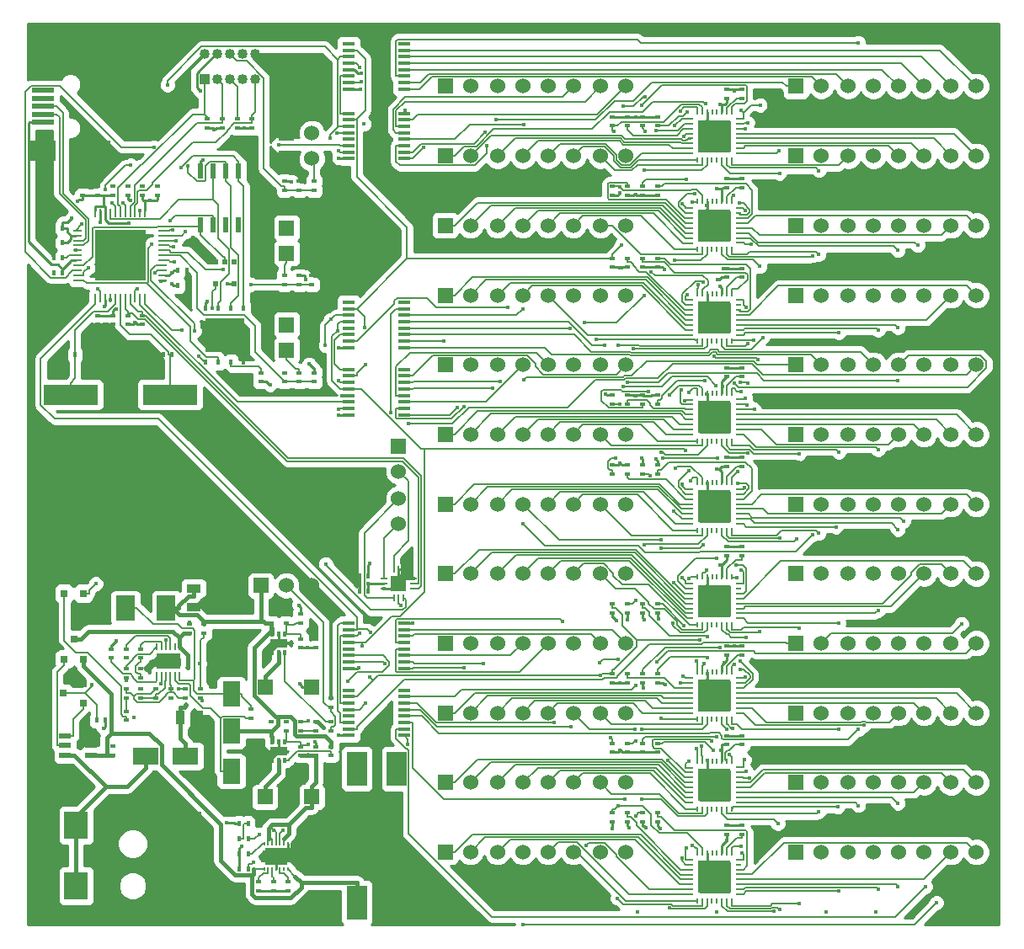
<source format=gtl>
%TF.FileFunction,Copper,L1,Top,Signal*%
%FSLAX46Y46*%
G04 Gerber Fmt 4.6, Leading zero omitted, Abs format (unit mm)*
G04 Created by KiCad (PCBNEW (2014-10-18 BZR 5203)-product) date 11/17/2014 11:17:38 AM*
%MOMM*%
G01*
G04 APERTURE LIST*
%ADD10C,0.150000*%
%ADD11R,2.250000X0.500000*%
%ADD12R,2.500000X2.000000*%
%ADD13R,2.499360X1.800860*%
%ADD14R,1.800860X2.499360*%
%ADD15C,1.016000*%
%ADD16R,1.016000X1.016000*%
%ADD17R,1.524000X1.524000*%
%ADD18C,1.524000*%
%ADD19R,2.000000X3.500000*%
%ADD20R,0.700000X0.250000*%
%ADD21R,0.250000X0.700000*%
%ADD22R,1.650000X1.650000*%
%ADD23R,0.840000X0.230000*%
%ADD24R,0.230000X0.840000*%
%ADD25R,5.200000X5.200000*%
%ADD26R,1.270000X0.381000*%
%ADD27R,0.599440X0.248920*%
%ADD28R,0.248920X0.599440*%
%ADD29R,3.299460X3.299460*%
%ADD30R,5.500000X2.000000*%
%ADD31R,0.599440X0.398780*%
%ADD32R,0.398780X0.599440*%
%ADD33R,0.800100X0.800100*%
%ADD34R,0.600000X1.550000*%
%ADD35R,0.400000X0.600000*%
%ADD36R,4.000000X3.400000*%
%ADD37R,1.700000X0.950000*%
%ADD38R,0.400000X0.470000*%
%ADD39R,2.300000X1.700000*%
%ADD40R,0.200000X0.400000*%
%ADD41R,1.220000X0.620000*%
%ADD42R,2.380000X1.650000*%
%ADD43R,0.889000X1.397000*%
%ADD44R,1.397000X0.889000*%
%ADD45R,0.500000X0.600000*%
%ADD46R,2.400000X2.800000*%
%ADD47C,4.000000*%
%ADD48R,1.895000X2.500000*%
%ADD49R,1.500000X1.500000*%
%ADD50C,0.401600*%
%ADD51C,0.492600*%
%ADD52C,0.127000*%
%ADD53C,0.391000*%
%ADD54C,0.199800*%
%ADD55C,0.254000*%
G04 APERTURE END LIST*
D10*
D11*
X88275000Y-64600000D03*
X88275000Y-63800000D03*
X88275000Y-63000000D03*
X88275000Y-62200000D03*
X88275000Y-61400000D03*
D12*
X88275000Y-67450000D03*
X88275000Y-58550000D03*
X93725000Y-67450000D03*
X93725000Y-58550000D03*
D13*
X98581020Y-128340000D03*
X102578980Y-128340000D03*
D14*
X107160000Y-118101020D03*
X107160000Y-122098980D03*
X107160000Y-125851020D03*
X107160000Y-129848980D03*
D15*
X108270000Y-60270000D03*
D16*
X104460000Y-60270000D03*
D15*
X104460000Y-57730000D03*
X105730000Y-60270000D03*
X105730000Y-57730000D03*
X107000000Y-60270000D03*
X107000000Y-57730000D03*
X108270000Y-57730000D03*
X109540000Y-60270000D03*
X109540000Y-57730000D03*
D17*
X128680000Y-61000000D03*
D18*
X131220000Y-61000000D03*
X133940000Y-61000000D03*
X136480000Y-61000000D03*
X139020000Y-61000000D03*
X141560000Y-61000000D03*
X144280000Y-61000000D03*
X146820000Y-61000000D03*
D17*
X163930000Y-61000000D03*
D18*
X166470000Y-61000000D03*
X169190000Y-61000000D03*
X171730000Y-61000000D03*
X174270000Y-61000000D03*
X176810000Y-61000000D03*
X179530000Y-61000000D03*
X182070000Y-61000000D03*
D17*
X128680000Y-89000000D03*
D18*
X131220000Y-89000000D03*
X133940000Y-89000000D03*
X136480000Y-89000000D03*
X139020000Y-89000000D03*
X141560000Y-89000000D03*
X144280000Y-89000000D03*
X146820000Y-89000000D03*
D17*
X163930000Y-89000000D03*
D18*
X166470000Y-89000000D03*
X169190000Y-89000000D03*
X171730000Y-89000000D03*
X174270000Y-89000000D03*
X176810000Y-89000000D03*
X179530000Y-89000000D03*
X182070000Y-89000000D03*
D17*
X128680000Y-117000000D03*
D18*
X131220000Y-117000000D03*
X133940000Y-117000000D03*
X136480000Y-117000000D03*
X139020000Y-117000000D03*
X141560000Y-117000000D03*
X144280000Y-117000000D03*
X146820000Y-117000000D03*
D17*
X163930000Y-117000000D03*
D18*
X166470000Y-117000000D03*
X169190000Y-117000000D03*
X171730000Y-117000000D03*
X174270000Y-117000000D03*
X176810000Y-117000000D03*
X179530000Y-117000000D03*
X182070000Y-117000000D03*
D17*
X128680000Y-68000000D03*
D18*
X131220000Y-68000000D03*
X133940000Y-68000000D03*
X136480000Y-68000000D03*
X139020000Y-68000000D03*
X141560000Y-68000000D03*
X144280000Y-68000000D03*
X146820000Y-68000000D03*
D17*
X163930000Y-68000000D03*
D18*
X166470000Y-68000000D03*
X169190000Y-68000000D03*
X171730000Y-68000000D03*
X174270000Y-68000000D03*
X176810000Y-68000000D03*
X179530000Y-68000000D03*
X182070000Y-68000000D03*
D17*
X128680000Y-75000000D03*
D18*
X131220000Y-75000000D03*
X133940000Y-75000000D03*
X136480000Y-75000000D03*
X139020000Y-75000000D03*
X141560000Y-75000000D03*
X144280000Y-75000000D03*
X146820000Y-75000000D03*
D17*
X163930000Y-75000000D03*
D18*
X166470000Y-75000000D03*
X169190000Y-75000000D03*
X171730000Y-75000000D03*
X174270000Y-75000000D03*
X176810000Y-75000000D03*
X179530000Y-75000000D03*
X182070000Y-75000000D03*
D17*
X128680000Y-82000000D03*
D18*
X131220000Y-82000000D03*
X133940000Y-82000000D03*
X136480000Y-82000000D03*
X139020000Y-82000000D03*
X141560000Y-82000000D03*
X144280000Y-82000000D03*
X146820000Y-82000000D03*
D17*
X163930000Y-82000000D03*
D18*
X166470000Y-82000000D03*
X169190000Y-82000000D03*
X171730000Y-82000000D03*
X174270000Y-82000000D03*
X176810000Y-82000000D03*
X179530000Y-82000000D03*
X182070000Y-82000000D03*
D17*
X128680000Y-124000000D03*
D18*
X131220000Y-124000000D03*
X133940000Y-124000000D03*
X136480000Y-124000000D03*
X139020000Y-124000000D03*
X141560000Y-124000000D03*
X144280000Y-124000000D03*
X146820000Y-124000000D03*
D17*
X163930000Y-124000000D03*
D18*
X166470000Y-124000000D03*
X169190000Y-124000000D03*
X171730000Y-124000000D03*
X174270000Y-124000000D03*
X176810000Y-124000000D03*
X179530000Y-124000000D03*
X182070000Y-124000000D03*
D17*
X128680000Y-131000000D03*
D18*
X131220000Y-131000000D03*
X133940000Y-131000000D03*
X136480000Y-131000000D03*
X139020000Y-131000000D03*
X141560000Y-131000000D03*
X144280000Y-131000000D03*
X146820000Y-131000000D03*
D17*
X163930000Y-131000000D03*
D18*
X166470000Y-131000000D03*
X169190000Y-131000000D03*
X171730000Y-131000000D03*
X174270000Y-131000000D03*
X176810000Y-131000000D03*
X179530000Y-131000000D03*
X182070000Y-131000000D03*
D17*
X128680000Y-138000000D03*
D18*
X131220000Y-138000000D03*
X133940000Y-138000000D03*
X136480000Y-138000000D03*
X139020000Y-138000000D03*
X141560000Y-138000000D03*
X144280000Y-138000000D03*
X146820000Y-138000000D03*
D17*
X163930000Y-138000000D03*
D18*
X166470000Y-138000000D03*
X169190000Y-138000000D03*
X171730000Y-138000000D03*
X174270000Y-138000000D03*
X176810000Y-138000000D03*
X179530000Y-138000000D03*
X182070000Y-138000000D03*
D17*
X128680000Y-96000000D03*
D18*
X131220000Y-96000000D03*
X133940000Y-96000000D03*
X136480000Y-96000000D03*
X139020000Y-96000000D03*
X141560000Y-96000000D03*
X144280000Y-96000000D03*
X146820000Y-96000000D03*
D17*
X163930000Y-96000000D03*
D18*
X166470000Y-96000000D03*
X169190000Y-96000000D03*
X171730000Y-96000000D03*
X174270000Y-96000000D03*
X176810000Y-96000000D03*
X179530000Y-96000000D03*
X182070000Y-96000000D03*
D17*
X128680000Y-103000000D03*
D18*
X131220000Y-103000000D03*
X133940000Y-103000000D03*
X136480000Y-103000000D03*
X139020000Y-103000000D03*
X141560000Y-103000000D03*
X144280000Y-103000000D03*
X146820000Y-103000000D03*
D17*
X163930000Y-103000000D03*
D18*
X166470000Y-103000000D03*
X169190000Y-103000000D03*
X171730000Y-103000000D03*
X174270000Y-103000000D03*
X176810000Y-103000000D03*
X179530000Y-103000000D03*
X182070000Y-103000000D03*
D17*
X128680000Y-110000000D03*
D18*
X131220000Y-110000000D03*
X133940000Y-110000000D03*
X136480000Y-110000000D03*
X139020000Y-110000000D03*
X141560000Y-110000000D03*
X144280000Y-110000000D03*
X146820000Y-110000000D03*
D17*
X163930000Y-110000000D03*
D18*
X166470000Y-110000000D03*
X169190000Y-110000000D03*
X171730000Y-110000000D03*
X174270000Y-110000000D03*
X176810000Y-110000000D03*
X179530000Y-110000000D03*
X182070000Y-110000000D03*
D19*
X119790000Y-143120000D03*
X119790000Y-129620000D03*
X123790000Y-143120000D03*
X123790000Y-129620000D03*
D18*
X115270000Y-68270000D03*
D17*
X112730000Y-68270000D03*
X112730000Y-65730000D03*
D18*
X115270000Y-65730000D03*
X115270000Y-77770000D03*
D17*
X112730000Y-77770000D03*
X112730000Y-75230000D03*
D18*
X115270000Y-75230000D03*
X115270000Y-87520000D03*
D17*
X112730000Y-87520000D03*
X112730000Y-84980000D03*
D18*
X115270000Y-84980000D03*
D17*
X110160000Y-111200000D03*
D18*
X112700000Y-111200000D03*
X115240000Y-111200000D03*
D20*
X122550000Y-110500000D03*
X122550000Y-111000000D03*
X122550000Y-111500000D03*
D21*
X123500000Y-112450000D03*
X124000000Y-112450000D03*
X124500000Y-112450000D03*
D20*
X125450000Y-111500000D03*
X125450000Y-111000000D03*
X125450000Y-110500000D03*
D21*
X124500000Y-109550000D03*
X124000000Y-109550000D03*
X123500000Y-109550000D03*
D22*
X124000000Y-111000000D03*
D23*
X91720000Y-75500000D03*
X91720000Y-76000000D03*
X91720000Y-76500000D03*
X91720000Y-77000000D03*
X91720000Y-77500000D03*
X91720000Y-78000000D03*
X91720000Y-78500000D03*
X91720000Y-79000000D03*
X91720000Y-79500000D03*
X91720000Y-80000000D03*
X91720000Y-80500000D03*
D24*
X93500000Y-82280000D03*
X94000000Y-82280000D03*
X94500000Y-82280000D03*
X95000000Y-82280000D03*
X95500000Y-82280000D03*
X96000000Y-82280000D03*
X96500000Y-82280000D03*
X97000000Y-82280000D03*
X97500000Y-82280000D03*
X98000000Y-82280000D03*
X98500000Y-82280000D03*
D23*
X100280000Y-80500000D03*
X100280000Y-80000000D03*
X100280000Y-79500000D03*
X100280000Y-79000000D03*
X100280000Y-78500000D03*
X100280000Y-78000000D03*
X100280000Y-77500000D03*
X100280000Y-77000000D03*
X100280000Y-76500000D03*
X100280000Y-76000000D03*
X100280000Y-75500000D03*
D24*
X98500000Y-73720000D03*
X98000000Y-73720000D03*
X97500000Y-73720000D03*
X97000000Y-73720000D03*
X96500000Y-73720000D03*
X96000000Y-73720000D03*
X95500000Y-73720000D03*
X95000000Y-73720000D03*
X94500000Y-73720000D03*
X94000000Y-73720000D03*
X93500000Y-73720000D03*
D25*
X96000000Y-78000000D03*
D26*
X124549080Y-68275840D03*
X124549080Y-67625600D03*
X124549080Y-66975360D03*
X124549080Y-66325120D03*
X124549080Y-65674880D03*
X124549080Y-65024640D03*
X124549080Y-64374400D03*
X124549080Y-63724160D03*
X118950920Y-63724160D03*
X118950920Y-64374400D03*
X118950920Y-65024640D03*
X118950920Y-65674880D03*
X118950920Y-66325120D03*
X118950920Y-66975360D03*
X118950920Y-67625600D03*
X118950920Y-68275840D03*
X124549080Y-94025840D03*
X124549080Y-93375600D03*
X124549080Y-92725360D03*
X124549080Y-92075120D03*
X124549080Y-91424880D03*
X124549080Y-90774640D03*
X124549080Y-90124400D03*
X124549080Y-89474160D03*
X118950920Y-89474160D03*
X118950920Y-90124400D03*
X118950920Y-90774640D03*
X118950920Y-91424880D03*
X118950920Y-92075120D03*
X118950920Y-92725360D03*
X118950920Y-93375600D03*
X118950920Y-94025840D03*
X124549080Y-119525840D03*
X124549080Y-118875600D03*
X124549080Y-118225360D03*
X124549080Y-117575120D03*
X124549080Y-116924880D03*
X124549080Y-116274640D03*
X124549080Y-115624400D03*
X124549080Y-114974160D03*
X118950920Y-114974160D03*
X118950920Y-115624400D03*
X118950920Y-116274640D03*
X118950920Y-116924880D03*
X118950920Y-117575120D03*
X118950920Y-118225360D03*
X118950920Y-118875600D03*
X118950920Y-119525840D03*
X124549080Y-61275840D03*
X124549080Y-60625600D03*
X124549080Y-59975360D03*
X124549080Y-59325120D03*
X124549080Y-58674880D03*
X124549080Y-58024640D03*
X124549080Y-57374400D03*
X124549080Y-56724160D03*
X118950920Y-56724160D03*
X118950920Y-57374400D03*
X118950920Y-58024640D03*
X118950920Y-58674880D03*
X118950920Y-59325120D03*
X118950920Y-59975360D03*
X118950920Y-60625600D03*
X118950920Y-61275840D03*
D27*
X153352240Y-64252480D03*
X153352240Y-64752860D03*
X153352240Y-65253240D03*
X153352240Y-65753620D03*
X153352240Y-66251460D03*
X153352240Y-66751840D03*
X153352240Y-67252220D03*
X153352240Y-67752600D03*
D28*
X155998920Y-68402840D03*
X156496760Y-68402840D03*
X156997140Y-68402840D03*
X157497520Y-68402840D03*
D29*
X155750000Y-66000000D03*
D28*
X153999940Y-68402840D03*
X154500320Y-68402840D03*
X155000700Y-68402840D03*
X155498540Y-68402840D03*
D27*
X158147760Y-67747520D03*
X158150300Y-67247140D03*
X158150300Y-66749300D03*
X158150300Y-66248920D03*
X158150300Y-65748540D03*
X158150300Y-65248160D03*
X158150300Y-64747780D03*
X158150300Y-64247400D03*
D28*
X157500060Y-63599700D03*
X156999680Y-63599700D03*
X156499300Y-63599700D03*
X156001460Y-63599700D03*
X155501080Y-63599700D03*
X155000700Y-63599700D03*
X154500320Y-63599700D03*
X153999940Y-63599700D03*
D27*
X153352240Y-73252480D03*
X153352240Y-73752860D03*
X153352240Y-74253240D03*
X153352240Y-74753620D03*
X153352240Y-75251460D03*
X153352240Y-75751840D03*
X153352240Y-76252220D03*
X153352240Y-76752600D03*
D28*
X155998920Y-77402840D03*
X156496760Y-77402840D03*
X156997140Y-77402840D03*
X157497520Y-77402840D03*
D29*
X155750000Y-75000000D03*
D28*
X153999940Y-77402840D03*
X154500320Y-77402840D03*
X155000700Y-77402840D03*
X155498540Y-77402840D03*
D27*
X158147760Y-76747520D03*
X158150300Y-76247140D03*
X158150300Y-75749300D03*
X158150300Y-75248920D03*
X158150300Y-74748540D03*
X158150300Y-74248160D03*
X158150300Y-73747780D03*
X158150300Y-73247400D03*
D28*
X157500060Y-72599700D03*
X156999680Y-72599700D03*
X156499300Y-72599700D03*
X156001460Y-72599700D03*
X155501080Y-72599700D03*
X155000700Y-72599700D03*
X154500320Y-72599700D03*
X153999940Y-72599700D03*
D27*
X153352240Y-82502480D03*
X153352240Y-83002860D03*
X153352240Y-83503240D03*
X153352240Y-84003620D03*
X153352240Y-84501460D03*
X153352240Y-85001840D03*
X153352240Y-85502220D03*
X153352240Y-86002600D03*
D28*
X155998920Y-86652840D03*
X156496760Y-86652840D03*
X156997140Y-86652840D03*
X157497520Y-86652840D03*
D29*
X155750000Y-84250000D03*
D28*
X153999940Y-86652840D03*
X154500320Y-86652840D03*
X155000700Y-86652840D03*
X155498540Y-86652840D03*
D27*
X158147760Y-85997520D03*
X158150300Y-85497140D03*
X158150300Y-84999300D03*
X158150300Y-84498920D03*
X158150300Y-83998540D03*
X158150300Y-83498160D03*
X158150300Y-82997780D03*
X158150300Y-82497400D03*
D28*
X157500060Y-81849700D03*
X156999680Y-81849700D03*
X156499300Y-81849700D03*
X156001460Y-81849700D03*
X155501080Y-81849700D03*
X155000700Y-81849700D03*
X154500320Y-81849700D03*
X153999940Y-81849700D03*
D27*
X153352240Y-120502480D03*
X153352240Y-121002860D03*
X153352240Y-121503240D03*
X153352240Y-122003620D03*
X153352240Y-122501460D03*
X153352240Y-123001840D03*
X153352240Y-123502220D03*
X153352240Y-124002600D03*
D28*
X155998920Y-124652840D03*
X156496760Y-124652840D03*
X156997140Y-124652840D03*
X157497520Y-124652840D03*
D29*
X155750000Y-122250000D03*
D28*
X153999940Y-124652840D03*
X154500320Y-124652840D03*
X155000700Y-124652840D03*
X155498540Y-124652840D03*
D27*
X158147760Y-123997520D03*
X158150300Y-123497140D03*
X158150300Y-122999300D03*
X158150300Y-122498920D03*
X158150300Y-121998540D03*
X158150300Y-121498160D03*
X158150300Y-120997780D03*
X158150300Y-120497400D03*
D28*
X157500060Y-119849700D03*
X156999680Y-119849700D03*
X156499300Y-119849700D03*
X156001460Y-119849700D03*
X155501080Y-119849700D03*
X155000700Y-119849700D03*
X154500320Y-119849700D03*
X153999940Y-119849700D03*
D27*
X153352240Y-129502480D03*
X153352240Y-130002860D03*
X153352240Y-130503240D03*
X153352240Y-131003620D03*
X153352240Y-131501460D03*
X153352240Y-132001840D03*
X153352240Y-132502220D03*
X153352240Y-133002600D03*
D28*
X155998920Y-133652840D03*
X156496760Y-133652840D03*
X156997140Y-133652840D03*
X157497520Y-133652840D03*
D29*
X155750000Y-131250000D03*
D28*
X153999940Y-133652840D03*
X154500320Y-133652840D03*
X155000700Y-133652840D03*
X155498540Y-133652840D03*
D27*
X158147760Y-132997520D03*
X158150300Y-132497140D03*
X158150300Y-131999300D03*
X158150300Y-131498920D03*
X158150300Y-130998540D03*
X158150300Y-130498160D03*
X158150300Y-129997780D03*
X158150300Y-129497400D03*
D28*
X157500060Y-128849700D03*
X156999680Y-128849700D03*
X156499300Y-128849700D03*
X156001460Y-128849700D03*
X155501080Y-128849700D03*
X155000700Y-128849700D03*
X154500320Y-128849700D03*
X153999940Y-128849700D03*
D27*
X153352240Y-138752480D03*
X153352240Y-139252860D03*
X153352240Y-139753240D03*
X153352240Y-140253620D03*
X153352240Y-140751460D03*
X153352240Y-141251840D03*
X153352240Y-141752220D03*
X153352240Y-142252600D03*
D28*
X155998920Y-142902840D03*
X156496760Y-142902840D03*
X156997140Y-142902840D03*
X157497520Y-142902840D03*
D29*
X155750000Y-140500000D03*
D28*
X153999940Y-142902840D03*
X154500320Y-142902840D03*
X155000700Y-142902840D03*
X155498540Y-142902840D03*
D27*
X158147760Y-142247520D03*
X158150300Y-141747140D03*
X158150300Y-141249300D03*
X158150300Y-140748920D03*
X158150300Y-140248540D03*
X158150300Y-139748160D03*
X158150300Y-139247780D03*
X158150300Y-138747400D03*
D28*
X157500060Y-138099700D03*
X156999680Y-138099700D03*
X156499300Y-138099700D03*
X156001460Y-138099700D03*
X155501080Y-138099700D03*
X155000700Y-138099700D03*
X154500320Y-138099700D03*
X153999940Y-138099700D03*
D27*
X153352240Y-92502480D03*
X153352240Y-93002860D03*
X153352240Y-93503240D03*
X153352240Y-94003620D03*
X153352240Y-94501460D03*
X153352240Y-95001840D03*
X153352240Y-95502220D03*
X153352240Y-96002600D03*
D28*
X155998920Y-96652840D03*
X156496760Y-96652840D03*
X156997140Y-96652840D03*
X157497520Y-96652840D03*
D29*
X155750000Y-94250000D03*
D28*
X153999940Y-96652840D03*
X154500320Y-96652840D03*
X155000700Y-96652840D03*
X155498540Y-96652840D03*
D27*
X158147760Y-95997520D03*
X158150300Y-95497140D03*
X158150300Y-94999300D03*
X158150300Y-94498920D03*
X158150300Y-93998540D03*
X158150300Y-93498160D03*
X158150300Y-92997780D03*
X158150300Y-92497400D03*
D28*
X157500060Y-91849700D03*
X156999680Y-91849700D03*
X156499300Y-91849700D03*
X156001460Y-91849700D03*
X155501080Y-91849700D03*
X155000700Y-91849700D03*
X154500320Y-91849700D03*
X153999940Y-91849700D03*
D30*
X101000000Y-92000000D03*
X91000000Y-92000000D03*
D31*
X93750000Y-84050420D03*
X93750000Y-84949580D03*
X95250000Y-84050420D03*
X95250000Y-84949580D03*
D32*
X90199580Y-75250000D03*
X89300420Y-75250000D03*
X90199580Y-76750000D03*
X89300420Y-76750000D03*
D31*
X92250000Y-71949580D03*
X92250000Y-71050420D03*
X93750000Y-71949580D03*
X93750000Y-71050420D03*
X95250000Y-71949580D03*
X95250000Y-71050420D03*
X96750000Y-71949580D03*
X96750000Y-71050420D03*
X98250000Y-71949580D03*
X98250000Y-71050420D03*
D32*
X101800420Y-79500000D03*
X102699580Y-79500000D03*
D31*
X99750000Y-71949580D03*
X99750000Y-71050420D03*
D32*
X101800420Y-81000000D03*
X102699580Y-81000000D03*
D31*
X95280000Y-128239580D03*
X95280000Y-127340420D03*
X112910000Y-140970420D03*
X112910000Y-141869580D03*
D32*
X107960420Y-135170000D03*
X108859580Y-135170000D03*
D31*
X96580000Y-123840420D03*
X96580000Y-124739580D03*
X158500000Y-62199580D03*
X158500000Y-61300420D03*
X158500000Y-71199580D03*
X158500000Y-70300420D03*
X158500000Y-80199580D03*
X158500000Y-79300420D03*
X158500000Y-118199580D03*
X158500000Y-117300420D03*
X158500000Y-127199580D03*
X158500000Y-126300420D03*
X158500000Y-136199580D03*
X158500000Y-135300420D03*
X158500000Y-90199580D03*
X158500000Y-89300420D03*
X158500000Y-99199580D03*
X158500000Y-98300420D03*
X158500000Y-108199580D03*
X158500000Y-107300420D03*
X148500000Y-64949580D03*
X148500000Y-64050420D03*
X148500000Y-71050420D03*
X148500000Y-71949580D03*
X148500000Y-78300420D03*
X148500000Y-79199580D03*
X148500000Y-120050420D03*
X148500000Y-120949580D03*
X148500000Y-127050420D03*
X148500000Y-127949580D03*
X148500000Y-134050420D03*
X148500000Y-134949580D03*
X148500000Y-92949580D03*
X148500000Y-92050420D03*
X148500000Y-99949580D03*
X148500000Y-99050420D03*
X109910000Y-140970420D03*
X109910000Y-141869580D03*
X147000000Y-64949580D03*
X147000000Y-64050420D03*
X147000000Y-71050420D03*
X147000000Y-71949580D03*
X147000000Y-78300420D03*
X147000000Y-79199580D03*
X111410000Y-140970420D03*
X111410000Y-141869580D03*
X147000000Y-120050420D03*
X147000000Y-120949580D03*
X147000000Y-127050420D03*
X147000000Y-127949580D03*
X147000000Y-134050420D03*
X147000000Y-134949580D03*
X147000000Y-92949580D03*
X147000000Y-92050420D03*
X147000000Y-99949580D03*
X147000000Y-99050420D03*
D33*
X92280760Y-122990000D03*
X92280760Y-121090000D03*
X90281780Y-122040000D03*
D31*
X148500000Y-113050420D03*
X148500000Y-113949580D03*
X147000000Y-113050420D03*
X147000000Y-113949580D03*
D34*
X104095000Y-74950000D03*
X105365000Y-74950000D03*
X106635000Y-74950000D03*
X107905000Y-74950000D03*
X107905000Y-69550000D03*
X106635000Y-69550000D03*
X105365000Y-69550000D03*
X104095000Y-69550000D03*
D35*
X104595000Y-88700000D03*
X105865000Y-88700000D03*
X107153000Y-88700000D03*
X108405000Y-88700000D03*
X108405000Y-83300000D03*
X107135000Y-83300000D03*
X105865000Y-83300000D03*
X104595000Y-83300000D03*
D36*
X106500000Y-86000000D03*
D27*
X153352240Y-101502480D03*
X153352240Y-102002860D03*
X153352240Y-102503240D03*
X153352240Y-103003620D03*
X153352240Y-103501460D03*
X153352240Y-104001840D03*
X153352240Y-104502220D03*
X153352240Y-105002600D03*
D28*
X155998920Y-105652840D03*
X156496760Y-105652840D03*
X156997140Y-105652840D03*
X157497520Y-105652840D03*
D29*
X155750000Y-103250000D03*
D28*
X153999940Y-105652840D03*
X154500320Y-105652840D03*
X155000700Y-105652840D03*
X155498540Y-105652840D03*
D27*
X158147760Y-104997520D03*
X158150300Y-104497140D03*
X158150300Y-103999300D03*
X158150300Y-103498920D03*
X158150300Y-102998540D03*
X158150300Y-102498160D03*
X158150300Y-101997780D03*
X158150300Y-101497400D03*
D28*
X157500060Y-100849700D03*
X156999680Y-100849700D03*
X156499300Y-100849700D03*
X156001460Y-100849700D03*
X155501080Y-100849700D03*
X155000700Y-100849700D03*
X154500320Y-100849700D03*
X153999940Y-100849700D03*
D27*
X153352240Y-111002480D03*
X153352240Y-111502860D03*
X153352240Y-112003240D03*
X153352240Y-112503620D03*
X153352240Y-113001460D03*
X153352240Y-113501840D03*
X153352240Y-114002220D03*
X153352240Y-114502600D03*
D28*
X155998920Y-115152840D03*
X156496760Y-115152840D03*
X156997140Y-115152840D03*
X157497520Y-115152840D03*
D29*
X155750000Y-112750000D03*
D28*
X153999940Y-115152840D03*
X154500320Y-115152840D03*
X155000700Y-115152840D03*
X155498540Y-115152840D03*
D27*
X158147760Y-114497520D03*
X158150300Y-113997140D03*
X158150300Y-113499300D03*
X158150300Y-112998920D03*
X158150300Y-112498540D03*
X158150300Y-111998160D03*
X158150300Y-111497780D03*
X158150300Y-110997400D03*
D28*
X157500060Y-110349700D03*
X156999680Y-110349700D03*
X156499300Y-110349700D03*
X156001460Y-110349700D03*
X155501080Y-110349700D03*
X155000700Y-110349700D03*
X154500320Y-110349700D03*
X153999940Y-110349700D03*
D37*
X111920000Y-117000000D03*
D38*
X112570000Y-116085000D03*
X111920000Y-116085000D03*
X111270000Y-116085000D03*
X111270000Y-117915000D03*
X111920000Y-117915000D03*
X112570000Y-117915000D03*
D37*
X111910000Y-127850000D03*
D38*
X112560000Y-126935000D03*
X111910000Y-126935000D03*
X111260000Y-126935000D03*
X111260000Y-128765000D03*
X111910000Y-128765000D03*
X112560000Y-128765000D03*
D39*
X111660000Y-138420000D03*
D40*
X110460000Y-139720000D03*
X110860000Y-139720000D03*
X111260000Y-139720000D03*
X111660000Y-139720000D03*
X112060000Y-139720000D03*
X112460000Y-139720000D03*
X112860000Y-139720000D03*
X112860000Y-137120000D03*
X112460000Y-137120000D03*
X112060000Y-137120000D03*
X111660000Y-137120000D03*
X111260000Y-137120000D03*
X110860000Y-137120000D03*
X110460000Y-137120000D03*
D41*
X90470000Y-128240000D03*
X90470000Y-127290000D03*
X90470000Y-126340000D03*
X93090000Y-128240000D03*
X93090000Y-127290000D03*
X93090000Y-126340000D03*
D21*
X101955000Y-117390000D03*
X101505000Y-117390000D03*
X101055000Y-117390000D03*
X100605000Y-117390000D03*
X100155000Y-117390000D03*
X99705000Y-117390000D03*
X99705000Y-120190000D03*
X100155000Y-120190000D03*
X100605000Y-120190000D03*
X101055000Y-120190000D03*
X101505000Y-120190000D03*
X101955000Y-120190000D03*
D42*
X100830000Y-118790000D03*
D26*
X124549080Y-87275840D03*
X124549080Y-86625600D03*
X124549080Y-85975360D03*
X124549080Y-85325120D03*
X124549080Y-84674880D03*
X124549080Y-84024640D03*
X124549080Y-83374400D03*
X124549080Y-82724160D03*
X118950920Y-82724160D03*
X118950920Y-83374400D03*
X118950920Y-84024640D03*
X118950920Y-84674880D03*
X118950920Y-85325120D03*
X118950920Y-85975360D03*
X118950920Y-86625600D03*
X118950920Y-87275840D03*
X124549080Y-126275840D03*
X124549080Y-125625600D03*
X124549080Y-124975360D03*
X124549080Y-124325120D03*
X124549080Y-123674880D03*
X124549080Y-123024640D03*
X124549080Y-122374400D03*
X124549080Y-121724160D03*
X118950920Y-121724160D03*
X118950920Y-122374400D03*
X118950920Y-123024640D03*
X118950920Y-123674880D03*
X118950920Y-124325120D03*
X118950920Y-124975360D03*
X118950920Y-125625600D03*
X118950920Y-126275840D03*
D31*
X112500000Y-90699580D03*
X112500000Y-89800420D03*
X111170000Y-114949580D03*
X111170000Y-114050420D03*
X111160000Y-125799580D03*
X111160000Y-124900420D03*
X115250000Y-80949580D03*
X115250000Y-80050420D03*
X114170000Y-117449580D03*
X114170000Y-116550420D03*
X114160000Y-128299580D03*
X114160000Y-127400420D03*
D32*
X120949580Y-110250000D03*
X120050420Y-110250000D03*
X120949580Y-111750000D03*
X120050420Y-111750000D03*
D31*
X109160000Y-124549580D03*
X109160000Y-123650420D03*
X101080000Y-121590420D03*
X101080000Y-122489580D03*
X102980000Y-115989580D03*
X102980000Y-115090420D03*
D43*
X102027500Y-124440000D03*
X103932500Y-124440000D03*
D31*
X115670000Y-117449580D03*
X115670000Y-116550420D03*
X115660000Y-128299580D03*
X115660000Y-127400420D03*
X114000000Y-71449580D03*
X114000000Y-70550420D03*
X96580000Y-117590420D03*
X96580000Y-118489580D03*
X157000000Y-62199580D03*
X157000000Y-61300420D03*
X157000000Y-71199580D03*
X157000000Y-70300420D03*
X157000000Y-80199580D03*
X157000000Y-79300420D03*
X157000000Y-118199580D03*
X157000000Y-117300420D03*
X157000000Y-136199580D03*
X157000000Y-135300420D03*
X157000000Y-90199580D03*
X157000000Y-89300420D03*
X157000000Y-99199580D03*
X157000000Y-98300420D03*
X157000000Y-108199580D03*
X157000000Y-107300420D03*
D32*
X90199580Y-78250000D03*
X89300420Y-78250000D03*
X90199580Y-79750000D03*
X89300420Y-79750000D03*
D31*
X98080000Y-117590420D03*
X98080000Y-118489580D03*
D32*
X101199580Y-88000000D03*
X100300420Y-88000000D03*
X91449580Y-88000000D03*
X90550420Y-88000000D03*
D31*
X145500000Y-64050420D03*
X145500000Y-64949580D03*
X145500000Y-71949580D03*
X145500000Y-71050420D03*
X145500000Y-79199580D03*
X145500000Y-78300420D03*
X145500000Y-120949580D03*
X145500000Y-120050420D03*
X145500000Y-127949580D03*
X145500000Y-127050420D03*
X145500000Y-134949580D03*
X145500000Y-134050420D03*
X145500000Y-92050420D03*
X145500000Y-92949580D03*
X145500000Y-99050420D03*
X145500000Y-99949580D03*
X145500000Y-113949580D03*
X145500000Y-113050420D03*
X115500000Y-89800420D03*
X115500000Y-90699580D03*
X114000000Y-90699580D03*
X114000000Y-89800420D03*
D32*
X107960420Y-136670000D03*
X108859580Y-136670000D03*
D31*
X114000000Y-80050420D03*
X114000000Y-80949580D03*
X112500000Y-80949580D03*
X112500000Y-80050420D03*
X117160000Y-127400420D03*
X117160000Y-128299580D03*
X114170000Y-114050420D03*
X114170000Y-114949580D03*
X112670000Y-114949580D03*
X112670000Y-114050420D03*
X115660000Y-124900420D03*
X115660000Y-125799580D03*
X114160000Y-125799580D03*
X114160000Y-124900420D03*
X112660000Y-125799580D03*
X112660000Y-124900420D03*
D32*
X107960420Y-138170000D03*
X108859580Y-138170000D03*
D31*
X95080000Y-117590420D03*
X95080000Y-118489580D03*
X99580000Y-121590420D03*
X99580000Y-122489580D03*
X98080000Y-122489580D03*
X98080000Y-121590420D03*
X102580000Y-122489580D03*
X102580000Y-121590420D03*
X104380000Y-115090420D03*
X104380000Y-115989580D03*
X96580000Y-121590420D03*
X96580000Y-122489580D03*
X104080000Y-121590420D03*
X104080000Y-122489580D03*
D32*
X107960420Y-139670000D03*
X108859580Y-139670000D03*
D31*
X117160000Y-124900420D03*
X117160000Y-125799580D03*
D32*
X94529580Y-124740000D03*
X93630420Y-124740000D03*
D31*
X112500000Y-70550420D03*
X112500000Y-71449580D03*
X115500000Y-70550420D03*
X115500000Y-71449580D03*
X96580000Y-119590420D03*
X96580000Y-120489580D03*
X96750000Y-84949580D03*
X96750000Y-84050420D03*
X98250000Y-84949580D03*
X98250000Y-84050420D03*
X104750000Y-65199580D03*
X104750000Y-64300420D03*
X109250000Y-65199580D03*
X109250000Y-64300420D03*
X106250000Y-65199580D03*
X106250000Y-64300420D03*
X107750000Y-65199580D03*
X107750000Y-64300420D03*
X98080000Y-120489580D03*
X98080000Y-119590420D03*
X150000000Y-64050420D03*
X150000000Y-64949580D03*
X150000000Y-71949580D03*
X150000000Y-71050420D03*
X150000000Y-79199580D03*
X150000000Y-78300420D03*
X150000000Y-120949580D03*
X150000000Y-120050420D03*
X150000000Y-127949580D03*
X150000000Y-127050420D03*
X150000000Y-134949580D03*
X150000000Y-134050420D03*
X150000000Y-92050420D03*
X150000000Y-92949580D03*
X150000000Y-99050420D03*
X150000000Y-99949580D03*
X150000000Y-113949580D03*
X150000000Y-113050420D03*
D44*
X103380000Y-111487500D03*
X103380000Y-113392500D03*
D31*
X157000000Y-127199580D03*
X157000000Y-126300420D03*
D45*
X106500000Y-78650000D03*
X107450000Y-78650000D03*
X105550000Y-78650000D03*
X105550000Y-80850000D03*
X107450000Y-80850000D03*
D17*
X124000000Y-97180000D03*
D18*
X124000000Y-99720000D03*
X124000000Y-102440000D03*
X124000000Y-104980000D03*
D31*
X110150000Y-90709580D03*
X110150000Y-89810420D03*
D33*
X90390000Y-118590760D03*
X92290000Y-118590760D03*
X91340000Y-116591780D03*
X92280000Y-111979240D03*
X90380000Y-111979240D03*
X91330000Y-113978220D03*
D46*
X91550000Y-141400000D03*
X91550000Y-135300000D03*
X102950000Y-141400000D03*
X102950000Y-135300000D03*
D47*
X121790000Y-75650000D03*
X180980000Y-142620000D03*
D31*
X117150000Y-123449580D03*
X117150000Y-122550420D03*
D48*
X96532500Y-113440000D03*
X100627500Y-113440000D03*
D49*
X110560000Y-121400000D03*
X115260000Y-121400000D03*
X110560000Y-132460000D03*
X115260000Y-132460000D03*
D50*
X106321500Y-79435200D03*
X109118500Y-80926700D03*
X154411300Y-127315200D03*
X154732200Y-119028800D03*
X154307600Y-116674900D03*
X149397400Y-79638800D03*
X145609900Y-65518400D03*
X146250000Y-71121700D03*
X146029400Y-133316300D03*
X145286700Y-126478000D03*
X120620000Y-88974600D03*
X120576200Y-85289400D03*
X121097800Y-120432900D03*
X121149500Y-115917900D03*
X151797400Y-99417800D03*
X151215100Y-92042100D03*
X146250000Y-92932300D03*
X145778700Y-98377100D03*
X154976700Y-109657500D03*
X144318200Y-120209900D03*
X146412000Y-76948200D03*
X102201300Y-85538700D03*
X149886800Y-65477700D03*
X103455200Y-85622500D03*
X142634200Y-84760000D03*
X148653500Y-82038700D03*
X152384200Y-91565000D03*
X101425600Y-78631900D03*
X144210200Y-118931200D03*
X146080000Y-118622800D03*
X152326000Y-120998100D03*
X101581200Y-76534300D03*
X154093900Y-80974100D03*
X153896400Y-127587100D03*
X152295600Y-63459800D03*
X153512700Y-72685100D03*
X153542600Y-137300900D03*
X153313900Y-100646200D03*
X153896400Y-118802800D03*
X120683000Y-123024900D03*
X120357000Y-117236800D03*
X120103500Y-59107200D03*
X117786300Y-65701700D03*
X117848300Y-85560300D03*
X152844300Y-97600600D03*
X153176900Y-91802100D03*
X153204300Y-110449400D03*
X160606800Y-86250000D03*
X159126800Y-86898000D03*
X159720700Y-86502600D03*
X168236000Y-85773400D03*
X172204000Y-85515400D03*
X143826300Y-86436400D03*
X174188000Y-85265200D03*
X146088300Y-87010900D03*
X147563300Y-87416600D03*
X148794200Y-65506800D03*
X148396000Y-62883100D03*
X157676400Y-71960800D03*
X152891800Y-70336200D03*
X160300000Y-79095800D03*
X165655600Y-78022100D03*
X166252000Y-77886700D03*
X159450200Y-76916200D03*
X174188000Y-77505300D03*
X176172000Y-76996700D03*
X151738000Y-78495500D03*
X154830300Y-62739600D03*
X152704300Y-66056000D03*
X162284000Y-69736400D03*
X166252000Y-69476600D03*
X162230000Y-67497800D03*
X148722500Y-69444800D03*
X158220100Y-72769400D03*
X154651500Y-80708500D03*
X158954400Y-116418200D03*
X160300000Y-115782200D03*
X164268000Y-115501200D03*
X168236000Y-114999800D03*
X172204000Y-113701500D03*
X151578700Y-114995800D03*
X150380000Y-107445000D03*
X154608900Y-107116700D03*
X158406100Y-91655400D03*
X149093900Y-91677400D03*
X158042800Y-99770900D03*
X156020200Y-98361100D03*
X150564500Y-98367300D03*
X149275200Y-100137500D03*
X158013700Y-110446800D03*
X155028800Y-116367600D03*
X164051000Y-106491100D03*
X162284000Y-106415100D03*
X166252000Y-105944900D03*
X150380000Y-106614200D03*
X151634700Y-103675600D03*
X167960800Y-105294000D03*
X174188000Y-105553100D03*
X174756800Y-104700800D03*
X148651800Y-107108600D03*
X159072700Y-97888100D03*
X164268000Y-97927600D03*
X168236000Y-97797400D03*
X172201200Y-97537000D03*
X150397800Y-97829200D03*
X158097900Y-100894600D03*
X155957600Y-108456300D03*
X151659100Y-110880000D03*
X147802200Y-112727100D03*
X161687600Y-143967600D03*
X162284000Y-143776200D03*
X164268000Y-143203300D03*
X142845500Y-137310600D03*
X168236000Y-141928300D03*
X172204000Y-141702000D03*
X174188000Y-141451800D03*
X145972400Y-142631200D03*
X151218400Y-143610400D03*
X157729500Y-119085200D03*
X156285900Y-117400300D03*
X157215500Y-128188600D03*
X155982400Y-126379500D03*
X158424300Y-137420400D03*
X147838900Y-134375200D03*
X162122300Y-135125300D03*
X166252000Y-133932100D03*
X168128500Y-133459800D03*
X170220000Y-133317100D03*
X174188000Y-133071400D03*
X148396000Y-132698300D03*
X156947600Y-125617400D03*
X157607900Y-125551200D03*
X168236000Y-125668000D03*
X170747800Y-125246500D03*
X147760400Y-125631600D03*
X150380000Y-124572900D03*
X148396000Y-125631400D03*
X158947300Y-129908900D03*
X152465100Y-138602400D03*
X147802200Y-126818700D03*
X151083500Y-128817600D03*
X97709500Y-81364600D03*
X111957000Y-66857100D03*
X117980000Y-67483600D03*
X133749300Y-64372900D03*
X120203400Y-60503700D03*
X130540000Y-93217300D03*
X165655600Y-106078800D03*
X136481200Y-105020600D03*
X128556000Y-86625600D03*
X157776800Y-90874700D03*
X155854100Y-91065200D03*
X146581500Y-91176700D03*
X141207800Y-85374000D03*
X133462500Y-91313000D03*
X174188000Y-90559200D03*
X146951200Y-90759500D03*
X144723600Y-87063200D03*
X134227500Y-90688300D03*
X136492000Y-83362800D03*
X124978000Y-94933100D03*
X123172100Y-93779600D03*
X122604000Y-119040600D03*
X130540000Y-119486700D03*
X180584800Y-115023800D03*
X178072000Y-143093400D03*
X136492000Y-145268900D03*
X124935200Y-127193000D03*
X132524000Y-119066300D03*
X176959400Y-141451800D03*
X146751400Y-132669100D03*
X126515700Y-67158500D03*
X99497000Y-79729900D03*
X118908300Y-120788200D03*
X170220000Y-125668000D03*
X140460000Y-114795200D03*
X141348200Y-125370000D03*
X139625000Y-124968100D03*
X149933500Y-118890500D03*
X147802200Y-121277000D03*
X132714900Y-65586700D03*
X132870900Y-66971500D03*
X170220000Y-56606400D03*
X136609300Y-64838000D03*
X117980000Y-93510200D03*
X136579600Y-90485800D03*
X134933600Y-83194200D03*
X129861400Y-93305100D03*
D51*
X102793600Y-119437400D03*
X102615600Y-123229600D03*
D50*
X96237600Y-72761200D03*
X100605000Y-116662700D03*
X93541900Y-111023000D03*
X101839400Y-121589800D03*
X101350100Y-77121100D03*
X116652000Y-109018600D03*
D51*
X116410000Y-125509900D03*
X114910000Y-128279700D03*
D50*
X124239300Y-113212700D03*
X155325000Y-121600000D03*
X155525000Y-103375000D03*
X156250000Y-94675000D03*
X155425000Y-74800000D03*
X157750000Y-61450000D03*
X155750000Y-66000000D03*
X156646900Y-79329300D03*
X155750000Y-84250000D03*
X157000000Y-89300420D03*
X157000000Y-98300420D03*
X157000000Y-107300420D03*
X155750000Y-112750000D03*
X157764500Y-117300420D03*
X157000000Y-126300420D03*
X155750000Y-131250000D03*
X157000000Y-135300420D03*
X155750000Y-140500000D03*
X111660000Y-138420000D03*
X109910000Y-141869580D03*
X111410000Y-141869580D03*
X112910000Y-141869580D03*
X95280000Y-127340420D03*
X93090000Y-127290000D03*
X93090000Y-126340000D03*
X92280760Y-121090000D03*
X96616500Y-120708400D03*
X98080000Y-121590420D03*
X101080000Y-122489580D03*
X104244100Y-122735300D03*
X98080000Y-119590420D03*
X100830000Y-118790000D03*
X111920000Y-117000000D03*
X115670000Y-116550420D03*
X112837000Y-113766600D03*
X120050420Y-110250000D03*
X120050420Y-111750000D03*
X124000000Y-111000000D03*
X125387100Y-114993400D03*
X124549080Y-121724160D03*
X118950920Y-124325120D03*
X117150000Y-122550420D03*
X111910000Y-127850000D03*
X112660000Y-124900420D03*
X111160000Y-124900420D03*
X111260000Y-128765000D03*
X107160000Y-118101020D03*
X107177800Y-119748300D03*
X118950920Y-117575120D03*
X118254800Y-92102900D03*
X124549080Y-89474160D03*
X124549080Y-82724160D03*
X112500000Y-89800420D03*
X106500000Y-86000000D03*
X89300420Y-79750000D03*
X89300420Y-78250000D03*
X89300420Y-76750000D03*
X89300420Y-75250000D03*
X93988900Y-74706500D03*
X100065800Y-80631000D03*
X102699580Y-81000000D03*
X102699580Y-79500000D03*
X105550000Y-78650000D03*
X107905000Y-74950000D03*
X99750000Y-71050420D03*
X98250000Y-71050420D03*
X96750000Y-71050420D03*
X88275000Y-61400000D03*
X88275000Y-58550000D03*
X93725000Y-58550000D03*
X88275000Y-67450000D03*
X93218000Y-66294000D03*
X124602200Y-63428900D03*
X118950920Y-66325120D03*
X124549080Y-56724160D03*
X120216900Y-59721800D03*
X121991100Y-59329300D03*
X157000000Y-70300420D03*
X155002200Y-128781800D03*
X103380000Y-113392500D03*
X103007200Y-114889300D03*
X115572500Y-126873000D03*
X93750000Y-84949580D03*
X90550420Y-88000000D03*
X100300420Y-88000000D03*
X154985700Y-72989400D03*
X154967900Y-91958200D03*
X155025100Y-100892600D03*
X155006000Y-120015000D03*
X96937800Y-79781400D03*
X94381300Y-76771500D03*
X91500000Y-77500000D03*
X97254100Y-77144900D03*
X98000000Y-73500000D03*
X94381300Y-78988900D03*
X95000000Y-82500000D03*
X95250000Y-84949580D03*
X118950920Y-85325120D03*
X92623600Y-70835500D03*
X95250000Y-71050420D03*
X93750000Y-71050420D03*
X96580000Y-118489580D03*
X103932500Y-124440000D03*
X111170000Y-114050420D03*
X91330000Y-113978220D03*
X124500000Y-109550000D03*
X125450000Y-110500000D03*
X122550000Y-111500000D03*
X115250000Y-80050420D03*
X114000000Y-70550420D03*
X88000000Y-55000000D03*
X93000000Y-55000000D03*
X100000000Y-55000000D03*
X109000000Y-55000000D03*
X117000000Y-55000000D03*
X123000000Y-55000000D03*
X130000000Y-55000000D03*
X137000000Y-55000000D03*
X144000000Y-55000000D03*
X149000000Y-55000000D03*
X154000000Y-55000000D03*
X160000000Y-55000000D03*
X166000000Y-55000000D03*
X176000000Y-56000000D03*
X183000000Y-57000000D03*
X184000000Y-61000000D03*
X183000000Y-65000000D03*
X184000000Y-68000000D03*
X183000000Y-72000000D03*
X184000000Y-75000000D03*
X183000000Y-79000000D03*
X184000000Y-82000000D03*
X183000000Y-86000000D03*
X184000000Y-89000000D03*
X183000000Y-93000000D03*
X184000000Y-96000000D03*
X183000000Y-100000000D03*
X184000000Y-103000000D03*
X183000000Y-107000000D03*
X184000000Y-110000000D03*
X183000000Y-114000000D03*
X184000000Y-117000000D03*
X183000000Y-121000000D03*
X184000000Y-124000000D03*
X183000000Y-128000000D03*
X184000000Y-131000000D03*
X183000000Y-135000000D03*
X184000000Y-138000000D03*
X183000000Y-141000000D03*
X88000000Y-81000000D03*
X88000000Y-86000000D03*
X87000000Y-91000000D03*
X89000000Y-97000000D03*
X89000000Y-102000000D03*
X89000000Y-108000000D03*
X88000000Y-115000000D03*
X88000000Y-120000000D03*
X88000000Y-129000000D03*
X88000000Y-136000000D03*
X88000000Y-142000000D03*
X91000000Y-144000000D03*
X98000000Y-144000000D03*
X104000000Y-144000000D03*
X113000000Y-144000000D03*
X117000000Y-144000000D03*
X124000000Y-144000000D03*
X130000000Y-144000000D03*
X138000000Y-143000000D03*
X143000000Y-143000000D03*
X88000000Y-75000000D03*
X88000000Y-71000000D03*
X148000000Y-144000000D03*
X167000000Y-144000000D03*
X156000000Y-144000000D03*
X172000000Y-144000000D03*
X96837800Y-74769900D03*
X97077900Y-72493100D03*
X95599900Y-116727700D03*
X94431600Y-83102100D03*
X95563100Y-83428900D03*
X94354500Y-125524000D03*
X97341900Y-124495300D03*
X155983300Y-99454500D03*
X150718100Y-79391300D03*
X148864100Y-135517600D03*
X148721400Y-114653900D03*
X148634300Y-121483700D03*
X146971200Y-114622900D03*
X146250000Y-79227300D03*
X146250000Y-121008200D03*
X145909200Y-114739900D03*
X121106300Y-108983300D03*
X114846200Y-117467900D03*
X113973600Y-113157600D03*
X108192100Y-137420000D03*
X106790100Y-80877300D03*
X104076300Y-61480000D03*
X105394900Y-65339000D03*
X104283300Y-68399200D03*
X101186200Y-79714200D03*
X91152800Y-74265800D03*
X91671100Y-72538100D03*
X120009800Y-119490900D03*
X144760600Y-91932400D03*
X156280900Y-62849500D03*
X155998100Y-71256300D03*
X117980000Y-126261100D03*
X156280900Y-81091800D03*
X99000000Y-72491400D03*
X106732000Y-135075800D03*
X147136700Y-135528900D03*
X120930900Y-111000000D03*
X156020200Y-80432900D03*
X156725000Y-118974500D03*
X157012200Y-136844900D03*
X145491800Y-135613500D03*
X97426900Y-84763000D03*
X150835900Y-121148500D03*
X150334600Y-135658900D03*
X111070900Y-90995500D03*
X114093000Y-121045000D03*
X147802200Y-64084700D03*
X146250000Y-127782200D03*
X156424000Y-127739000D03*
X146250000Y-98872300D03*
X148396000Y-98422700D03*
X149875900Y-98499400D03*
X156531100Y-91187300D03*
X147802200Y-92115500D03*
X117987700Y-68205000D03*
X120504600Y-64806400D03*
X120151300Y-61297500D03*
X101213300Y-80880800D03*
X104750400Y-82627400D03*
X156332000Y-109097100D03*
X150131800Y-114561600D03*
X147802200Y-71843700D03*
X146201900Y-71720600D03*
X114979900Y-88941500D03*
X117980000Y-94096300D03*
X117980000Y-87330700D03*
X114625000Y-80420400D03*
X108500000Y-65211900D03*
X113237900Y-70591500D03*
X95185600Y-72724500D03*
X93117600Y-121185800D03*
X99152200Y-76906400D03*
X101024700Y-74480400D03*
X114910000Y-124825900D03*
X114910000Y-127181600D03*
X93725500Y-81368800D03*
X109951800Y-136207500D03*
X111467200Y-135799100D03*
X104011500Y-119040600D03*
X100097700Y-121114800D03*
X109377400Y-139062000D03*
X112386000Y-135826800D03*
X158811200Y-65248100D03*
X152993200Y-63578900D03*
X158317900Y-118818700D03*
X155020400Y-118433200D03*
X159260500Y-130528800D03*
X155629300Y-127743000D03*
X159747700Y-93502800D03*
X160079000Y-88469200D03*
X155678900Y-88140100D03*
X154815900Y-90633400D03*
X157904100Y-109158100D03*
X152693200Y-115254300D03*
X101236000Y-75463900D03*
X160331400Y-62886000D03*
X158748000Y-128716600D03*
X158793600Y-101343900D03*
X158485400Y-138104200D03*
X158442500Y-109650400D03*
X158448400Y-63455600D03*
X158879000Y-73532200D03*
X158879000Y-120385600D03*
X158893500Y-83266300D03*
X158879000Y-92385600D03*
X99372800Y-67116300D03*
X102826000Y-69040100D03*
X92792700Y-79247800D03*
X94500000Y-71336800D03*
X97054800Y-68932900D03*
X102115800Y-69182400D03*
X103879400Y-88097900D03*
X105230000Y-83270000D03*
X159072800Y-64660900D03*
X153754500Y-71774800D03*
X158309400Y-119639300D03*
X155497800Y-126809500D03*
X159026300Y-93040800D03*
X159125300Y-90874600D03*
X158342000Y-90734900D03*
X153135600Y-99619300D03*
X92156100Y-74867500D03*
X100734500Y-60867500D03*
X117103900Y-66169900D03*
X117155500Y-84452100D03*
X116629800Y-87076700D03*
X120053900Y-115962800D03*
X117961100Y-90605700D03*
X102548300Y-75642100D03*
X146559300Y-63024400D03*
X148749700Y-62046300D03*
X152543000Y-120298000D03*
X152492400Y-110410300D03*
X152534500Y-72842900D03*
X151752600Y-64978600D03*
X153019300Y-81973100D03*
X153140600Y-128872600D03*
X152948100Y-137617600D03*
X152714500Y-92608900D03*
X152512800Y-100978800D03*
D52*
X112953500Y-90699600D02*
X112500000Y-90699600D01*
X114000000Y-90699600D02*
X112953500Y-90699600D01*
X112953500Y-90699600D02*
X112555900Y-90699600D01*
X112555900Y-90699600D02*
X109560500Y-87704200D01*
X109560500Y-87704200D02*
X109560500Y-85072900D01*
X109560500Y-85072900D02*
X108437600Y-83950000D01*
X108437600Y-83950000D02*
X104408100Y-83950000D01*
X104408100Y-83950000D02*
X103755200Y-83297100D01*
X103755200Y-83297100D02*
X103755200Y-79724300D01*
X103755200Y-79724300D02*
X102030900Y-78000000D01*
X102030900Y-78000000D02*
X100500000Y-78000000D01*
X115500000Y-90699600D02*
X114000000Y-90699600D01*
X100500000Y-77500000D02*
X100890800Y-77500000D01*
X106321500Y-79435200D02*
X104540700Y-79435200D01*
X104540700Y-79435200D02*
X102799600Y-77694100D01*
X102799600Y-77694100D02*
X101084900Y-77694100D01*
X101084900Y-77694100D02*
X100890800Y-77500000D01*
X112500000Y-80949600D02*
X109141400Y-80949600D01*
X109141400Y-80949600D02*
X109118500Y-80926700D01*
X114000000Y-80949600D02*
X112500000Y-80949600D01*
X114000000Y-80949600D02*
X115250000Y-80949600D01*
X88275000Y-63000000D02*
X89590800Y-63000000D01*
X91500000Y-77000000D02*
X92330800Y-77000000D01*
X92330800Y-77000000D02*
X92802100Y-76528700D01*
X92802100Y-76528700D02*
X92802100Y-74342800D01*
X92802100Y-74342800D02*
X90227900Y-71768600D01*
X90227900Y-71768600D02*
X90227900Y-63637100D01*
X90227900Y-63637100D02*
X89590800Y-63000000D01*
X92330800Y-76500000D02*
X92547700Y-76283100D01*
X92547700Y-76283100D02*
X92547700Y-74448100D01*
X92547700Y-74448100D02*
X89895900Y-71796300D01*
X89895900Y-71796300D02*
X89895900Y-64105100D01*
X89895900Y-64105100D02*
X89590800Y-63800000D01*
X91500000Y-76500000D02*
X92330800Y-76500000D01*
X88275000Y-63800000D02*
X89590800Y-63800000D01*
X154500300Y-91359200D02*
X154226500Y-91085400D01*
X154226500Y-91085400D02*
X152171800Y-91085400D01*
X152171800Y-91085400D02*
X151215100Y-92042100D01*
X119829900Y-115571200D02*
X119776700Y-115624400D01*
X121149500Y-115917900D02*
X120802800Y-115571200D01*
X120802800Y-115571200D02*
X119829900Y-115571200D01*
X119829900Y-115571200D02*
X119829900Y-114411900D01*
X119829900Y-114411900D02*
X99861500Y-94443500D01*
X99861500Y-94443500D02*
X89412600Y-94443500D01*
X89412600Y-94443500D02*
X88002900Y-93033800D01*
X88002900Y-93033800D02*
X88002900Y-88387900D01*
X88002900Y-88387900D02*
X93500000Y-82890800D01*
X93500000Y-82500000D02*
X93500000Y-82890800D01*
X147923600Y-116674900D02*
X147923600Y-117334100D01*
X147923600Y-117334100D02*
X145597500Y-119660200D01*
X145597500Y-119660200D02*
X145500000Y-119660200D01*
X145500000Y-113440600D02*
X145792600Y-113440600D01*
X145792600Y-113440600D02*
X146461800Y-114109800D01*
X146461800Y-114109800D02*
X146461800Y-115213100D01*
X146461800Y-115213100D02*
X147923600Y-116674900D01*
X154307600Y-116674900D02*
X147923600Y-116674900D01*
X154500300Y-128849700D02*
X154500300Y-128359200D01*
X154500300Y-128359200D02*
X154411300Y-128270200D01*
X154411300Y-128270200D02*
X154411300Y-127315200D01*
X154732200Y-119028800D02*
X154500300Y-119260700D01*
X154500300Y-119260700D02*
X154500300Y-119849700D01*
X146250000Y-71121700D02*
X146178700Y-71050400D01*
X146178700Y-71050400D02*
X145990500Y-71050400D01*
X146250000Y-71121700D02*
X146569000Y-71440700D01*
X146569000Y-71440700D02*
X153353500Y-71440700D01*
X153353500Y-71440700D02*
X153416200Y-71378000D01*
X153416200Y-71378000D02*
X153924700Y-71378000D01*
X153924700Y-71378000D02*
X154500300Y-71953600D01*
X154500300Y-71953600D02*
X154500300Y-72599700D01*
X154500300Y-100359200D02*
X153368800Y-99227700D01*
X153368800Y-99227700D02*
X151987500Y-99227700D01*
X151987500Y-99227700D02*
X151797400Y-99417800D01*
X154500300Y-63109200D02*
X154213300Y-62822200D01*
X154213300Y-62822200D02*
X152379500Y-62822200D01*
X152379500Y-62822200D02*
X150642400Y-64559300D01*
X150642400Y-64559300D02*
X146380800Y-64559300D01*
X146380800Y-64559300D02*
X145990500Y-64949600D01*
X154500300Y-81849700D02*
X154500300Y-81359200D01*
X149397400Y-79638800D02*
X149768600Y-80010000D01*
X149768600Y-80010000D02*
X154539200Y-80010000D01*
X154539200Y-80010000D02*
X155085000Y-80555800D01*
X155085000Y-80555800D02*
X155085000Y-80900500D01*
X155085000Y-80900500D02*
X154626300Y-81359200D01*
X154626300Y-81359200D02*
X154500300Y-81359200D01*
X145609900Y-65518400D02*
X145500000Y-65408500D01*
X145500000Y-65408500D02*
X145500000Y-64949600D01*
X145500000Y-71050400D02*
X145990500Y-71050400D01*
X145500000Y-134050400D02*
X145500000Y-133660200D01*
X146029400Y-133316300D02*
X145685500Y-133660200D01*
X145685500Y-133660200D02*
X145500000Y-133660200D01*
X154500300Y-137609200D02*
X152982300Y-136091200D01*
X152982300Y-136091200D02*
X150197400Y-136091200D01*
X150197400Y-136091200D02*
X149399600Y-135293400D01*
X149399600Y-135293400D02*
X149399600Y-134170500D01*
X149399600Y-134170500D02*
X148545400Y-133316300D01*
X148545400Y-133316300D02*
X146029400Y-133316300D01*
X145500000Y-127050400D02*
X145500000Y-126660200D01*
X145286700Y-126478000D02*
X145468900Y-126660200D01*
X145468900Y-126660200D02*
X145500000Y-126660200D01*
X145500000Y-64949600D02*
X145990500Y-64949600D01*
X145500000Y-120050400D02*
X145500000Y-119660200D01*
X145500000Y-113050400D02*
X145500000Y-113440600D01*
X118950900Y-90124400D02*
X119776700Y-90124400D01*
X120620000Y-88974600D02*
X119776700Y-89817900D01*
X119776700Y-89817900D02*
X119776700Y-90124400D01*
X119776700Y-83374400D02*
X120576200Y-84173900D01*
X120576200Y-84173900D02*
X120576200Y-85289400D01*
X119713100Y-83374400D02*
X119776700Y-83374400D01*
X119776700Y-83374400D02*
X124850700Y-78300400D01*
X154500300Y-63599700D02*
X154500300Y-63109200D01*
X145500000Y-78300400D02*
X145500000Y-77910200D01*
X145500000Y-77910200D02*
X146412000Y-76998200D01*
X146412000Y-76998200D02*
X146412000Y-76948200D01*
X118950900Y-115624400D02*
X119776700Y-115624400D01*
X121408000Y-120743100D02*
X119776700Y-122374400D01*
X144318200Y-120209900D02*
X121941200Y-120209900D01*
X121941200Y-120209900D02*
X121408000Y-120743100D01*
X121097800Y-120432900D02*
X121408000Y-120743100D01*
X119776700Y-57374400D02*
X120642400Y-58240100D01*
X120642400Y-58240100D02*
X120642400Y-63445100D01*
X120642400Y-63445100D02*
X119713100Y-64374400D01*
X118950900Y-57374400D02*
X119776700Y-57374400D01*
X119713100Y-64374400D02*
X119776800Y-64438100D01*
X119776800Y-64438100D02*
X119776800Y-70085800D01*
X119776800Y-70085800D02*
X124850700Y-75159700D01*
X124850700Y-75159700D02*
X124850700Y-78300400D01*
X154500300Y-138099700D02*
X154500300Y-137609200D01*
X154500300Y-100849700D02*
X154500300Y-100359200D01*
X154500300Y-91849700D02*
X154500300Y-91359200D01*
X145500000Y-99949600D02*
X145500000Y-99559400D01*
X145500000Y-92949600D02*
X145990500Y-92949600D01*
X146250000Y-92932300D02*
X146007800Y-92932300D01*
X146007800Y-92932300D02*
X145990500Y-92949600D01*
X145500000Y-99559400D02*
X145207300Y-99559400D01*
X145207300Y-99559400D02*
X145009400Y-99361500D01*
X145009400Y-99361500D02*
X145009400Y-98730200D01*
X145009400Y-98730200D02*
X145362500Y-98377100D01*
X145362500Y-98377100D02*
X145778700Y-98377100D01*
X124850700Y-78300400D02*
X145500000Y-78300400D01*
X118950900Y-64374400D02*
X119713100Y-64374400D01*
X118950900Y-83374400D02*
X119713100Y-83374400D01*
X118950900Y-122374400D02*
X119776700Y-122374400D01*
X154500300Y-110349700D02*
X154500300Y-109859200D01*
X154500300Y-109859200D02*
X154775000Y-109859200D01*
X154775000Y-109859200D02*
X154976700Y-109657500D01*
X145500000Y-120050400D02*
X144477700Y-120050400D01*
X144477700Y-120050400D02*
X144318200Y-120209900D01*
X98500000Y-82500000D02*
X98500000Y-82890800D01*
X102201300Y-85538700D02*
X101147900Y-85538700D01*
X101147900Y-85538700D02*
X98500000Y-82890800D01*
X153352200Y-64752900D02*
X152755100Y-64752900D01*
X152755100Y-64752900D02*
X152030300Y-65477700D01*
X152030300Y-65477700D02*
X149886800Y-65477700D01*
X103455200Y-85622500D02*
X103455200Y-84857300D01*
X103455200Y-84857300D02*
X99099000Y-80501100D01*
X99099000Y-80501100D02*
X99099000Y-79492200D01*
X99099000Y-79492200D02*
X99591200Y-79000000D01*
X99591200Y-79000000D02*
X100500000Y-79000000D01*
X148653500Y-82038700D02*
X145932200Y-84760000D01*
X145932200Y-84760000D02*
X142634200Y-84760000D01*
X153352200Y-93002900D02*
X152505200Y-93002900D01*
X152505200Y-93002900D02*
X152322800Y-92820500D01*
X152322800Y-92820500D02*
X152322800Y-91626400D01*
X152322800Y-91626400D02*
X152384200Y-91565000D01*
X153352200Y-121002900D02*
X152861700Y-121002900D01*
X100500000Y-78500000D02*
X100890800Y-78500000D01*
X101425600Y-78631900D02*
X101022700Y-78631900D01*
X101022700Y-78631900D02*
X100890800Y-78500000D01*
X146080000Y-118622800D02*
X144518600Y-118622800D01*
X144518600Y-118622800D02*
X144210200Y-118931200D01*
X152861700Y-121002900D02*
X152856900Y-120998100D01*
X152856900Y-120998100D02*
X152326000Y-120998100D01*
X100500000Y-76500000D02*
X100890800Y-76500000D01*
X101581200Y-76534300D02*
X100925100Y-76534300D01*
X100925100Y-76534300D02*
X100890800Y-76500000D01*
X153999900Y-81849700D02*
X153999900Y-81359200D01*
X153999900Y-81359200D02*
X154093900Y-81265200D01*
X154093900Y-81265200D02*
X154093900Y-80974100D01*
X153896400Y-127587100D02*
X153999900Y-127690600D01*
X153999900Y-127690600D02*
X153999900Y-128849700D01*
X153999900Y-63599700D02*
X153999900Y-63109200D01*
X152295600Y-63459800D02*
X152646200Y-63109200D01*
X152646200Y-63109200D02*
X153999900Y-63109200D01*
X153512700Y-72685100D02*
X153914500Y-72685100D01*
X153914500Y-72685100D02*
X153999900Y-72599700D01*
X153999900Y-138099700D02*
X153999900Y-137609200D01*
X153542600Y-137300900D02*
X153850900Y-137609200D01*
X153850900Y-137609200D02*
X153999900Y-137609200D01*
X153999900Y-100849700D02*
X153999900Y-100359200D01*
X153999900Y-100359200D02*
X153600900Y-100359200D01*
X153600900Y-100359200D02*
X153313900Y-100646200D01*
X153896400Y-118802800D02*
X153999900Y-118906300D01*
X153999900Y-118906300D02*
X153999900Y-119849700D01*
X118950900Y-91424900D02*
X120263700Y-91424900D01*
X120263700Y-91424900D02*
X126276400Y-97437600D01*
X126276400Y-97437600D02*
X126553900Y-97437600D01*
X120357000Y-116924900D02*
X120357000Y-117236800D01*
X126553900Y-97437600D02*
X126553900Y-111842500D01*
X126553900Y-111842500D02*
X124091000Y-114305400D01*
X124091000Y-114305400D02*
X123315700Y-114305400D01*
X123315700Y-114305400D02*
X120696200Y-116924900D01*
X120696200Y-116924900D02*
X120357000Y-116924900D01*
X119776700Y-116924900D02*
X120357000Y-116924900D01*
X120683000Y-123024900D02*
X120033000Y-123674900D01*
X120033000Y-123674900D02*
X118950900Y-123674900D01*
X118950900Y-58674900D02*
X119776700Y-58674900D01*
X120103500Y-59107200D02*
X119776700Y-58780400D01*
X119776700Y-58780400D02*
X119776700Y-58674900D01*
X118950900Y-65674900D02*
X118125100Y-65674900D01*
X117786300Y-65701700D02*
X118098300Y-65701700D01*
X118098300Y-65701700D02*
X118125100Y-65674900D01*
X152844300Y-97600600D02*
X152681300Y-97437600D01*
X152681300Y-97437600D02*
X126553900Y-97437600D01*
X117848300Y-85560300D02*
X117291000Y-86117600D01*
X117291000Y-86117600D02*
X117291000Y-90590800D01*
X117291000Y-90590800D02*
X118125100Y-91424900D01*
X117848300Y-85560300D02*
X117848300Y-84951700D01*
X117848300Y-84951700D02*
X118125100Y-84674900D01*
X118950900Y-91424900D02*
X118125100Y-91424900D01*
X118950900Y-84674900D02*
X118125100Y-84674900D01*
X118950900Y-116924900D02*
X119776700Y-116924900D01*
X153999900Y-91849700D02*
X153999900Y-91359200D01*
X153999900Y-91359200D02*
X153619800Y-91359200D01*
X153619800Y-91359200D02*
X153176900Y-91802100D01*
X153999900Y-110349700D02*
X153304000Y-110349700D01*
X153304000Y-110349700D02*
X153204300Y-110449400D01*
X129632800Y-82000000D02*
X131427700Y-80205100D01*
X131427700Y-80205100D02*
X149050400Y-80205100D01*
X149050400Y-80205100D02*
X152848900Y-84003600D01*
X152848900Y-84003600D02*
X152861700Y-84003600D01*
X128680000Y-82000000D02*
X129632800Y-82000000D01*
X153352200Y-84003600D02*
X152861700Y-84003600D01*
X156496800Y-86652800D02*
X156496800Y-87143300D01*
X160606800Y-86250000D02*
X159426200Y-87430600D01*
X159426200Y-87430600D02*
X156784100Y-87430600D01*
X156784100Y-87430600D02*
X156496800Y-87143300D01*
X131220000Y-82000000D02*
X132746100Y-80473900D01*
X132746100Y-80473900D02*
X148834100Y-80473900D01*
X148834100Y-80473900D02*
X152861700Y-84501500D01*
X153352200Y-84501500D02*
X152861700Y-84501500D01*
X156997100Y-86652800D02*
X156997100Y-87143300D01*
X156997100Y-87143300D02*
X158881500Y-87143300D01*
X158881500Y-87143300D02*
X159126800Y-86898000D01*
X133940000Y-82000000D02*
X135202900Y-80737100D01*
X135202900Y-80737100D02*
X148597000Y-80737100D01*
X148597000Y-80737100D02*
X152861700Y-85001800D01*
X153352200Y-85001800D02*
X152861700Y-85001800D01*
X159720700Y-86502600D02*
X157647700Y-86502600D01*
X157647700Y-86502600D02*
X157497500Y-86652800D01*
X136480000Y-82000000D02*
X137442600Y-81037400D01*
X137442600Y-81037400D02*
X148396900Y-81037400D01*
X148396900Y-81037400D02*
X152861700Y-85502200D01*
X153352200Y-85502200D02*
X152861700Y-85502200D01*
X158147800Y-85997500D02*
X158638300Y-85997500D01*
X168236000Y-85773400D02*
X158862400Y-85773400D01*
X158862400Y-85773400D02*
X158638300Y-85997500D01*
X139020000Y-82000000D02*
X143022600Y-86002600D01*
X143022600Y-86002600D02*
X153352200Y-86002600D01*
X172204000Y-85515400D02*
X172070400Y-85381800D01*
X172070400Y-85381800D02*
X158756100Y-85381800D01*
X158756100Y-85381800D02*
X158640800Y-85497100D01*
X158150300Y-85497100D02*
X158640800Y-85497100D01*
X153999900Y-86652800D02*
X153783500Y-86436400D01*
X153783500Y-86436400D02*
X143826300Y-86436400D01*
X174188000Y-85265200D02*
X173922100Y-84999300D01*
X173922100Y-84999300D02*
X158150300Y-84999300D01*
X154500300Y-86652800D02*
X154500300Y-87143300D01*
X146088300Y-87010900D02*
X148133600Y-87010900D01*
X148133600Y-87010900D02*
X148266000Y-87143300D01*
X148266000Y-87143300D02*
X154500300Y-87143300D01*
X179530000Y-82000000D02*
X177031100Y-84498900D01*
X177031100Y-84498900D02*
X158150300Y-84498900D01*
X155000700Y-86652800D02*
X155000700Y-87143300D01*
X155000700Y-87143300D02*
X154727400Y-87416600D01*
X154727400Y-87416600D02*
X147563300Y-87416600D01*
X182070000Y-82000000D02*
X181117100Y-81047100D01*
X181117100Y-81047100D02*
X162188400Y-81047100D01*
X162188400Y-81047100D02*
X159237000Y-83998500D01*
X159237000Y-83998500D02*
X158150300Y-83998500D01*
X148396000Y-62883100D02*
X148466700Y-62883100D01*
X148466700Y-62883100D02*
X150439700Y-60910100D01*
X150439700Y-60910100D02*
X158925800Y-60910100D01*
X158925800Y-60910100D02*
X159027800Y-61012100D01*
X159027800Y-61012100D02*
X159027800Y-62522700D01*
X159027800Y-62522700D02*
X158777000Y-62773500D01*
X158777000Y-62773500D02*
X157835800Y-62773500D01*
X157835800Y-62773500D02*
X157500100Y-63109200D01*
X157500100Y-63599700D02*
X157500100Y-63109200D01*
X148500000Y-64949600D02*
X148500000Y-65212600D01*
X148794200Y-65506800D02*
X148500000Y-65212600D01*
X148500000Y-71050400D02*
X148500000Y-70660200D01*
X157500100Y-72599700D02*
X157500100Y-72109200D01*
X157676400Y-71960800D02*
X157528000Y-72109200D01*
X157528000Y-72109200D02*
X157500100Y-72109200D01*
X148500000Y-70660200D02*
X148824000Y-70336200D01*
X148824000Y-70336200D02*
X152891800Y-70336200D01*
X157500100Y-81849700D02*
X157500100Y-81359200D01*
X148500000Y-78300400D02*
X148500000Y-78690600D01*
X148500000Y-78690600D02*
X150722000Y-78690600D01*
X150722000Y-78690600D02*
X151767800Y-79736400D01*
X151767800Y-79736400D02*
X158856500Y-79736400D01*
X158856500Y-79736400D02*
X159058700Y-79938600D01*
X159058700Y-79938600D02*
X159058700Y-80415200D01*
X159058700Y-80415200D02*
X158114700Y-81359200D01*
X158114700Y-81359200D02*
X157500100Y-81359200D01*
X128680000Y-75000000D02*
X129632800Y-75000000D01*
X153352200Y-74753600D02*
X152861700Y-74753600D01*
X152861700Y-74753600D02*
X150807500Y-72699400D01*
X150807500Y-72699400D02*
X131933400Y-72699400D01*
X131933400Y-72699400D02*
X129632800Y-75000000D01*
X160300000Y-79095800D02*
X159631800Y-78427600D01*
X159631800Y-78427600D02*
X157031100Y-78427600D01*
X157031100Y-78427600D02*
X156496800Y-77893300D01*
X156496800Y-77402800D02*
X156496800Y-77893300D01*
X153352200Y-75251500D02*
X152861700Y-75251500D01*
X152861700Y-75251500D02*
X150564000Y-72953800D01*
X150564000Y-72953800D02*
X133266200Y-72953800D01*
X133266200Y-72953800D02*
X131220000Y-75000000D01*
X165655600Y-78022100D02*
X165504400Y-78173300D01*
X165504400Y-78173300D02*
X157277100Y-78173300D01*
X157277100Y-78173300D02*
X156997100Y-77893300D01*
X156997100Y-77402800D02*
X156997100Y-77893300D01*
X153352200Y-75751800D02*
X152861700Y-75751800D01*
X152861700Y-75751800D02*
X150324800Y-73214900D01*
X150324800Y-73214900D02*
X135725100Y-73214900D01*
X135725100Y-73214900D02*
X133940000Y-75000000D01*
X166252000Y-77886700D02*
X165995800Y-77630500D01*
X165995800Y-77630500D02*
X159291400Y-77630500D01*
X159291400Y-77630500D02*
X159028600Y-77893300D01*
X159028600Y-77893300D02*
X157497500Y-77893300D01*
X157497500Y-77402800D02*
X157497500Y-77893300D01*
X153352200Y-76252200D02*
X152861700Y-76252200D01*
X152861700Y-76252200D02*
X150100600Y-73491100D01*
X150100600Y-73491100D02*
X137988900Y-73491100D01*
X137988900Y-73491100D02*
X136480000Y-75000000D01*
X158147800Y-76747500D02*
X158638300Y-76747500D01*
X158638300Y-76747500D02*
X158807000Y-76916200D01*
X158807000Y-76916200D02*
X159450200Y-76916200D01*
X153352200Y-76752600D02*
X152618000Y-76752600D01*
X152618000Y-76752600D02*
X149630200Y-73764800D01*
X149630200Y-73764800D02*
X140255200Y-73764800D01*
X140255200Y-73764800D02*
X139020000Y-75000000D01*
X174188000Y-77505300D02*
X173761200Y-77078500D01*
X173761200Y-77078500D02*
X160166300Y-77078500D01*
X160166300Y-77078500D02*
X159334900Y-76247100D01*
X159334900Y-76247100D02*
X158150300Y-76247100D01*
X153999900Y-77402800D02*
X151759500Y-77402800D01*
X151759500Y-77402800D02*
X148384200Y-74027500D01*
X148384200Y-74027500D02*
X142532500Y-74027500D01*
X142532500Y-74027500D02*
X141560000Y-75000000D01*
X176172000Y-76996700D02*
X175861100Y-76685800D01*
X175861100Y-76685800D02*
X160133200Y-76685800D01*
X160133200Y-76685800D02*
X159196700Y-75749300D01*
X159196700Y-75749300D02*
X158150300Y-75749300D01*
X154500300Y-77893300D02*
X148365800Y-77893300D01*
X148365800Y-77893300D02*
X145472500Y-75000000D01*
X145472500Y-75000000D02*
X144280000Y-75000000D01*
X154500300Y-77402800D02*
X154500300Y-77893300D01*
X179530000Y-75000000D02*
X178550500Y-75979500D01*
X178550500Y-75979500D02*
X160270600Y-75979500D01*
X160270600Y-75979500D02*
X159540000Y-75248900D01*
X159540000Y-75248900D02*
X158150300Y-75248900D01*
X155000700Y-77402800D02*
X155000700Y-77893300D01*
X155000700Y-77893300D02*
X154398500Y-78495500D01*
X154398500Y-78495500D02*
X151738000Y-78495500D01*
X158150300Y-74748500D02*
X159113800Y-74748500D01*
X159113800Y-74748500D02*
X159840700Y-74021600D01*
X159840700Y-74021600D02*
X181091600Y-74021600D01*
X181091600Y-74021600D02*
X182070000Y-75000000D01*
X156999700Y-63599700D02*
X156999700Y-63109200D01*
X158500000Y-62199600D02*
X158009500Y-62199600D01*
X158009500Y-62199600D02*
X157099900Y-63109200D01*
X157099900Y-63109200D02*
X156999700Y-63109200D01*
X158009500Y-71199600D02*
X157883900Y-71199600D01*
X157883900Y-71199600D02*
X156999700Y-72083800D01*
X156999700Y-72083800D02*
X156999700Y-72109200D01*
X156999700Y-72599700D02*
X156999700Y-72109200D01*
X158500000Y-71199600D02*
X158009500Y-71199600D01*
X158500000Y-80199600D02*
X158009500Y-80199600D01*
X158009500Y-80199600D02*
X156999700Y-81209400D01*
X156999700Y-81209400D02*
X156999700Y-81849700D01*
X153352200Y-65753600D02*
X152861700Y-65753600D01*
X128680000Y-68000000D02*
X129632800Y-68000000D01*
X154830300Y-62739600D02*
X154649600Y-62558900D01*
X154649600Y-62558900D02*
X149515100Y-62558900D01*
X149515100Y-62558900D02*
X148516600Y-63557400D01*
X148516600Y-63557400D02*
X145198500Y-63557400D01*
X145198500Y-63557400D02*
X143451200Y-65304700D01*
X143451200Y-65304700D02*
X133555600Y-65304700D01*
X133555600Y-65304700D02*
X131813100Y-67047200D01*
X131813100Y-67047200D02*
X130585600Y-67047200D01*
X130585600Y-67047200D02*
X129632800Y-68000000D01*
X152861700Y-65753600D02*
X152861700Y-65898600D01*
X152861700Y-65898600D02*
X152704300Y-66056000D01*
X156496800Y-68402800D02*
X156496800Y-68893300D01*
X162284000Y-69736400D02*
X157339900Y-69736400D01*
X157339900Y-69736400D02*
X156496800Y-68893300D01*
X131220000Y-68000000D02*
X133268600Y-65951400D01*
X133268600Y-65951400D02*
X146383800Y-65951400D01*
X146383800Y-65951400D02*
X146741900Y-66309500D01*
X146741900Y-66309500D02*
X152404100Y-66309500D01*
X152404100Y-66309500D02*
X152542200Y-66447600D01*
X152542200Y-66447600D02*
X152866500Y-66447600D01*
X152866500Y-66447600D02*
X153062600Y-66251500D01*
X153062600Y-66251500D02*
X153352200Y-66251500D01*
X156997100Y-68402800D02*
X156997100Y-68893300D01*
X156997100Y-68893300D02*
X157315100Y-69211300D01*
X157315100Y-69211300D02*
X165986700Y-69211300D01*
X165986700Y-69211300D02*
X166252000Y-69476600D01*
X133940000Y-68000000D02*
X135734200Y-66205800D01*
X135734200Y-66205800D02*
X146278600Y-66205800D01*
X146278600Y-66205800D02*
X146684100Y-66611300D01*
X146684100Y-66611300D02*
X152346300Y-66611300D01*
X152346300Y-66611300D02*
X152486800Y-66751800D01*
X152486800Y-66751800D02*
X152861700Y-66751800D01*
X153352200Y-66751800D02*
X152861700Y-66751800D01*
X157497500Y-68402800D02*
X157497500Y-68893300D01*
X157497500Y-68893300D02*
X157561100Y-68956900D01*
X157561100Y-68956900D02*
X168233100Y-68956900D01*
X168233100Y-68956900D02*
X169190000Y-68000000D01*
X136480000Y-68000000D02*
X137996800Y-66483200D01*
X137996800Y-66483200D02*
X146196400Y-66483200D01*
X146196400Y-66483200D02*
X146578800Y-66865600D01*
X146578800Y-66865600D02*
X151182500Y-66865600D01*
X151182500Y-66865600D02*
X151569100Y-67252200D01*
X151569100Y-67252200D02*
X153352200Y-67252200D01*
X162230000Y-67497800D02*
X161980300Y-67747500D01*
X161980300Y-67747500D02*
X158147800Y-67747500D01*
X139020000Y-68000000D02*
X140255100Y-66764900D01*
X140255100Y-66764900D02*
X144765200Y-66764900D01*
X144765200Y-66764900D02*
X145867200Y-67866900D01*
X145867200Y-67866900D02*
X145867200Y-68394600D01*
X145867200Y-68394600D02*
X146425400Y-68952800D01*
X146425400Y-68952800D02*
X147214600Y-68952800D01*
X147214600Y-68952800D02*
X148414800Y-67752600D01*
X148414800Y-67752600D02*
X153352200Y-67752600D01*
X158150300Y-67247100D02*
X158640800Y-67247100D01*
X174270000Y-68000000D02*
X173280600Y-67010600D01*
X173280600Y-67010600D02*
X158877300Y-67010600D01*
X158877300Y-67010600D02*
X158640800Y-67247100D01*
X141560000Y-68000000D02*
X142526700Y-67033300D01*
X142526700Y-67033300D02*
X144672500Y-67033300D01*
X144672500Y-67033300D02*
X145612900Y-67973700D01*
X145612900Y-67973700D02*
X145612900Y-68499900D01*
X145612900Y-68499900D02*
X146320100Y-69207100D01*
X146320100Y-69207100D02*
X147319900Y-69207100D01*
X147319900Y-69207100D02*
X148124200Y-68402800D01*
X148124200Y-68402800D02*
X153999900Y-68402800D01*
X176810000Y-68000000D02*
X175559300Y-66749300D01*
X175559300Y-66749300D02*
X158150300Y-66749300D01*
X144280000Y-68000000D02*
X145741400Y-69461400D01*
X145741400Y-69461400D02*
X147425300Y-69461400D01*
X147425300Y-69461400D02*
X147993400Y-68893300D01*
X147993400Y-68893300D02*
X154500300Y-68893300D01*
X154500300Y-68402800D02*
X154500300Y-68893300D01*
X158150300Y-66248900D02*
X177778900Y-66248900D01*
X177778900Y-66248900D02*
X179530000Y-68000000D01*
X155000700Y-68893300D02*
X154449200Y-69444800D01*
X154449200Y-69444800D02*
X148722500Y-69444800D01*
X155000700Y-68402800D02*
X155000700Y-68893300D01*
X158150300Y-65748500D02*
X179818500Y-65748500D01*
X179818500Y-65748500D02*
X182070000Y-68000000D01*
X153352200Y-83002900D02*
X152861700Y-83002900D01*
X158220100Y-72769400D02*
X158670200Y-72769400D01*
X158670200Y-72769400D02*
X159275600Y-73374800D01*
X159275600Y-73374800D02*
X159275600Y-73694600D01*
X159275600Y-73694600D02*
X159041600Y-73928600D01*
X159041600Y-73928600D02*
X158331100Y-73928600D01*
X158331100Y-73928600D02*
X158150300Y-73747800D01*
X152861700Y-83002900D02*
X152526400Y-82667600D01*
X152526400Y-82667600D02*
X152526400Y-81867800D01*
X152526400Y-81867800D02*
X153811800Y-80582400D01*
X153811800Y-80582400D02*
X154525400Y-80582400D01*
X154525400Y-80582400D02*
X154651500Y-80708500D01*
X147000000Y-64949600D02*
X147000000Y-65339800D01*
X147000000Y-65339800D02*
X147583500Y-65923300D01*
X147583500Y-65923300D02*
X151950000Y-65923300D01*
X151950000Y-65923300D02*
X152620100Y-65253200D01*
X152620100Y-65253200D02*
X153352200Y-65253200D01*
X147000000Y-71050400D02*
X147000000Y-70660200D01*
X147000000Y-70660200D02*
X145106300Y-70660200D01*
X145106300Y-70660200D02*
X145009400Y-70757100D01*
X145009400Y-70757100D02*
X145009400Y-72241000D01*
X145009400Y-72241000D02*
X145151100Y-72382700D01*
X145151100Y-72382700D02*
X150850500Y-72382700D01*
X150850500Y-72382700D02*
X152721000Y-74253200D01*
X152721000Y-74253200D02*
X153352200Y-74253200D01*
X147000000Y-78690600D02*
X147300500Y-78690600D01*
X147300500Y-78690600D02*
X147544700Y-78934800D01*
X147544700Y-78934800D02*
X147544700Y-79024500D01*
X147544700Y-79024500D02*
X148171600Y-79651400D01*
X148171600Y-79651400D02*
X148856300Y-79651400D01*
X148856300Y-79651400D02*
X152708100Y-83503200D01*
X152708100Y-83503200D02*
X152861700Y-83503200D01*
X147000000Y-78300400D02*
X147000000Y-78690600D01*
X153352200Y-83503200D02*
X152861700Y-83503200D01*
X129632800Y-110000000D02*
X132057700Y-107575100D01*
X132057700Y-107575100D02*
X147800500Y-107575100D01*
X147800500Y-107575100D02*
X152729000Y-112503600D01*
X152729000Y-112503600D02*
X152861700Y-112503600D01*
X153352200Y-112503600D02*
X152861700Y-112503600D01*
X128680000Y-110000000D02*
X129632800Y-110000000D01*
X158954400Y-116418200D02*
X157440500Y-116418200D01*
X157440500Y-116418200D02*
X157113800Y-116091500D01*
X157113800Y-116091500D02*
X156945000Y-116091500D01*
X156945000Y-116091500D02*
X156496800Y-115643300D01*
X156496800Y-115152800D02*
X156496800Y-115643300D01*
X153352200Y-113001500D02*
X152861700Y-113001500D01*
X152861700Y-113001500D02*
X147742900Y-107882700D01*
X147742900Y-107882700D02*
X133337300Y-107882700D01*
X133337300Y-107882700D02*
X131220000Y-110000000D01*
X160300000Y-115782200D02*
X160161000Y-115921200D01*
X160161000Y-115921200D02*
X157303100Y-115921200D01*
X157303100Y-115921200D02*
X157025200Y-115643300D01*
X157025200Y-115643300D02*
X156997100Y-115643300D01*
X156997100Y-115152800D02*
X156997100Y-115643300D01*
X153352200Y-113501800D02*
X152792500Y-113501800D01*
X152792500Y-113501800D02*
X147436300Y-108145600D01*
X147436300Y-108145600D02*
X135794400Y-108145600D01*
X135794400Y-108145600D02*
X133940000Y-110000000D01*
X164268000Y-115501200D02*
X164157400Y-115390600D01*
X164157400Y-115390600D02*
X158713900Y-115390600D01*
X158713900Y-115390600D02*
X158461200Y-115643300D01*
X158461200Y-115643300D02*
X157497500Y-115643300D01*
X157497500Y-115152800D02*
X157497500Y-115643300D01*
X153352200Y-114002200D02*
X152861700Y-114002200D01*
X152861700Y-114002200D02*
X147289300Y-108429800D01*
X147289300Y-108429800D02*
X138050200Y-108429800D01*
X138050200Y-108429800D02*
X136480000Y-110000000D01*
X158147800Y-114497500D02*
X158638300Y-114497500D01*
X168236000Y-114999800D02*
X159140600Y-114999800D01*
X159140600Y-114999800D02*
X158638300Y-114497500D01*
X153352200Y-114502600D02*
X152989200Y-114502600D01*
X152989200Y-114502600D02*
X147170800Y-108684200D01*
X147170800Y-108684200D02*
X140335800Y-108684200D01*
X140335800Y-108684200D02*
X139020000Y-110000000D01*
X158150300Y-113997100D02*
X171908400Y-113997100D01*
X171908400Y-113997100D02*
X172204000Y-113701500D01*
X153999900Y-115152800D02*
X153239400Y-115152800D01*
X153239400Y-115152800D02*
X149137300Y-111050700D01*
X149137300Y-111050700D02*
X146443700Y-111050700D01*
X146443700Y-111050700D02*
X145592600Y-110199600D01*
X145592600Y-110199600D02*
X145592600Y-109948400D01*
X145592600Y-109948400D02*
X144649500Y-109005300D01*
X144649500Y-109005300D02*
X142554700Y-109005300D01*
X142554700Y-109005300D02*
X141560000Y-110000000D01*
X176810000Y-110000000D02*
X173500100Y-113309900D01*
X173500100Y-113309900D02*
X158830200Y-113309900D01*
X158830200Y-113309900D02*
X158640800Y-113499300D01*
X158150300Y-113499300D02*
X158640800Y-113499300D01*
X154500300Y-115643300D02*
X154486200Y-115657400D01*
X154486200Y-115657400D02*
X152469500Y-115657400D01*
X152469500Y-115657400D02*
X151970300Y-115158200D01*
X151970300Y-115158200D02*
X151970300Y-114833600D01*
X151970300Y-114833600D02*
X150696000Y-113559300D01*
X150696000Y-113559300D02*
X149702300Y-113559300D01*
X149702300Y-113559300D02*
X149140700Y-112997700D01*
X149140700Y-112997700D02*
X149140700Y-112876700D01*
X149140700Y-112876700D02*
X147783800Y-111519800D01*
X147783800Y-111519800D02*
X145799800Y-111519800D01*
X145799800Y-111519800D02*
X144280000Y-110000000D01*
X154500300Y-115152800D02*
X154500300Y-115643300D01*
X179530000Y-110000000D02*
X178548400Y-109018400D01*
X178548400Y-109018400D02*
X176393900Y-109018400D01*
X176393900Y-109018400D02*
X175497400Y-109914900D01*
X175497400Y-109914900D02*
X175497400Y-110174500D01*
X175497400Y-110174500D02*
X172673000Y-112998900D01*
X172673000Y-112998900D02*
X158150300Y-112998900D01*
X155000700Y-115152800D02*
X155000700Y-115643300D01*
X155000700Y-115643300D02*
X154720800Y-115923200D01*
X154720800Y-115923200D02*
X152309200Y-115923200D01*
X152309200Y-115923200D02*
X151578700Y-115192700D01*
X151578700Y-115192700D02*
X151578700Y-114995800D01*
X158150300Y-112498500D02*
X158640800Y-112498500D01*
X158640800Y-112498500D02*
X162416900Y-108722400D01*
X162416900Y-108722400D02*
X180792400Y-108722400D01*
X180792400Y-108722400D02*
X182070000Y-110000000D01*
X148500000Y-92949600D02*
X148500000Y-93339800D01*
X157500100Y-91849700D02*
X157500100Y-91359200D01*
X154608900Y-107116700D02*
X154280600Y-107445000D01*
X154280600Y-107445000D02*
X150380000Y-107445000D01*
X157500100Y-91359200D02*
X157721300Y-91359200D01*
X157721300Y-91359200D02*
X158017500Y-91655400D01*
X158017500Y-91655400D02*
X158406100Y-91655400D01*
X148500000Y-93339800D02*
X145113900Y-93339800D01*
X145113900Y-93339800D02*
X144361700Y-92587600D01*
X144361700Y-92587600D02*
X144361700Y-91702100D01*
X144361700Y-91702100D02*
X144548200Y-91515600D01*
X144548200Y-91515600D02*
X146364900Y-91515600D01*
X146364900Y-91515600D02*
X146509400Y-91660100D01*
X146509400Y-91660100D02*
X149076600Y-91660100D01*
X149076600Y-91660100D02*
X149093900Y-91677400D01*
X158042800Y-99770900D02*
X157500100Y-100313600D01*
X157500100Y-100313600D02*
X157500100Y-100849700D01*
X150564500Y-98367300D02*
X156014000Y-98367300D01*
X156014000Y-98367300D02*
X156020200Y-98361100D01*
X148500000Y-99949600D02*
X149087300Y-99949600D01*
X149087300Y-99949600D02*
X149275200Y-100137500D01*
X148500000Y-113050400D02*
X148500000Y-113440600D01*
X158013700Y-110446800D02*
X157597200Y-110446800D01*
X157597200Y-110446800D02*
X157500100Y-110349700D01*
X148500000Y-113440600D02*
X148792600Y-113440600D01*
X148792600Y-113440600D02*
X149222000Y-113870000D01*
X149222000Y-113870000D02*
X149222000Y-114233900D01*
X149222000Y-114233900D02*
X151217500Y-116229400D01*
X151217500Y-116229400D02*
X154890600Y-116229400D01*
X154890600Y-116229400D02*
X155028800Y-116367600D01*
X129632800Y-103000000D02*
X131623600Y-101009200D01*
X131623600Y-101009200D02*
X150241400Y-101009200D01*
X150241400Y-101009200D02*
X152235800Y-103003600D01*
X152235800Y-103003600D02*
X153352200Y-103003600D01*
X128680000Y-103000000D02*
X129632800Y-103000000D01*
X156496800Y-106143300D02*
X157160200Y-106806700D01*
X157160200Y-106806700D02*
X163735400Y-106806700D01*
X163735400Y-106806700D02*
X164051000Y-106491100D01*
X156496800Y-105652800D02*
X156496800Y-106143300D01*
X131220000Y-103000000D02*
X132956500Y-101263500D01*
X132956500Y-101263500D02*
X150136100Y-101263500D01*
X150136100Y-101263500D02*
X152374100Y-103501500D01*
X152374100Y-103501500D02*
X153352200Y-103501500D01*
X156997100Y-105652800D02*
X156997100Y-106143300D01*
X156997100Y-106143300D02*
X157268900Y-106415100D01*
X157268900Y-106415100D02*
X162284000Y-106415100D01*
X133940000Y-103000000D02*
X135422200Y-101517800D01*
X135422200Y-101517800D02*
X150030800Y-101517800D01*
X150030800Y-101517800D02*
X152514800Y-104001800D01*
X152514800Y-104001800D02*
X153352200Y-104001800D01*
X166252000Y-105944900D02*
X165994300Y-105687200D01*
X165994300Y-105687200D02*
X162458200Y-105687200D01*
X162458200Y-105687200D02*
X162002100Y-106143300D01*
X162002100Y-106143300D02*
X157497500Y-106143300D01*
X157497500Y-105652800D02*
X157497500Y-106143300D01*
X150380000Y-106614200D02*
X140094200Y-106614200D01*
X140094200Y-106614200D02*
X136480000Y-103000000D01*
X153352200Y-104502200D02*
X152461300Y-104502200D01*
X152461300Y-104502200D02*
X151634700Y-103675600D01*
X158147800Y-104997500D02*
X158638300Y-104997500D01*
X158638300Y-104997500D02*
X158934800Y-105294000D01*
X158934800Y-105294000D02*
X167960800Y-105294000D01*
X139020000Y-103000000D02*
X140247900Y-101772100D01*
X140247900Y-101772100D02*
X148590600Y-101772100D01*
X148590600Y-101772100D02*
X151821100Y-105002600D01*
X151821100Y-105002600D02*
X153352200Y-105002600D01*
X174188000Y-105553100D02*
X173537300Y-104902400D01*
X173537300Y-104902400D02*
X159735200Y-104902400D01*
X159735200Y-104902400D02*
X159329900Y-104497100D01*
X159329900Y-104497100D02*
X158150300Y-104497100D01*
X153999900Y-105652800D02*
X151593300Y-105652800D01*
X151593300Y-105652800D02*
X147967000Y-102026500D01*
X147967000Y-102026500D02*
X142533500Y-102026500D01*
X142533500Y-102026500D02*
X141560000Y-103000000D01*
X158150300Y-103999300D02*
X159191800Y-103999300D01*
X159191800Y-103999300D02*
X159546600Y-104354100D01*
X159546600Y-104354100D02*
X174410100Y-104354100D01*
X174410100Y-104354100D02*
X174756800Y-104700800D01*
X154500300Y-105652800D02*
X154500300Y-106143300D01*
X154500300Y-106143300D02*
X147423300Y-106143300D01*
X147423300Y-106143300D02*
X144280000Y-103000000D01*
X179530000Y-103000000D02*
X178544100Y-103985900D01*
X178544100Y-103985900D02*
X161111000Y-103985900D01*
X161111000Y-103985900D02*
X160624000Y-103498900D01*
X160624000Y-103498900D02*
X158150300Y-103498900D01*
X155000700Y-106143300D02*
X154090600Y-107053400D01*
X154090600Y-107053400D02*
X148707000Y-107053400D01*
X148707000Y-107053400D02*
X148651800Y-107108600D01*
X155000700Y-105652800D02*
X155000700Y-106143300D01*
X182070000Y-103000000D02*
X181117100Y-102047100D01*
X181117100Y-102047100D02*
X160491500Y-102047100D01*
X160491500Y-102047100D02*
X159540100Y-102998500D01*
X159540100Y-102998500D02*
X158150300Y-102998500D01*
X158009500Y-90199600D02*
X157898200Y-90199600D01*
X157898200Y-90199600D02*
X156999700Y-91098100D01*
X156999700Y-91098100D02*
X156999700Y-91849700D01*
X158500000Y-90199600D02*
X158009500Y-90199600D01*
X158500000Y-99199600D02*
X158009500Y-99199600D01*
X158009500Y-99199600D02*
X156999700Y-100209400D01*
X156999700Y-100209400D02*
X156999700Y-100849700D01*
X158500000Y-108589800D02*
X157918700Y-108589800D01*
X157918700Y-108589800D02*
X156999700Y-109508800D01*
X156999700Y-109508800D02*
X156999700Y-109859200D01*
X156999700Y-110349700D02*
X156999700Y-109859200D01*
X158500000Y-108199600D02*
X158500000Y-108589800D01*
X129632800Y-96000000D02*
X131954400Y-93678400D01*
X131954400Y-93678400D02*
X152536500Y-93678400D01*
X152536500Y-93678400D02*
X152861700Y-94003600D01*
X128680000Y-96000000D02*
X129632800Y-96000000D01*
X153352200Y-94003600D02*
X152861700Y-94003600D01*
X156496800Y-96652800D02*
X156496800Y-97143300D01*
X156496800Y-97143300D02*
X157241600Y-97888100D01*
X157241600Y-97888100D02*
X159072700Y-97888100D01*
X131220000Y-96000000D02*
X133287200Y-93932800D01*
X133287200Y-93932800D02*
X152293000Y-93932800D01*
X152293000Y-93932800D02*
X152861700Y-94501500D01*
X153352200Y-94501500D02*
X152861700Y-94501500D01*
X164268000Y-97927600D02*
X159666000Y-97927600D01*
X159666000Y-97927600D02*
X159234900Y-97496500D01*
X159234900Y-97496500D02*
X157350300Y-97496500D01*
X157350300Y-97496500D02*
X156997100Y-97143300D01*
X156997100Y-96652800D02*
X156997100Y-97143300D01*
X133940000Y-96000000D02*
X135701900Y-94238100D01*
X135701900Y-94238100D02*
X151467500Y-94238100D01*
X151467500Y-94238100D02*
X152231200Y-95001800D01*
X152231200Y-95001800D02*
X153352200Y-95001800D01*
X168236000Y-97797400D02*
X167974600Y-97536000D01*
X167974600Y-97536000D02*
X159692500Y-97536000D01*
X159692500Y-97536000D02*
X159299800Y-97143300D01*
X159299800Y-97143300D02*
X157497500Y-97143300D01*
X157497500Y-96652800D02*
X157497500Y-97143300D01*
X153352200Y-95502200D02*
X151676900Y-95502200D01*
X151676900Y-95502200D02*
X150669500Y-94494800D01*
X150669500Y-94494800D02*
X137985200Y-94494800D01*
X137985200Y-94494800D02*
X136480000Y-96000000D01*
X172201200Y-97537000D02*
X171945900Y-97281700D01*
X171945900Y-97281700D02*
X159922500Y-97281700D01*
X159922500Y-97281700D02*
X158638300Y-95997500D01*
X158147800Y-95997500D02*
X158638300Y-95997500D01*
X153352200Y-96002600D02*
X150868000Y-96002600D01*
X150868000Y-96002600D02*
X149630200Y-94764800D01*
X149630200Y-94764800D02*
X140255200Y-94764800D01*
X140255200Y-94764800D02*
X139020000Y-96000000D01*
X158150300Y-95497100D02*
X160453400Y-95497100D01*
X160453400Y-95497100D02*
X161954400Y-96998100D01*
X161954400Y-96998100D02*
X173271900Y-96998100D01*
X173271900Y-96998100D02*
X174270000Y-96000000D01*
X153999900Y-96652800D02*
X150009500Y-96652800D01*
X150009500Y-96652800D02*
X148384200Y-95027500D01*
X148384200Y-95027500D02*
X142532500Y-95027500D01*
X142532500Y-95027500D02*
X141560000Y-96000000D01*
X158150300Y-94999300D02*
X175809300Y-94999300D01*
X175809300Y-94999300D02*
X176810000Y-96000000D01*
X154500300Y-97143300D02*
X145423300Y-97143300D01*
X145423300Y-97143300D02*
X144280000Y-96000000D01*
X154500300Y-96652800D02*
X154500300Y-97143300D01*
X158150300Y-94498900D02*
X178028900Y-94498900D01*
X178028900Y-94498900D02*
X179530000Y-96000000D01*
X155000700Y-97143300D02*
X154104300Y-98039700D01*
X154104300Y-98039700D02*
X150790700Y-98039700D01*
X150790700Y-98039700D02*
X150580200Y-97829200D01*
X150580200Y-97829200D02*
X150397800Y-97829200D01*
X155000700Y-96652800D02*
X155000700Y-97143300D01*
X158150300Y-93998500D02*
X180068500Y-93998500D01*
X180068500Y-93998500D02*
X182070000Y-96000000D01*
X153352200Y-111502900D02*
X152861700Y-111502900D01*
X158097900Y-100894600D02*
X158921400Y-100894600D01*
X158921400Y-100894600D02*
X159225600Y-101198800D01*
X159225600Y-101198800D02*
X159225600Y-101472400D01*
X159225600Y-101472400D02*
X158700200Y-101997800D01*
X158700200Y-101997800D02*
X158150300Y-101997800D01*
X152861700Y-111502900D02*
X152094200Y-110735400D01*
X152094200Y-110735400D02*
X152094200Y-110237000D01*
X152094200Y-110237000D02*
X153874900Y-108456300D01*
X153874900Y-108456300D02*
X155957600Y-108456300D01*
X153352200Y-93503200D02*
X152861700Y-93503200D01*
X147000000Y-92949600D02*
X147000000Y-92559400D01*
X147000000Y-92559400D02*
X148911800Y-92559400D01*
X148911800Y-92559400D02*
X149250000Y-92897600D01*
X149250000Y-92897600D02*
X149250000Y-93013300D01*
X149250000Y-93013300D02*
X149607700Y-93371000D01*
X149607700Y-93371000D02*
X152729500Y-93371000D01*
X152729500Y-93371000D02*
X152861700Y-93503200D01*
X147000000Y-100339800D02*
X147189300Y-100529100D01*
X147189300Y-100529100D02*
X150887600Y-100529100D01*
X150887600Y-100529100D02*
X152861700Y-102503200D01*
X153352200Y-102503200D02*
X152861700Y-102503200D01*
X147000000Y-99949600D02*
X147000000Y-100339800D01*
X147000000Y-113050400D02*
X147490500Y-113050400D01*
X151659100Y-110880000D02*
X152782300Y-112003200D01*
X152782300Y-112003200D02*
X153352200Y-112003200D01*
X147490500Y-113050400D02*
X147490500Y-113038800D01*
X147490500Y-113038800D02*
X147802200Y-112727100D01*
X128680000Y-138000000D02*
X129632800Y-138000000D01*
X153352200Y-140253600D02*
X152363800Y-140253600D01*
X152363800Y-140253600D02*
X148357200Y-136247000D01*
X148357200Y-136247000D02*
X131385800Y-136247000D01*
X131385800Y-136247000D02*
X129632800Y-138000000D01*
X156496800Y-142902800D02*
X156496800Y-143393300D01*
X156496800Y-143393300D02*
X157071100Y-143967600D01*
X157071100Y-143967600D02*
X161687600Y-143967600D01*
X153352200Y-140751500D02*
X152361400Y-140751500D01*
X152361400Y-140751500D02*
X148112900Y-136503000D01*
X148112900Y-136503000D02*
X132717000Y-136503000D01*
X132717000Y-136503000D02*
X131220000Y-138000000D01*
X162284000Y-143776200D02*
X162083800Y-143576000D01*
X162083800Y-143576000D02*
X161525500Y-143576000D01*
X161525500Y-143576000D02*
X161425400Y-143676100D01*
X161425400Y-143676100D02*
X157279900Y-143676100D01*
X157279900Y-143676100D02*
X156997100Y-143393300D01*
X156997100Y-142902800D02*
X156997100Y-143393300D01*
X153352200Y-141251800D02*
X152261800Y-141251800D01*
X152261800Y-141251800D02*
X147768500Y-136758500D01*
X147768500Y-136758500D02*
X135181500Y-136758500D01*
X135181500Y-136758500D02*
X133940000Y-138000000D01*
X164268000Y-143203300D02*
X161538600Y-143203300D01*
X161538600Y-143203300D02*
X161348600Y-143393300D01*
X161348600Y-143393300D02*
X157497500Y-143393300D01*
X157497500Y-142902800D02*
X157497500Y-143393300D01*
X153352200Y-141752200D02*
X149170300Y-141752200D01*
X149170300Y-141752200D02*
X145867100Y-138449000D01*
X145867100Y-138449000D02*
X145867100Y-138232800D01*
X145867100Y-138232800D02*
X144681400Y-137047100D01*
X144681400Y-137047100D02*
X143109000Y-137047100D01*
X143109000Y-137047100D02*
X142845500Y-137310600D01*
X158147800Y-142247500D02*
X158638300Y-142247500D01*
X168236000Y-141928300D02*
X158957500Y-141928300D01*
X158957500Y-141928300D02*
X158638300Y-142247500D01*
X153352200Y-142252600D02*
X147185200Y-142252600D01*
X147185200Y-142252600D02*
X141945500Y-137012900D01*
X141945500Y-137012900D02*
X140007100Y-137012900D01*
X140007100Y-137012900D02*
X139020000Y-138000000D01*
X172204000Y-141702000D02*
X172038700Y-141536700D01*
X172038700Y-141536700D02*
X158851200Y-141536700D01*
X158851200Y-141536700D02*
X158640800Y-141747100D01*
X158150300Y-141747100D02*
X158640800Y-141747100D01*
X153999900Y-142902800D02*
X146797700Y-142902800D01*
X146797700Y-142902800D02*
X141894900Y-138000000D01*
X141894900Y-138000000D02*
X141560000Y-138000000D01*
X174188000Y-141451800D02*
X173985500Y-141249300D01*
X173985500Y-141249300D02*
X158150300Y-141249300D01*
X154500300Y-143393300D02*
X151555100Y-143393300D01*
X151555100Y-143393300D02*
X151380600Y-143218800D01*
X151380600Y-143218800D02*
X146560000Y-143218800D01*
X146560000Y-143218800D02*
X145972400Y-142631200D01*
X154500300Y-142902800D02*
X154500300Y-143393300D01*
X158150300Y-140748900D02*
X176781100Y-140748900D01*
X176781100Y-140748900D02*
X179530000Y-138000000D01*
X155000700Y-142902800D02*
X155000700Y-143393300D01*
X155000700Y-143393300D02*
X154746300Y-143647700D01*
X154746300Y-143647700D02*
X151255700Y-143647700D01*
X151255700Y-143647700D02*
X151218400Y-143610400D01*
X182070000Y-138000000D02*
X181117100Y-137047100D01*
X181117100Y-137047100D02*
X162763500Y-137047100D01*
X162763500Y-137047100D02*
X159562100Y-140248500D01*
X159562100Y-140248500D02*
X158150300Y-140248500D01*
X148500000Y-120050400D02*
X148500000Y-119660200D01*
X157729500Y-119085200D02*
X157500100Y-119314600D01*
X157500100Y-119314600D02*
X157500100Y-119849700D01*
X148500000Y-119660200D02*
X150759900Y-117400300D01*
X150759900Y-117400300D02*
X156285900Y-117400300D01*
X148500000Y-127050400D02*
X148500000Y-126660200D01*
X157500100Y-128849700D02*
X157500100Y-128359200D01*
X157215500Y-128188600D02*
X157386100Y-128359200D01*
X157386100Y-128359200D02*
X157500100Y-128359200D01*
X148500000Y-126660200D02*
X148780700Y-126379500D01*
X148780700Y-126379500D02*
X155982400Y-126379500D01*
X148500000Y-134050400D02*
X148009500Y-134050400D01*
X157500100Y-138099700D02*
X157500100Y-137609200D01*
X158424300Y-137420400D02*
X157688900Y-137420400D01*
X157688900Y-137420400D02*
X157500100Y-137609200D01*
X148009500Y-134050400D02*
X148009500Y-134204600D01*
X148009500Y-134204600D02*
X147838900Y-134375200D01*
X129632800Y-131000000D02*
X131914600Y-128718200D01*
X131914600Y-128718200D02*
X150430400Y-128718200D01*
X150430400Y-128718200D02*
X152715800Y-131003600D01*
X152715800Y-131003600D02*
X152861700Y-131003600D01*
X128680000Y-131000000D02*
X129632800Y-131000000D01*
X153352200Y-131003600D02*
X152861700Y-131003600D01*
X156496800Y-133652800D02*
X156496800Y-134143300D01*
X156496800Y-134143300D02*
X157040400Y-134686900D01*
X157040400Y-134686900D02*
X161683900Y-134686900D01*
X161683900Y-134686900D02*
X162122300Y-135125300D01*
X131220000Y-131000000D02*
X133233700Y-128986300D01*
X133233700Y-128986300D02*
X150338900Y-128986300D01*
X150338900Y-128986300D02*
X152854100Y-131501500D01*
X152854100Y-131501500D02*
X152861700Y-131501500D01*
X153352200Y-131501500D02*
X152861700Y-131501500D01*
X156997100Y-133652800D02*
X156997100Y-134143300D01*
X156997100Y-134143300D02*
X166040800Y-134143300D01*
X166040800Y-134143300D02*
X166252000Y-133932100D01*
X153352200Y-132001800D02*
X152861700Y-132001800D01*
X152861700Y-132001800D02*
X150100600Y-129240700D01*
X150100600Y-129240700D02*
X135699300Y-129240700D01*
X135699300Y-129240700D02*
X133940000Y-131000000D01*
X157497500Y-133652800D02*
X157690500Y-133459800D01*
X157690500Y-133459800D02*
X168128500Y-133459800D01*
X153352200Y-132502200D02*
X152861700Y-132502200D01*
X152861700Y-132502200D02*
X149857500Y-129498000D01*
X149857500Y-129498000D02*
X137982000Y-129498000D01*
X137982000Y-129498000D02*
X136480000Y-131000000D01*
X170220000Y-133317100D02*
X169900400Y-132997500D01*
X169900400Y-132997500D02*
X158638300Y-132997500D01*
X158147800Y-132997500D02*
X158638300Y-132997500D01*
X153352200Y-133002600D02*
X152861700Y-133002600D01*
X152861700Y-133002600D02*
X149623900Y-129764800D01*
X149623900Y-129764800D02*
X140255200Y-129764800D01*
X140255200Y-129764800D02*
X139020000Y-131000000D01*
X174188000Y-133071400D02*
X173613700Y-132497100D01*
X173613700Y-132497100D02*
X158150300Y-132497100D01*
X153999900Y-133652800D02*
X152861600Y-133652800D01*
X152861600Y-133652800D02*
X149236300Y-130027500D01*
X149236300Y-130027500D02*
X142532500Y-130027500D01*
X142532500Y-130027500D02*
X141560000Y-131000000D01*
X176810000Y-131000000D02*
X175810700Y-131999300D01*
X175810700Y-131999300D02*
X158150300Y-131999300D01*
X154500300Y-133652800D02*
X154500300Y-134143300D01*
X154500300Y-134143300D02*
X152172000Y-134143300D01*
X152172000Y-134143300D02*
X150167300Y-132138600D01*
X150167300Y-132138600D02*
X145418600Y-132138600D01*
X145418600Y-132138600D02*
X144280000Y-131000000D01*
X179530000Y-131000000D02*
X178555200Y-130025200D01*
X178555200Y-130025200D02*
X160805600Y-130025200D01*
X160805600Y-130025200D02*
X159331900Y-131498900D01*
X159331900Y-131498900D02*
X158150300Y-131498900D01*
X155000700Y-133652800D02*
X155000700Y-134143300D01*
X155000700Y-134143300D02*
X154742300Y-134401700D01*
X154742300Y-134401700D02*
X152070700Y-134401700D01*
X152070700Y-134401700D02*
X150367300Y-132698300D01*
X150367300Y-132698300D02*
X148396000Y-132698300D01*
X158150300Y-130998500D02*
X159344500Y-130998500D01*
X159344500Y-130998500D02*
X160637400Y-129705600D01*
X160637400Y-129705600D02*
X180775600Y-129705600D01*
X180775600Y-129705600D02*
X182070000Y-131000000D01*
X158009500Y-118199600D02*
X158009500Y-118251500D01*
X158009500Y-118251500D02*
X156999700Y-119261300D01*
X156999700Y-119261300D02*
X156999700Y-119359200D01*
X156999700Y-119849700D02*
X156999700Y-119359200D01*
X158500000Y-118199600D02*
X158009500Y-118199600D01*
X158009500Y-127199600D02*
X157821200Y-127199600D01*
X157821200Y-127199600D02*
X157223800Y-127797000D01*
X157223800Y-127797000D02*
X157053400Y-127797000D01*
X157053400Y-127797000D02*
X156823900Y-128026500D01*
X156823900Y-128026500D02*
X156823900Y-128673900D01*
X156823900Y-128673900D02*
X156999700Y-128849700D01*
X158500000Y-127199600D02*
X158009500Y-127199600D01*
X156999700Y-138099700D02*
X156999700Y-137609200D01*
X158500000Y-136199600D02*
X158500000Y-136589800D01*
X158500000Y-136589800D02*
X158019100Y-136589800D01*
X158019100Y-136589800D02*
X156999700Y-137609200D01*
X128680000Y-124000000D02*
X129632800Y-124000000D01*
X153352200Y-122003600D02*
X131629200Y-122003600D01*
X131629200Y-122003600D02*
X129632800Y-124000000D01*
X156496800Y-124652800D02*
X156496800Y-125166600D01*
X156496800Y-125166600D02*
X156947600Y-125617400D01*
X131220000Y-124000000D02*
X132962100Y-122257900D01*
X132962100Y-122257900D02*
X150405800Y-122257900D01*
X150405800Y-122257900D02*
X150649400Y-122501500D01*
X150649400Y-122501500D02*
X153352200Y-122501500D01*
X157607900Y-125551200D02*
X157435200Y-125551200D01*
X157435200Y-125551200D02*
X157027300Y-125143300D01*
X157027300Y-125143300D02*
X156997100Y-125143300D01*
X156997100Y-124652800D02*
X156997100Y-125143300D01*
X133940000Y-124000000D02*
X135427800Y-122512200D01*
X135427800Y-122512200D02*
X149940700Y-122512200D01*
X149940700Y-122512200D02*
X150430300Y-123001800D01*
X150430300Y-123001800D02*
X153352200Y-123001800D01*
X157497500Y-124652800D02*
X157497500Y-125143300D01*
X157497500Y-125143300D02*
X157988000Y-125143300D01*
X157988000Y-125143300D02*
X158512700Y-125668000D01*
X158512700Y-125668000D02*
X168236000Y-125668000D01*
X153352200Y-123502200D02*
X149505500Y-123502200D01*
X149505500Y-123502200D02*
X148769800Y-122766500D01*
X148769800Y-122766500D02*
X137713500Y-122766500D01*
X137713500Y-122766500D02*
X136480000Y-124000000D01*
X158147800Y-123997500D02*
X158638300Y-123997500D01*
X158638300Y-123997500D02*
X159887300Y-125246500D01*
X159887300Y-125246500D02*
X170747800Y-125246500D01*
X153352200Y-124002600D02*
X148550300Y-124002600D01*
X148550300Y-124002600D02*
X147568600Y-123020900D01*
X147568600Y-123020900D02*
X139999100Y-123020900D01*
X139999100Y-123020900D02*
X139020000Y-124000000D01*
X174270000Y-124000000D02*
X173307700Y-124962300D01*
X173307700Y-124962300D02*
X171017400Y-124962300D01*
X171017400Y-124962300D02*
X170910000Y-124854900D01*
X170910000Y-124854900D02*
X170585700Y-124854900D01*
X170585700Y-124854900D02*
X170478300Y-124962300D01*
X170478300Y-124962300D02*
X161003300Y-124962300D01*
X161003300Y-124962300D02*
X159538100Y-123497100D01*
X159538100Y-123497100D02*
X158150300Y-123497100D01*
X147760400Y-125631600D02*
X143191600Y-125631600D01*
X143191600Y-125631600D02*
X141560000Y-124000000D01*
X153999900Y-124652800D02*
X150459900Y-124652800D01*
X150459900Y-124652800D02*
X150380000Y-124572900D01*
X158150300Y-122999300D02*
X175809300Y-122999300D01*
X175809300Y-122999300D02*
X176810000Y-124000000D01*
X154500300Y-124652800D02*
X154500300Y-125143300D01*
X144280000Y-124000000D02*
X145423300Y-125143300D01*
X145423300Y-125143300D02*
X154500300Y-125143300D01*
X158150300Y-122498900D02*
X178028900Y-122498900D01*
X178028900Y-122498900D02*
X179530000Y-124000000D01*
X148396000Y-125631400D02*
X154512600Y-125631400D01*
X154512600Y-125631400D02*
X155000700Y-125143300D01*
X155000700Y-124652800D02*
X155000700Y-125143300D01*
X158150300Y-121998500D02*
X180068500Y-121998500D01*
X180068500Y-121998500D02*
X182070000Y-124000000D01*
X152861700Y-139252900D02*
X152465100Y-138856300D01*
X152465100Y-138856300D02*
X152465100Y-138602400D01*
X153352200Y-139252900D02*
X152861700Y-139252900D01*
X158150300Y-129997800D02*
X158640800Y-129997800D01*
X158947300Y-129908900D02*
X158729700Y-129908900D01*
X158729700Y-129908900D02*
X158640800Y-129997800D01*
X147000000Y-120050400D02*
X147000000Y-120440600D01*
X147000000Y-120440600D02*
X150699000Y-120440600D01*
X150699000Y-120440600D02*
X151761600Y-121503200D01*
X151761600Y-121503200D02*
X153352200Y-121503200D01*
X147000000Y-127050400D02*
X147490500Y-127050400D01*
X147802200Y-126818700D02*
X147722200Y-126818700D01*
X147722200Y-126818700D02*
X147490500Y-127050400D01*
X153352200Y-130503200D02*
X152769100Y-130503200D01*
X152769100Y-130503200D02*
X151083500Y-128817600D01*
X153352200Y-139753200D02*
X152355100Y-139753200D01*
X152355100Y-139753200D02*
X147934600Y-135332700D01*
X147934600Y-135332700D02*
X147934600Y-135076900D01*
X147934600Y-135076900D02*
X147298300Y-134440600D01*
X147298300Y-134440600D02*
X147000000Y-134440600D01*
X147000000Y-134050400D02*
X147000000Y-134440600D01*
X118950900Y-66975400D02*
X118125100Y-66975400D01*
X97709500Y-81364600D02*
X97500000Y-81574100D01*
X97500000Y-81574100D02*
X97500000Y-82500000D01*
X118125100Y-66975400D02*
X118006800Y-66857100D01*
X118006800Y-66857100D02*
X111957000Y-66857100D01*
X118950900Y-67625600D02*
X118122000Y-67625600D01*
X118122000Y-67625600D02*
X117980000Y-67483600D01*
X162977200Y-61000000D02*
X162593300Y-60616100D01*
X162593300Y-60616100D02*
X149423300Y-60616100D01*
X149423300Y-60616100D02*
X147548000Y-62491400D01*
X147548000Y-62491400D02*
X145688300Y-62491400D01*
X145688300Y-62491400D02*
X143806800Y-64372900D01*
X143806800Y-64372900D02*
X133749300Y-64372900D01*
X163930000Y-61000000D02*
X162977200Y-61000000D01*
X118950900Y-60625600D02*
X120081500Y-60625600D01*
X120081500Y-60625600D02*
X120203400Y-60503700D01*
X118950900Y-92725400D02*
X107768800Y-92725400D01*
X107768800Y-92725400D02*
X98000000Y-82956600D01*
X98000000Y-82956600D02*
X98000000Y-82500000D01*
X130540000Y-93217300D02*
X129337300Y-94420000D01*
X129337300Y-94420000D02*
X123826200Y-94420000D01*
X123826200Y-94420000D02*
X123723300Y-94317100D01*
X123723300Y-94317100D02*
X123723300Y-93375600D01*
X124549100Y-93375600D02*
X123723300Y-93375600D01*
X136481200Y-105020600D02*
X138680000Y-107219400D01*
X138680000Y-107219400D02*
X148099900Y-107219400D01*
X148099900Y-107219400D02*
X148753600Y-107873100D01*
X148753600Y-107873100D02*
X154212200Y-107873100D01*
X154212200Y-107873100D02*
X154294500Y-107790800D01*
X154294500Y-107790800D02*
X163943600Y-107790800D01*
X163943600Y-107790800D02*
X165655600Y-106078800D01*
X124549100Y-86625600D02*
X128556000Y-86625600D01*
X136480000Y-89000000D02*
X132754600Y-92725400D01*
X132754600Y-92725400D02*
X124549100Y-92725400D01*
X124549100Y-85975400D02*
X141640900Y-85975400D01*
X141640900Y-85975400D02*
X143355500Y-87690000D01*
X143355500Y-87690000D02*
X147283000Y-87690000D01*
X147283000Y-87690000D02*
X147401200Y-87808200D01*
X147401200Y-87808200D02*
X155097500Y-87808200D01*
X155097500Y-87808200D02*
X155411500Y-87494200D01*
X155411500Y-87494200D02*
X156064000Y-87494200D01*
X156064000Y-87494200D02*
X156259400Y-87689600D01*
X156259400Y-87689600D02*
X170419600Y-87689600D01*
X170419600Y-87689600D02*
X171730000Y-89000000D01*
X124549100Y-92075100D02*
X123723300Y-92075100D01*
X123723300Y-92075100D02*
X123723300Y-89176200D01*
X123723300Y-89176200D02*
X125113500Y-87786000D01*
X125113500Y-87786000D02*
X137806000Y-87786000D01*
X137806000Y-87786000D02*
X139020000Y-89000000D01*
X174270000Y-89000000D02*
X175228200Y-88041800D01*
X175228200Y-88041800D02*
X182465800Y-88041800D01*
X182465800Y-88041800D02*
X183086400Y-88662400D01*
X183086400Y-88662400D02*
X183086400Y-89346200D01*
X183086400Y-89346200D02*
X181166400Y-91266200D01*
X181166400Y-91266200D02*
X158570700Y-91266200D01*
X158570700Y-91266200D02*
X158568300Y-91263800D01*
X158568300Y-91263800D02*
X158165900Y-91263800D01*
X158165900Y-91263800D02*
X157776800Y-90874700D01*
X146581500Y-91176700D02*
X150490500Y-91176700D01*
X150490500Y-91176700D02*
X151462600Y-90204600D01*
X151462600Y-90204600D02*
X154993500Y-90204600D01*
X154993500Y-90204600D02*
X155854100Y-91065200D01*
X124549100Y-85325100D02*
X141158900Y-85325100D01*
X141158900Y-85325100D02*
X141207800Y-85374000D01*
X124549100Y-91424900D02*
X125374900Y-91424900D01*
X133462500Y-91313000D02*
X125486800Y-91313000D01*
X125486800Y-91313000D02*
X125374900Y-91424900D01*
X146951200Y-90759500D02*
X150092600Y-90759500D01*
X150092600Y-90759500D02*
X151042800Y-89809300D01*
X151042800Y-89809300D02*
X159990100Y-89809300D01*
X159990100Y-89809300D02*
X160740000Y-90559200D01*
X160740000Y-90559200D02*
X174188000Y-90559200D01*
X124549100Y-84674900D02*
X141062600Y-84674900D01*
X141062600Y-84674900D02*
X143450900Y-87063200D01*
X143450900Y-87063200D02*
X144723600Y-87063200D01*
X124549100Y-90774600D02*
X125374900Y-90774600D01*
X134227500Y-90688300D02*
X125461200Y-90688300D01*
X125461200Y-90688300D02*
X125374900Y-90774600D01*
X124549100Y-84024600D02*
X135830200Y-84024600D01*
X135830200Y-84024600D02*
X136492000Y-83362800D01*
X124549100Y-90124400D02*
X125374900Y-90124400D01*
X125374900Y-90124400D02*
X127458900Y-88040400D01*
X127458900Y-88040400D02*
X136892900Y-88040400D01*
X136892900Y-88040400D02*
X137750100Y-88897600D01*
X137750100Y-88897600D02*
X137750100Y-89161500D01*
X137750100Y-89161500D02*
X138559400Y-89970800D01*
X138559400Y-89970800D02*
X145849200Y-89970800D01*
X145849200Y-89970800D02*
X146820000Y-89000000D01*
X182070000Y-89000000D02*
X181085900Y-89984100D01*
X181085900Y-89984100D02*
X160628200Y-89984100D01*
X160628200Y-89984100D02*
X159553100Y-88909000D01*
X159553100Y-88909000D02*
X151527300Y-88909000D01*
X151527300Y-88909000D02*
X150068400Y-90367900D01*
X150068400Y-90367900D02*
X146789100Y-90367900D01*
X146789100Y-90367900D02*
X146677400Y-90479600D01*
X146677400Y-90479600D02*
X143799800Y-90479600D01*
X143799800Y-90479600D02*
X140987500Y-93291900D01*
X140987500Y-93291900D02*
X131063800Y-93291900D01*
X131063800Y-93291900D02*
X129422600Y-94933100D01*
X129422600Y-94933100D02*
X124978000Y-94933100D01*
X124549100Y-83374400D02*
X123723300Y-83374400D01*
X123723300Y-83374400D02*
X123172100Y-83925600D01*
X123172100Y-83925600D02*
X123172100Y-93779600D01*
X118950900Y-118875600D02*
X122439000Y-118875600D01*
X122439000Y-118875600D02*
X122604000Y-119040600D01*
X119776700Y-125625600D02*
X119776700Y-125390000D01*
X119776700Y-125390000D02*
X124524200Y-120642500D01*
X124524200Y-120642500D02*
X144491500Y-120642500D01*
X144491500Y-120642500D02*
X144693400Y-120440600D01*
X144693400Y-120440600D02*
X145909100Y-120440600D01*
X145909100Y-120440600D02*
X145990600Y-120359100D01*
X145990600Y-120359100D02*
X145990600Y-120283600D01*
X145990600Y-120283600D02*
X149207700Y-117066500D01*
X149207700Y-117066500D02*
X154469800Y-117066500D01*
X154469800Y-117066500D02*
X154643300Y-116893000D01*
X154643300Y-116893000D02*
X162870200Y-116893000D01*
X162870200Y-116893000D02*
X162977200Y-117000000D01*
X163930000Y-117000000D02*
X162977200Y-117000000D01*
X118950900Y-125625600D02*
X119776700Y-125625600D01*
X124549100Y-119525800D02*
X125374900Y-119525800D01*
X130540000Y-119486700D02*
X125414000Y-119486700D01*
X125414000Y-119486700D02*
X125374900Y-119525800D01*
X180584800Y-115023800D02*
X179649900Y-115958700D01*
X179649900Y-115958700D02*
X167511300Y-115958700D01*
X167511300Y-115958700D02*
X166470000Y-117000000D01*
X136492000Y-145268900D02*
X175896500Y-145268900D01*
X175896500Y-145268900D02*
X178072000Y-143093400D01*
X124549100Y-126275800D02*
X124935200Y-126661900D01*
X124935200Y-126661900D02*
X124935200Y-127193000D01*
X124549100Y-118875600D02*
X125374900Y-118875600D01*
X132524000Y-119066300D02*
X125565600Y-119066300D01*
X125565600Y-119066300D02*
X125374900Y-118875600D01*
X123723300Y-125625600D02*
X123723300Y-126545300D01*
X123723300Y-126545300D02*
X124762600Y-127584600D01*
X124762600Y-127584600D02*
X124842100Y-127584600D01*
X124842100Y-127584600D02*
X124980900Y-127723400D01*
X124980900Y-127723400D02*
X124980900Y-136145600D01*
X124980900Y-136145600D02*
X133319600Y-144484300D01*
X133319600Y-144484300D02*
X173926900Y-144484300D01*
X173926900Y-144484300D02*
X176959400Y-141451800D01*
X124549100Y-125625600D02*
X123723300Y-125625600D01*
X136480000Y-117000000D02*
X135254600Y-118225400D01*
X135254600Y-118225400D02*
X124549100Y-118225400D01*
X124549100Y-124975400D02*
X125374900Y-124975400D01*
X125374900Y-124975400D02*
X125374900Y-129548500D01*
X125374900Y-129548500D02*
X128495500Y-132669100D01*
X128495500Y-132669100D02*
X146751400Y-132669100D01*
X126515700Y-67158500D02*
X125398400Y-68275800D01*
X125398400Y-68275800D02*
X124549100Y-68275800D01*
X124549100Y-61275800D02*
X126091400Y-61275800D01*
X126091400Y-61275800D02*
X127320100Y-60047100D01*
X127320100Y-60047100D02*
X165517100Y-60047100D01*
X165517100Y-60047100D02*
X166470000Y-61000000D01*
X100500000Y-79500000D02*
X99669200Y-79500000D01*
X99497000Y-79729900D02*
X99669200Y-79557700D01*
X99669200Y-79557700D02*
X99669200Y-79500000D01*
X118950900Y-118225400D02*
X122408100Y-118225400D01*
X122408100Y-118225400D02*
X123042200Y-118859500D01*
X123042200Y-118859500D02*
X123042200Y-119241300D01*
X123042200Y-119241300D02*
X122376300Y-119907200D01*
X122376300Y-119907200D02*
X119789300Y-119907200D01*
X119789300Y-119907200D02*
X118908300Y-120788200D01*
X124549100Y-117575100D02*
X123723300Y-117575100D01*
X139020000Y-117000000D02*
X136112800Y-119907200D01*
X136112800Y-119907200D02*
X123832000Y-119907200D01*
X123832000Y-119907200D02*
X123723300Y-119798500D01*
X123723300Y-119798500D02*
X123723300Y-117575100D01*
X124549100Y-124325100D02*
X126315300Y-124325100D01*
X126315300Y-124325100D02*
X128031700Y-126041500D01*
X128031700Y-126041500D02*
X155201400Y-126041500D01*
X155201400Y-126041500D02*
X155255100Y-125987800D01*
X155255100Y-125987800D02*
X156200000Y-125987800D01*
X156200000Y-125987800D02*
X156496800Y-126284600D01*
X156496800Y-126284600D02*
X156496800Y-126581500D01*
X156496800Y-126581500D02*
X156610700Y-126695400D01*
X156610700Y-126695400D02*
X169192600Y-126695400D01*
X169192600Y-126695400D02*
X170220000Y-125668000D01*
X124549100Y-116924900D02*
X123723300Y-116924900D01*
X123723300Y-116924900D02*
X123723300Y-114704700D01*
X123723300Y-114704700D02*
X123835200Y-114592800D01*
X123835200Y-114592800D02*
X140257600Y-114592800D01*
X140257600Y-114592800D02*
X140460000Y-114795200D01*
X124549100Y-123674900D02*
X126147000Y-123674900D01*
X126147000Y-123674900D02*
X127842100Y-125370000D01*
X127842100Y-125370000D02*
X141348200Y-125370000D01*
X124549100Y-116274600D02*
X125374900Y-116274600D01*
X125374900Y-116274600D02*
X125602400Y-116047100D01*
X125602400Y-116047100D02*
X143327100Y-116047100D01*
X143327100Y-116047100D02*
X144280000Y-117000000D01*
X139625000Y-124968100D02*
X127808500Y-124968100D01*
X127808500Y-124968100D02*
X125865000Y-123024600D01*
X125865000Y-123024600D02*
X124549100Y-123024600D01*
X124549100Y-115624400D02*
X145444400Y-115624400D01*
X145444400Y-115624400D02*
X146820000Y-117000000D01*
X149933500Y-118890500D02*
X151014700Y-117809300D01*
X151014700Y-117809300D02*
X159689900Y-117809300D01*
X159689900Y-117809300D02*
X159886700Y-118006100D01*
X159886700Y-118006100D02*
X181063900Y-118006100D01*
X181063900Y-118006100D02*
X182070000Y-117000000D01*
X124549100Y-122374400D02*
X129609200Y-122374400D01*
X129609200Y-122374400D02*
X130319100Y-121664500D01*
X130319100Y-121664500D02*
X147414700Y-121664500D01*
X147414700Y-121664500D02*
X147802200Y-121277000D01*
X124549100Y-67625600D02*
X125374900Y-67625600D01*
X125374900Y-67625600D02*
X126240000Y-66760500D01*
X126240000Y-66760500D02*
X131541100Y-66760500D01*
X131541100Y-66760500D02*
X132714900Y-65586700D01*
X124549100Y-60625600D02*
X126154900Y-60625600D01*
X126154900Y-60625600D02*
X126994200Y-59786300D01*
X126994200Y-59786300D02*
X167976300Y-59786300D01*
X167976300Y-59786300D02*
X169190000Y-61000000D01*
X132870900Y-66971500D02*
X132870900Y-67750700D01*
X132870900Y-67750700D02*
X131662700Y-68958900D01*
X131662700Y-68958900D02*
X124110600Y-68958900D01*
X124110600Y-68958900D02*
X123723300Y-68571600D01*
X123723300Y-68571600D02*
X123723300Y-66975400D01*
X124549100Y-66975400D02*
X123723300Y-66975400D01*
X123723300Y-59975400D02*
X123723300Y-56454700D01*
X123723300Y-56454700D02*
X123904300Y-56273700D01*
X123904300Y-56273700D02*
X148025400Y-56273700D01*
X148025400Y-56273700D02*
X148358100Y-56606400D01*
X148358100Y-56606400D02*
X170220000Y-56606400D01*
X124549100Y-59975400D02*
X123723300Y-59975400D01*
X124549100Y-66325100D02*
X129665200Y-66325100D01*
X129665200Y-66325100D02*
X131152300Y-64838000D01*
X131152300Y-64838000D02*
X136609300Y-64838000D01*
X124549100Y-59325100D02*
X172595100Y-59325100D01*
X172595100Y-59325100D02*
X174270000Y-61000000D01*
X124549100Y-65674900D02*
X123723300Y-65674900D01*
X123723300Y-65674900D02*
X123433500Y-65385100D01*
X123433500Y-65385100D02*
X123433500Y-63288200D01*
X123433500Y-63288200D02*
X124623200Y-62098500D01*
X124623200Y-62098500D02*
X140461500Y-62098500D01*
X140461500Y-62098500D02*
X141560000Y-61000000D01*
X124549100Y-58674900D02*
X174484900Y-58674900D01*
X174484900Y-58674900D02*
X176810000Y-61000000D01*
X124549100Y-65024600D02*
X123723300Y-65024600D01*
X123723300Y-65024600D02*
X123723300Y-63442900D01*
X123723300Y-63442900D02*
X124618800Y-62547400D01*
X124618800Y-62547400D02*
X142732600Y-62547400D01*
X142732600Y-62547400D02*
X144280000Y-61000000D01*
X124549100Y-58024600D02*
X176554600Y-58024600D01*
X176554600Y-58024600D02*
X179530000Y-61000000D01*
X146820000Y-61000000D02*
X143940100Y-63879900D01*
X143940100Y-63879900D02*
X125869400Y-63879900D01*
X125869400Y-63879900D02*
X125374900Y-64374400D01*
X124549100Y-64374400D02*
X125374900Y-64374400D01*
X124549100Y-57374400D02*
X178444400Y-57374400D01*
X178444400Y-57374400D02*
X182070000Y-61000000D01*
X118950900Y-93375600D02*
X118125100Y-93375600D01*
X117980000Y-93510200D02*
X117990500Y-93510200D01*
X117990500Y-93510200D02*
X118125100Y-93375600D01*
X163930000Y-89000000D02*
X160056100Y-89000000D01*
X160056100Y-89000000D02*
X159687400Y-88631300D01*
X159687400Y-88631300D02*
X148924200Y-88631300D01*
X148924200Y-88631300D02*
X147441900Y-90113600D01*
X147441900Y-90113600D02*
X146683800Y-90113600D01*
X146683800Y-90113600D02*
X146572200Y-90225200D01*
X146572200Y-90225200D02*
X136840200Y-90225200D01*
X136840200Y-90225200D02*
X136579600Y-90485800D01*
X119776700Y-86625600D02*
X119793800Y-86625600D01*
X119793800Y-86625600D02*
X123531400Y-82888000D01*
X123531400Y-82888000D02*
X123531400Y-82582000D01*
X123531400Y-82582000D02*
X123836400Y-82277000D01*
X123836400Y-82277000D02*
X126860600Y-82277000D01*
X126860600Y-82277000D02*
X127777800Y-83194200D01*
X127777800Y-83194200D02*
X134933600Y-83194200D01*
X118950900Y-86625600D02*
X119776700Y-86625600D01*
X124549100Y-94025800D02*
X129140700Y-94025800D01*
X129140700Y-94025800D02*
X129861400Y-93305100D01*
X124549100Y-87275800D02*
X138691500Y-87275800D01*
X138691500Y-87275800D02*
X139360000Y-87944300D01*
X139360000Y-87944300D02*
X147177700Y-87944300D01*
X147177700Y-87944300D02*
X147295900Y-88062500D01*
X147295900Y-88062500D02*
X155202800Y-88062500D01*
X155202800Y-88062500D02*
X155516800Y-87748500D01*
X155516800Y-87748500D02*
X155841100Y-87748500D01*
X155841100Y-87748500D02*
X156036900Y-87944300D01*
X156036900Y-87944300D02*
X165414300Y-87944300D01*
X165414300Y-87944300D02*
X166470000Y-89000000D01*
X118950900Y-114974200D02*
X118125100Y-114974200D01*
X118950900Y-124975400D02*
X118125100Y-124975400D01*
X118125100Y-124975400D02*
X118125100Y-124047100D01*
X118125100Y-124047100D02*
X117870700Y-123792700D01*
X117870700Y-123792700D02*
X117870700Y-115228600D01*
X117870700Y-115228600D02*
X118125100Y-114974200D01*
D53*
X93090000Y-128240000D02*
X94022800Y-128240000D01*
X95068500Y-126054800D02*
X94657500Y-126465800D01*
X94657500Y-126465800D02*
X94657500Y-128239600D01*
X94657500Y-128239600D02*
X94023200Y-128239600D01*
X94023200Y-128239600D02*
X94022800Y-128240000D01*
X95068500Y-126054800D02*
X98921900Y-126054800D01*
X98921900Y-126054800D02*
X100153600Y-127286500D01*
X100153600Y-127286500D02*
X100153600Y-129237900D01*
X100153600Y-129237900D02*
X106086200Y-135170500D01*
X106086200Y-135170500D02*
X106086200Y-138825700D01*
X106086200Y-138825700D02*
X107573900Y-140313400D01*
X107573900Y-140313400D02*
X109272100Y-140313400D01*
X92290000Y-119313600D02*
X95068500Y-122092100D01*
X95068500Y-122092100D02*
X95068500Y-126054800D01*
X95280000Y-128239600D02*
X94657500Y-128239600D01*
X92290000Y-118590800D02*
X92290000Y-119313600D01*
X114187200Y-141047200D02*
X119790000Y-141047200D01*
X113588100Y-140448100D02*
X114187200Y-141047200D01*
X114187200Y-141047200D02*
X114187200Y-141551600D01*
X114187200Y-141551600D02*
X113143200Y-142595600D01*
X113143200Y-142595600D02*
X109596400Y-142595600D01*
X109596400Y-142595600D02*
X109272100Y-142271300D01*
X109272100Y-142271300D02*
X109272100Y-140313400D01*
X109272100Y-140313400D02*
X109386300Y-140199200D01*
X109386300Y-140199200D02*
X109386300Y-139720000D01*
D54*
X109386300Y-139720000D02*
X110460000Y-139720000D01*
X113588100Y-140448100D02*
X112860000Y-139720000D01*
D53*
X119790000Y-143120000D02*
X119790000Y-141047200D01*
X101920400Y-116426700D02*
X101955000Y-116461300D01*
X101955000Y-116461300D02*
X101955000Y-117390000D01*
X92062900Y-116591800D02*
X92839600Y-115815100D01*
X92839600Y-115815100D02*
X101308800Y-115815100D01*
X101308800Y-115815100D02*
X101920400Y-116426700D01*
X101920400Y-116426700D02*
X102357500Y-115989600D01*
X102793600Y-119437400D02*
X102793600Y-118228600D01*
X102793600Y-118228600D02*
X101955000Y-117390000D01*
X102027500Y-124440000D02*
X102027500Y-123418700D01*
X102027500Y-123418700D02*
X102426500Y-123418700D01*
X102426500Y-123418700D02*
X102615600Y-123229600D01*
X102579000Y-127116800D02*
X102027500Y-126565300D01*
X102027500Y-126565300D02*
X102027500Y-124440000D01*
X102980000Y-115989600D02*
X102357500Y-115989600D01*
X91340000Y-116591800D02*
X92062900Y-116591800D01*
X102579000Y-128340000D02*
X102579000Y-127116800D01*
X94575700Y-131412900D02*
X91402800Y-128240000D01*
X98581000Y-129563200D02*
X96731300Y-131412900D01*
X96731300Y-131412900D02*
X94575700Y-131412900D01*
X91550000Y-134438600D02*
X94575700Y-131412900D01*
X90470000Y-128240000D02*
X91402800Y-128240000D01*
X98581000Y-128340000D02*
X98581000Y-129563200D01*
X91550000Y-135300000D02*
X91550000Y-134438600D01*
X91550000Y-135300000D02*
X91550000Y-141400000D01*
D52*
X96750000Y-83855300D02*
X97214900Y-83855300D01*
X97214900Y-83855300D02*
X97800200Y-84440600D01*
X97800200Y-84440600D02*
X98513600Y-84440600D01*
X98513600Y-84440600D02*
X112764800Y-98691800D01*
X112764800Y-98691800D02*
X124388900Y-98691800D01*
X124388900Y-98691800D02*
X125990800Y-100293700D01*
X125990800Y-100293700D02*
X125990800Y-111000000D01*
X125450000Y-111000000D02*
X125990800Y-111000000D01*
X96750000Y-83855300D02*
X96750000Y-83660200D01*
X96750000Y-84050400D02*
X96750000Y-83855300D01*
X96500000Y-82500000D02*
X96500000Y-83410200D01*
X96500000Y-83410200D02*
X96750000Y-83660200D01*
X97000000Y-82500000D02*
X97000000Y-82890800D01*
X98250000Y-84050400D02*
X98250000Y-83660200D01*
X98250000Y-83660200D02*
X97769400Y-83660200D01*
X97769400Y-83660200D02*
X97000000Y-82890800D01*
X125990800Y-111500000D02*
X126249100Y-111241700D01*
X126249100Y-111241700D02*
X126249100Y-100192300D01*
X126249100Y-100192300D02*
X124431900Y-98375100D01*
X124431900Y-98375100D02*
X112887800Y-98375100D01*
X112887800Y-98375100D02*
X98563100Y-84050400D01*
X98563100Y-84050400D02*
X98250000Y-84050400D01*
X125450000Y-111500000D02*
X125990800Y-111500000D01*
X104460000Y-60270000D02*
X104460000Y-60968800D01*
X104460000Y-63815300D02*
X104467900Y-63807400D01*
X104467900Y-63807400D02*
X104467900Y-60976700D01*
X104467900Y-60976700D02*
X104460000Y-60968800D01*
X96000000Y-73109200D02*
X95807700Y-72916900D01*
X95807700Y-72916900D02*
X95807700Y-71210400D01*
X95807700Y-71210400D02*
X98160300Y-68857800D01*
X98160300Y-68857800D02*
X98235900Y-68857800D01*
X98235900Y-68857800D02*
X103278400Y-63815300D01*
X103278400Y-63815300D02*
X104460000Y-63815300D01*
X104750000Y-64105300D02*
X104460000Y-63815300D01*
X96000000Y-73500000D02*
X96000000Y-73109200D01*
X104750000Y-64300400D02*
X104750000Y-64105300D01*
X97500000Y-73500000D02*
X97500000Y-72984400D01*
X97500000Y-72984400D02*
X97723800Y-72760600D01*
X97723800Y-72760600D02*
X97723800Y-71613800D01*
X97723800Y-71613800D02*
X97857400Y-71480200D01*
X97857400Y-71480200D02*
X98606900Y-71480200D01*
X98606900Y-71480200D02*
X99230100Y-70857000D01*
X99230100Y-70857000D02*
X99230100Y-70718400D01*
X99230100Y-70718400D02*
X103300800Y-66647700D01*
X103300800Y-66647700D02*
X105591100Y-66647700D01*
X105591100Y-66647700D02*
X106740600Y-65498200D01*
X106740600Y-65498200D02*
X106740600Y-65412000D01*
X106740600Y-65412000D02*
X107462000Y-64690600D01*
X107462000Y-64690600D02*
X109250000Y-64690600D01*
X109250000Y-64300400D02*
X109250000Y-64690600D01*
X109250000Y-64300400D02*
X109250000Y-63910200D01*
X109250000Y-63910200D02*
X109540000Y-63620200D01*
X109540000Y-63620200D02*
X109540000Y-60270000D01*
X97000000Y-73109200D02*
X97015600Y-73109200D01*
X97015600Y-73109200D02*
X97469500Y-72655300D01*
X97469500Y-72655300D02*
X97469500Y-70983700D01*
X97469500Y-70983700D02*
X103762600Y-64690600D01*
X103762600Y-64690600D02*
X106250000Y-64690600D01*
X97000000Y-73500000D02*
X97000000Y-73109200D01*
X106250000Y-64300400D02*
X106250000Y-64690600D01*
X105730000Y-60270000D02*
X106250000Y-60790000D01*
X106250000Y-60790000D02*
X106250000Y-64300400D01*
X96237600Y-72761200D02*
X96500000Y-73023600D01*
X96500000Y-73023600D02*
X96500000Y-73500000D01*
X107750000Y-64300400D02*
X107750000Y-61020000D01*
X107750000Y-61020000D02*
X107000000Y-60270000D01*
X90199600Y-78250000D02*
X90589800Y-78250000D01*
X90589800Y-78250000D02*
X90839800Y-78000000D01*
X90839800Y-78000000D02*
X91500000Y-78000000D01*
D55*
X91500000Y-78500000D02*
X91045700Y-78500000D01*
X88275000Y-64600000D02*
X86895700Y-64600000D01*
X90199600Y-79394100D02*
X89723100Y-78917600D01*
X89723100Y-78917600D02*
X89065700Y-78917600D01*
X89065700Y-78917600D02*
X86770600Y-76622500D01*
X86770600Y-76622500D02*
X86770600Y-64725100D01*
X86770600Y-64725100D02*
X86895700Y-64600000D01*
X91045700Y-78500000D02*
X91045700Y-78548000D01*
X91045700Y-78548000D02*
X90199600Y-79394100D01*
X90199600Y-79750000D02*
X90199600Y-79394100D01*
D52*
X101000000Y-92000000D02*
X101000000Y-90809200D01*
X101004500Y-88000000D02*
X101004500Y-90804700D01*
X101004500Y-90804700D02*
X101000000Y-90809200D01*
X101004500Y-88000000D02*
X100809400Y-88000000D01*
X101199600Y-88000000D02*
X101004500Y-88000000D01*
X96000000Y-82500000D02*
X96000000Y-82890800D01*
X100809400Y-88000000D02*
X100809400Y-87707400D01*
X100809400Y-87707400D02*
X99047800Y-85945800D01*
X99047800Y-85945800D02*
X96915900Y-85945800D01*
X96915900Y-85945800D02*
X96000000Y-85029900D01*
X96000000Y-85029900D02*
X96000000Y-82890800D01*
X95500000Y-82890800D02*
X94737900Y-83652900D01*
X94737900Y-83652900D02*
X93349100Y-83652900D01*
X93349100Y-83652900D02*
X91449600Y-85552400D01*
X91449600Y-85552400D02*
X91449600Y-88000000D01*
X91000000Y-90809200D02*
X91449600Y-90359600D01*
X91449600Y-90359600D02*
X91449600Y-88000000D01*
X95500000Y-82500000D02*
X95500000Y-82890800D01*
X91000000Y-92000000D02*
X91000000Y-90809200D01*
X96580000Y-124739600D02*
X96580000Y-124349400D01*
X90380000Y-111979200D02*
X90380000Y-116714200D01*
X90380000Y-116714200D02*
X91570000Y-117904200D01*
X91570000Y-117904200D02*
X92682200Y-117904200D01*
X92682200Y-117904200D02*
X96071100Y-121293100D01*
X96071100Y-121293100D02*
X96071100Y-124133200D01*
X96071100Y-124133200D02*
X96287300Y-124349400D01*
X96287300Y-124349400D02*
X96580000Y-124349400D01*
D53*
X110560000Y-121400000D02*
X110560000Y-120327200D01*
X110560000Y-120327200D02*
X111920000Y-118967200D01*
X111920000Y-118967200D02*
X111920000Y-117915000D01*
X110560000Y-132460000D02*
X110560000Y-131387200D01*
X110560000Y-131387200D02*
X111910000Y-130037200D01*
X111910000Y-130037200D02*
X111910000Y-128765000D01*
D52*
X90390000Y-118590800D02*
X90390000Y-119181600D01*
X90470000Y-127290000D02*
X89669200Y-127290000D01*
X89669200Y-127290000D02*
X89669200Y-119902400D01*
X89669200Y-119902400D02*
X90390000Y-119181600D01*
X100605000Y-117390000D02*
X100605000Y-116662700D01*
X92280000Y-111979200D02*
X92870800Y-111979200D01*
X93541900Y-111023000D02*
X92870800Y-111694100D01*
X92870800Y-111694100D02*
X92870800Y-111979200D01*
X102580000Y-121590400D02*
X102089500Y-121590400D01*
X101839400Y-121589800D02*
X102088900Y-121589800D01*
X102088900Y-121589800D02*
X102089500Y-121590400D01*
X109910000Y-140970400D02*
X109910000Y-140580200D01*
X110860000Y-139720000D02*
X110860000Y-140110800D01*
X110860000Y-140110800D02*
X110379400Y-140110800D01*
X110379400Y-140110800D02*
X109910000Y-140580200D01*
X111410000Y-140970400D02*
X111410000Y-140580200D01*
X111260000Y-139720000D02*
X111260000Y-140430200D01*
X111260000Y-140430200D02*
X111410000Y-140580200D01*
X116652000Y-109018600D02*
X116652000Y-109151600D01*
X116652000Y-109151600D02*
X121148500Y-113648100D01*
X121148500Y-113648100D02*
X124364900Y-113648100D01*
X124364900Y-113648100D02*
X124682600Y-113330400D01*
X124682600Y-113330400D02*
X124682600Y-112632600D01*
X124682600Y-112632600D02*
X124500000Y-112450000D01*
X100500000Y-77000000D02*
X100890800Y-77000000D01*
X101350100Y-77121100D02*
X101011900Y-77121100D01*
X101011900Y-77121100D02*
X100890800Y-77000000D01*
D53*
X101262700Y-113440000D02*
X101982600Y-114159900D01*
X101982600Y-114159900D02*
X103710600Y-114159900D01*
X103710600Y-114159900D02*
X104380000Y-114829300D01*
X101262700Y-113440000D02*
X101897800Y-113440000D01*
X100627500Y-113440000D02*
X101262700Y-113440000D01*
X103380000Y-111487500D02*
X103380000Y-112254800D01*
X101897800Y-113440000D02*
X101897800Y-113204800D01*
X101897800Y-113204800D02*
X102847800Y-112254800D01*
X102847800Y-112254800D02*
X103380000Y-112254800D01*
X110160000Y-114829300D02*
X104380000Y-114829300D01*
X110547500Y-114949600D02*
X110427200Y-114829300D01*
X110427200Y-114829300D02*
X110160000Y-114829300D01*
X110160000Y-114829300D02*
X110160000Y-112284800D01*
X104380000Y-115090400D02*
X104380000Y-114829300D01*
X110160000Y-111200000D02*
X110160000Y-112284800D01*
X107160000Y-125851000D02*
X108383200Y-125851000D01*
X111160000Y-125801400D02*
X108432800Y-125801400D01*
X108432800Y-125801400D02*
X108383200Y-125851000D01*
X111160000Y-125801400D02*
X111160000Y-125803300D01*
X111160000Y-125799600D02*
X111160000Y-125801400D01*
X111816200Y-124373100D02*
X111816200Y-125228300D01*
X111816200Y-125228300D02*
X111241200Y-125803300D01*
X111241200Y-125803300D02*
X111160000Y-125803300D01*
X111160000Y-125931100D02*
X111160000Y-125803300D01*
X111816200Y-124373100D02*
X113123100Y-124373100D01*
X113123100Y-124373100D02*
X113537500Y-124787500D01*
X113537500Y-124787500D02*
X113537500Y-126132700D01*
X113537500Y-126132700D02*
X113726700Y-126321900D01*
X113726700Y-126321900D02*
X116603700Y-126321900D01*
X116603700Y-126321900D02*
X117160000Y-126878200D01*
X111270000Y-115651000D02*
X109487100Y-117433900D01*
X109487100Y-117433900D02*
X109487100Y-122287600D01*
X109487100Y-122287600D02*
X111572600Y-124373100D01*
X111572600Y-124373100D02*
X111816200Y-124373100D01*
X117160000Y-127400400D02*
X117160000Y-126878200D01*
X111160000Y-126321800D02*
X111204600Y-126321800D01*
X111204600Y-126321800D02*
X111260000Y-126377200D01*
X111270000Y-115651000D02*
X111270000Y-115527200D01*
X111270000Y-116085000D02*
X111270000Y-115806100D01*
X111270000Y-115806100D02*
X111270000Y-115651000D01*
X111160000Y-125931100D02*
X111160000Y-126321800D01*
X111170000Y-114949600D02*
X110547500Y-114949600D01*
X111170000Y-114949600D02*
X111170000Y-115471800D01*
X111270000Y-115527200D02*
X111214600Y-115471800D01*
X111214600Y-115471800D02*
X111170000Y-115471800D01*
X111260000Y-126935000D02*
X111260000Y-126377200D01*
X114910000Y-128299600D02*
X114782500Y-128299600D01*
X115660000Y-128299600D02*
X114910000Y-128299600D01*
X114910000Y-128299600D02*
X114910000Y-128279700D01*
X116410000Y-125509900D02*
X115800500Y-124900400D01*
X115800500Y-124900400D02*
X115660000Y-124900400D01*
X114160000Y-128299600D02*
X114782500Y-128299600D01*
X115660000Y-128299600D02*
X115660000Y-130987200D01*
X115660000Y-130987200D02*
X115260000Y-131387200D01*
X115260000Y-132460000D02*
X115260000Y-133532800D01*
X112956800Y-135250800D02*
X112956800Y-136112900D01*
X112956800Y-136112900D02*
X112460000Y-136609700D01*
X115260000Y-133532800D02*
X114674800Y-133532800D01*
X114674800Y-133532800D02*
X112956800Y-135250800D01*
X112956800Y-135250800D02*
X111275200Y-135250800D01*
X111275200Y-135250800D02*
X110898900Y-135627100D01*
X110898900Y-135627100D02*
X110898900Y-136692800D01*
D54*
X110898900Y-136692800D02*
X110860000Y-136692800D01*
X111260000Y-136692800D02*
X110898900Y-136692800D01*
X110860000Y-137120000D02*
X110860000Y-136692800D01*
X111260000Y-137120000D02*
X111260000Y-136692800D01*
X112460000Y-136609700D02*
X112460000Y-137120000D01*
D53*
X115260000Y-132337400D02*
X115260000Y-132460000D01*
X115260000Y-132337400D02*
X115260000Y-132214900D01*
X115260000Y-131923600D02*
X115260000Y-131387200D01*
X115260000Y-131923600D02*
X115260000Y-132214900D01*
D52*
X112060000Y-139720000D02*
X112060000Y-140110800D01*
X112910000Y-140970400D02*
X112910000Y-140580200D01*
X112060000Y-140110800D02*
X112440600Y-140110800D01*
X112440600Y-140110800D02*
X112910000Y-140580200D01*
X107960400Y-136670000D02*
X108350600Y-136670000D01*
X108859600Y-135170000D02*
X108469400Y-135170000D01*
X108350600Y-136670000D02*
X108350600Y-135288800D01*
X108350600Y-135288800D02*
X108469400Y-135170000D01*
X96580000Y-122489600D02*
X96580000Y-123840400D01*
X124000000Y-112450000D02*
X124000000Y-112990800D01*
X124239300Y-113212700D02*
X124017400Y-112990800D01*
X124017400Y-112990800D02*
X124000000Y-112990800D01*
X124000000Y-99720000D02*
X124965000Y-100685000D01*
X124965000Y-100685000D02*
X124965000Y-106702800D01*
X124965000Y-106702800D02*
X123500000Y-108167800D01*
X123500000Y-108167800D02*
X123500000Y-109550000D01*
X124000000Y-104980000D02*
X122550000Y-106430000D01*
X122550000Y-106430000D02*
X122550000Y-110500000D01*
X124000000Y-102440000D02*
X120537100Y-105902900D01*
X120537100Y-105902900D02*
X120537100Y-112144100D01*
X120537100Y-112144100D02*
X120843000Y-112450000D01*
X120843000Y-112450000D02*
X123500000Y-112450000D01*
D55*
X155750000Y-122250000D02*
X155750000Y-122025000D01*
X155750000Y-122025000D02*
X155325000Y-121600000D01*
X155750000Y-103250000D02*
X155650000Y-103250000D01*
X155650000Y-103250000D02*
X155525000Y-103375000D01*
X155750000Y-94250000D02*
X155825000Y-94250000D01*
X155825000Y-94250000D02*
X156250000Y-94675000D01*
X155750000Y-75000000D02*
X155625000Y-75000000D01*
X155625000Y-75000000D02*
X155425000Y-74800000D01*
X157730000Y-61300420D02*
X157000000Y-61300420D01*
X158500000Y-61300420D02*
X157730000Y-61300420D01*
X157730000Y-61430000D02*
X157750000Y-61450000D01*
X157730000Y-61300420D02*
X157730000Y-61430000D01*
X155000700Y-65250700D02*
X155750000Y-66000000D01*
X155000700Y-63599700D02*
X155000700Y-65250700D01*
X155000700Y-74250700D02*
X155750000Y-75000000D01*
X155000700Y-72599700D02*
X155000700Y-74250700D01*
X158500000Y-79300420D02*
X157000000Y-79300420D01*
X156675780Y-79300420D02*
X156646900Y-79329300D01*
X157000000Y-79300420D02*
X156675780Y-79300420D01*
X155000700Y-83500700D02*
X155750000Y-84250000D01*
X155000700Y-81849700D02*
X155000700Y-83500700D01*
X158500000Y-89300420D02*
X157000000Y-89300420D01*
X155000700Y-93500700D02*
X155750000Y-94250000D01*
X155000700Y-91849700D02*
X155000700Y-93500700D01*
X158500000Y-98300420D02*
X157000000Y-98300420D01*
X155000700Y-102500700D02*
X155750000Y-103250000D01*
X155000700Y-100849700D02*
X155000700Y-102500700D01*
X158500000Y-107300420D02*
X157000000Y-107300420D01*
X155000700Y-112000700D02*
X155750000Y-112750000D01*
X155000700Y-110349700D02*
X155000700Y-112000700D01*
X157764500Y-117300420D02*
X158500000Y-117300420D01*
X157000000Y-117300420D02*
X157764500Y-117300420D01*
X155000700Y-121500700D02*
X155750000Y-122250000D01*
X155000700Y-119849700D02*
X155000700Y-121500700D01*
X158500000Y-126300420D02*
X157000000Y-126300420D01*
X155000700Y-130500700D02*
X155750000Y-131250000D01*
X155000700Y-128849700D02*
X155000700Y-130500700D01*
X158500000Y-135300420D02*
X157000000Y-135300420D01*
X155000700Y-139750700D02*
X155750000Y-140500000D01*
X155000700Y-138099700D02*
X155000700Y-139750700D01*
X112212000Y-138420000D02*
X111660000Y-138420000D01*
X112860000Y-137772000D02*
X112212000Y-138420000D01*
X112860000Y-137120000D02*
X112860000Y-137772000D01*
X111660000Y-139720000D02*
X111660000Y-138420000D01*
X109910000Y-141869580D02*
X112910000Y-141869580D01*
X96580000Y-120671900D02*
X96616500Y-120708400D01*
X96580000Y-120489580D02*
X96580000Y-120671900D01*
X104080000Y-122571200D02*
X104244100Y-122735300D01*
X104080000Y-122489580D02*
X104080000Y-122571200D01*
X111270000Y-117650000D02*
X111920000Y-117000000D01*
X111270000Y-117915000D02*
X111270000Y-117650000D01*
X111920000Y-116085000D02*
X111920000Y-117000000D01*
X112670000Y-113933600D02*
X112837000Y-113766600D01*
X112670000Y-114050420D02*
X112670000Y-113933600D01*
X120050420Y-110250000D02*
X120050420Y-111750000D01*
X123500000Y-111500000D02*
X124000000Y-111000000D01*
X124500000Y-110500000D02*
X124000000Y-111000000D01*
X125450000Y-110500000D02*
X124500000Y-110500000D01*
X124000000Y-109550000D02*
X124000000Y-111000000D01*
X124500000Y-110500000D02*
X124000000Y-111000000D01*
X125367860Y-114974160D02*
X125387100Y-114993400D01*
X124549080Y-114974160D02*
X125367860Y-114974160D01*
X111910000Y-126935000D02*
X111910000Y-127850000D01*
X111260000Y-128765000D02*
X111260000Y-128500000D01*
X111910000Y-127850000D02*
X111260000Y-128500000D01*
X107160000Y-119730500D02*
X107177800Y-119748300D01*
X107160000Y-118101020D02*
X107160000Y-119730500D01*
X118282580Y-92075120D02*
X118254800Y-92102900D01*
X118950920Y-92075120D02*
X118282580Y-92075120D01*
X108405000Y-88700000D02*
X108405000Y-87905000D01*
X108405000Y-87905000D02*
X106500000Y-86000000D01*
X89300420Y-78250000D02*
X89300420Y-75250000D01*
X94000000Y-74695400D02*
X93988900Y-74706500D01*
X94000000Y-73500000D02*
X94000000Y-74695400D01*
X100196800Y-80500000D02*
X100065800Y-80631000D01*
X100500000Y-80500000D02*
X100196800Y-80500000D01*
X92250000Y-71050420D02*
X92408680Y-71050420D01*
X93725000Y-66801000D02*
X93218000Y-66294000D01*
X93725000Y-67450000D02*
X93725000Y-66801000D01*
X124549080Y-63482020D02*
X124602200Y-63428900D01*
X124549080Y-63724160D02*
X124549080Y-63482020D01*
X118950920Y-59325120D02*
X119523120Y-59325120D01*
X119523120Y-59325120D02*
X119919800Y-59721800D01*
X119919800Y-59721800D02*
X120216900Y-59721800D01*
X158500000Y-70300420D02*
X157000000Y-70300420D01*
X155000700Y-128783300D02*
X155000700Y-128849700D01*
X155002200Y-128781800D02*
X155000700Y-128783300D01*
X102980000Y-114916500D02*
X103007200Y-114889300D01*
X102980000Y-115090420D02*
X102980000Y-114916500D01*
X115660000Y-127400420D02*
X115660000Y-126960500D01*
X115660000Y-126960500D02*
X115572500Y-126873000D01*
X154985700Y-72989400D02*
X155000700Y-72974400D01*
X155000700Y-72974400D02*
X155000700Y-72599700D01*
X155000700Y-91925400D02*
X155000700Y-91849700D01*
X154967900Y-91958200D02*
X155000700Y-91925400D01*
X155000700Y-100868200D02*
X155000700Y-100849700D01*
X155025100Y-100892600D02*
X155000700Y-100868200D01*
X155000700Y-120009700D02*
X155000700Y-119849700D01*
X155006000Y-120015000D02*
X155000700Y-120009700D01*
X96000000Y-78000000D02*
X95370200Y-78000000D01*
X96000000Y-78000000D02*
X95609800Y-78000000D01*
X96000000Y-78843600D02*
X96937800Y-79781400D01*
X96000000Y-78000000D02*
X96000000Y-78843600D01*
X94381300Y-76771500D02*
X95609800Y-78000000D01*
X97254100Y-77144900D02*
X96000000Y-78000000D01*
X94381300Y-78988900D02*
X95370200Y-78000000D01*
X92623600Y-70835500D02*
X92408680Y-71050420D01*
X92464920Y-70835500D02*
X92250000Y-71050420D01*
X92623600Y-70835500D02*
X92464920Y-70835500D01*
X124500000Y-110500000D02*
X124500000Y-109550000D01*
X124000000Y-109550000D02*
X124500000Y-109550000D01*
X125450000Y-110500000D02*
X124500000Y-109550000D01*
X123500000Y-111500000D02*
X122550000Y-111500000D01*
X88275000Y-55275000D02*
X88275000Y-58550000D01*
X88000000Y-55000000D02*
X88275000Y-55275000D01*
X100000000Y-55000000D02*
X93000000Y-55000000D01*
X117000000Y-55000000D02*
X109000000Y-55000000D01*
X130000000Y-55000000D02*
X123000000Y-55000000D01*
X144000000Y-55000000D02*
X137000000Y-55000000D01*
X154000000Y-55000000D02*
X149000000Y-55000000D01*
X166000000Y-55000000D02*
X160000000Y-55000000D01*
X182000000Y-56000000D02*
X176000000Y-56000000D01*
X183000000Y-57000000D02*
X182000000Y-56000000D01*
X184000000Y-63000000D02*
X184000000Y-61000000D01*
X183000000Y-64000000D02*
X184000000Y-63000000D01*
X183000000Y-65000000D02*
X183000000Y-64000000D01*
X184000000Y-70000000D02*
X184000000Y-68000000D01*
X183000000Y-71000000D02*
X184000000Y-70000000D01*
X183000000Y-72000000D02*
X183000000Y-71000000D01*
X184000000Y-77000000D02*
X184000000Y-75000000D01*
X183000000Y-78000000D02*
X184000000Y-77000000D01*
X183000000Y-79000000D02*
X183000000Y-78000000D01*
X184000000Y-84000000D02*
X184000000Y-82000000D01*
X183000000Y-85000000D02*
X184000000Y-84000000D01*
X183000000Y-86000000D02*
X183000000Y-85000000D01*
X184000000Y-91000000D02*
X184000000Y-89000000D01*
X183000000Y-92000000D02*
X184000000Y-91000000D01*
X183000000Y-93000000D02*
X183000000Y-92000000D01*
X184000000Y-98000000D02*
X184000000Y-96000000D01*
X183000000Y-99000000D02*
X184000000Y-98000000D01*
X183000000Y-100000000D02*
X183000000Y-99000000D01*
X184000000Y-105000000D02*
X184000000Y-103000000D01*
X183000000Y-106000000D02*
X184000000Y-105000000D01*
X183000000Y-107000000D02*
X183000000Y-106000000D01*
X184000000Y-112000000D02*
X184000000Y-110000000D01*
X183000000Y-113000000D02*
X184000000Y-112000000D01*
X183000000Y-114000000D02*
X183000000Y-113000000D01*
X184000000Y-119000000D02*
X184000000Y-117000000D01*
X183000000Y-120000000D02*
X184000000Y-119000000D01*
X183000000Y-121000000D02*
X183000000Y-120000000D01*
X184000000Y-126000000D02*
X184000000Y-124000000D01*
X183000000Y-127000000D02*
X184000000Y-126000000D01*
X183000000Y-128000000D02*
X183000000Y-127000000D01*
X184000000Y-133000000D02*
X184000000Y-131000000D01*
X183000000Y-134000000D02*
X184000000Y-133000000D01*
X183000000Y-135000000D02*
X183000000Y-134000000D01*
X184000000Y-140000000D02*
X184000000Y-138000000D01*
X183000000Y-141000000D02*
X184000000Y-140000000D01*
X88000000Y-81000000D02*
X88000000Y-86000000D01*
X87000000Y-91000000D02*
X87000000Y-95000000D01*
X87000000Y-95000000D02*
X89000000Y-97000000D01*
X89000000Y-102000000D02*
X89000000Y-108000000D01*
X88000000Y-115000000D02*
X88000000Y-120000000D01*
X88000000Y-129000000D02*
X88000000Y-136000000D01*
X88000000Y-142000000D02*
X89000000Y-143000000D01*
X89000000Y-143000000D02*
X90000000Y-144000000D01*
X90000000Y-144000000D02*
X91000000Y-144000000D01*
X98000000Y-144000000D02*
X104000000Y-144000000D01*
X113000000Y-144000000D02*
X117000000Y-144000000D01*
X124000000Y-144000000D02*
X130000000Y-144000000D01*
X138000000Y-143000000D02*
X143000000Y-143000000D01*
X98500000Y-72491400D02*
X98338100Y-72491400D01*
X98338100Y-72491400D02*
X98250000Y-72403300D01*
X99000000Y-72491400D02*
X98500000Y-72491400D01*
X98500000Y-72491400D02*
X98500000Y-73500000D01*
X94304000Y-73045700D02*
X94500000Y-73045700D01*
X93500000Y-73045700D02*
X94304000Y-73045700D01*
X94304000Y-73045700D02*
X94304000Y-71949600D01*
X94500000Y-73500000D02*
X94500000Y-73045700D01*
X94500000Y-73500000D02*
X94500000Y-74394300D01*
X96837800Y-74769900D02*
X94875600Y-74769900D01*
X94875600Y-74769900D02*
X94500000Y-74394300D01*
X96750000Y-71949600D02*
X96750000Y-72403300D01*
X97077900Y-72493100D02*
X96988100Y-72403300D01*
X96988100Y-72403300D02*
X96750000Y-72403300D01*
X95080000Y-117590400D02*
X95080000Y-117136700D01*
X95599900Y-116727700D02*
X95190900Y-117136700D01*
X95190900Y-117136700D02*
X95080000Y-117136700D01*
X94304000Y-71949600D02*
X94696000Y-71949600D01*
X93750000Y-71949600D02*
X94304000Y-71949600D01*
X95250000Y-71949600D02*
X94696000Y-71949600D01*
X94431600Y-83102100D02*
X94500000Y-83033700D01*
X94500000Y-83033700D02*
X94500000Y-82500000D01*
X95563100Y-83428900D02*
X95417800Y-83428900D01*
X95417800Y-83428900D02*
X95250000Y-83596700D01*
X94354500Y-125524000D02*
X94529600Y-125348900D01*
X94529600Y-125348900D02*
X94529600Y-124740000D01*
X156191100Y-99454500D02*
X156499300Y-99762700D01*
X156499300Y-99762700D02*
X156499300Y-100849700D01*
X156191100Y-99454500D02*
X156446000Y-99199600D01*
X155983300Y-99454500D02*
X156191100Y-99454500D01*
X157000000Y-99199600D02*
X156446000Y-99199600D01*
X156446000Y-127739000D02*
X156499300Y-127792300D01*
X156499300Y-127792300D02*
X156499300Y-128849700D01*
X156446000Y-127199600D02*
X156446000Y-127739000D01*
X156515200Y-91187300D02*
X156515200Y-90684400D01*
X156515200Y-90684400D02*
X157000000Y-90199600D01*
X156499300Y-91849700D02*
X156499300Y-91219100D01*
X156499300Y-91219100D02*
X156515200Y-91203200D01*
X156515200Y-91203200D02*
X156515200Y-91187300D01*
X150000000Y-92050400D02*
X149446000Y-92050400D01*
X148500000Y-92050400D02*
X148582100Y-92132500D01*
X148582100Y-92132500D02*
X149363900Y-92132500D01*
X149363900Y-92132500D02*
X149446000Y-92050400D01*
X156499300Y-71329100D02*
X156628800Y-71199600D01*
X156499300Y-72599700D02*
X156499300Y-71329100D01*
X156499300Y-71329100D02*
X156070900Y-71329100D01*
X156070900Y-71329100D02*
X155998100Y-71256300D01*
X150000000Y-79199600D02*
X150554000Y-79199600D01*
X150718100Y-79391300D02*
X150554000Y-79227200D01*
X150554000Y-79227200D02*
X150554000Y-79199600D01*
X150000000Y-79199600D02*
X149984100Y-79183700D01*
X149984100Y-79183700D02*
X149069900Y-79183700D01*
X149069900Y-79183700D02*
X149054000Y-79199600D01*
X148500000Y-134949600D02*
X148500000Y-135403300D01*
X148864100Y-135517600D02*
X148749800Y-135403300D01*
X148749800Y-135403300D02*
X148500000Y-135403300D01*
X148721400Y-114653900D02*
X148500000Y-114432500D01*
X148500000Y-114432500D02*
X148500000Y-113949600D01*
X147802200Y-64084700D02*
X147911700Y-64084700D01*
X148500000Y-64050400D02*
X147946000Y-64050400D01*
X147911700Y-64084700D02*
X147946000Y-64050400D01*
X148500000Y-71949600D02*
X147946000Y-71949600D01*
X147802200Y-71843700D02*
X147840100Y-71843700D01*
X147840100Y-71843700D02*
X147946000Y-71949600D01*
X147554000Y-71949600D02*
X147659900Y-71843700D01*
X147659900Y-71843700D02*
X147802200Y-71843700D01*
X147802200Y-92115500D02*
X147880900Y-92115500D01*
X148500000Y-92050400D02*
X147946000Y-92050400D01*
X147880900Y-92115500D02*
X147946000Y-92050400D01*
X148500000Y-120949600D02*
X148500000Y-121403300D01*
X148634300Y-121483700D02*
X148553900Y-121403300D01*
X148553900Y-121403300D02*
X148500000Y-121403300D01*
X147000000Y-127949600D02*
X148500000Y-127949600D01*
X146723000Y-127949600D02*
X147000000Y-127949600D01*
X147619100Y-92115500D02*
X147802200Y-92115500D01*
X147554000Y-92050400D02*
X147619100Y-92115500D01*
X147000000Y-92050400D02*
X147554000Y-92050400D01*
X146971200Y-114622900D02*
X147000000Y-114594100D01*
X147000000Y-114594100D02*
X147000000Y-113949600D01*
X147588300Y-64084700D02*
X147802200Y-64084700D01*
X147554000Y-64050400D02*
X147588300Y-64084700D01*
X147000000Y-64050400D02*
X147554000Y-64050400D01*
X147000000Y-64050400D02*
X145500000Y-64050400D01*
X147000000Y-79199600D02*
X146446000Y-79199600D01*
X146250000Y-79227300D02*
X146418300Y-79227300D01*
X146418300Y-79227300D02*
X146446000Y-79199600D01*
X146054000Y-79199600D02*
X146081700Y-79227300D01*
X146081700Y-79227300D02*
X146250000Y-79227300D01*
X145500000Y-79199600D02*
X146054000Y-79199600D01*
X147000000Y-120949600D02*
X146446000Y-120949600D01*
X146250000Y-121008200D02*
X146387400Y-121008200D01*
X146387400Y-121008200D02*
X146446000Y-120949600D01*
X146054000Y-120949600D02*
X146112600Y-121008200D01*
X146112600Y-121008200D02*
X146250000Y-121008200D01*
X145500000Y-120949600D02*
X146054000Y-120949600D01*
X145500000Y-113949600D02*
X145500000Y-114403300D01*
X145909200Y-114739900D02*
X145572600Y-114403300D01*
X145572600Y-114403300D02*
X145500000Y-114403300D01*
X121106300Y-108983300D02*
X120949600Y-109140000D01*
X120949600Y-109140000D02*
X120949600Y-110250000D01*
X114170000Y-117449600D02*
X114724000Y-117449600D01*
X114846200Y-117467900D02*
X114742300Y-117467900D01*
X114742300Y-117467900D02*
X114724000Y-117449600D01*
X115116000Y-117449600D02*
X115097700Y-117467900D01*
X115097700Y-117467900D02*
X114846200Y-117467900D01*
X115670000Y-117449600D02*
X115116000Y-117449600D01*
X113973600Y-113157600D02*
X114170000Y-113354000D01*
X114170000Y-113354000D02*
X114170000Y-114050400D01*
X107960400Y-138170000D02*
X107960400Y-137616000D01*
X108192100Y-137420000D02*
X107996100Y-137616000D01*
X107996100Y-137616000D02*
X107960400Y-137616000D01*
X105394900Y-65316300D02*
X105579300Y-65316300D01*
X105579300Y-65316300D02*
X105696000Y-65199600D01*
X105304000Y-65199600D02*
X105304000Y-65225400D01*
X105304000Y-65225400D02*
X105394900Y-65316300D01*
X105394900Y-65339000D02*
X105394900Y-65316300D01*
X106250000Y-65199600D02*
X105696000Y-65199600D01*
X107450000Y-80850000D02*
X106945700Y-80850000D01*
X106790100Y-80877300D02*
X106918400Y-80877300D01*
X106918400Y-80877300D02*
X106945700Y-80850000D01*
X104076300Y-61480000D02*
X103697600Y-61101300D01*
X103697600Y-61101300D02*
X103697600Y-59650000D01*
X103697600Y-59650000D02*
X105617600Y-57730000D01*
X105617600Y-57730000D02*
X105730000Y-57730000D01*
X104750000Y-65199600D02*
X105304000Y-65199600D01*
X104095000Y-69550000D02*
X104095000Y-68520700D01*
X104283300Y-68399200D02*
X104161800Y-68520700D01*
X104161800Y-68520700D02*
X104095000Y-68520700D01*
X100500000Y-80000000D02*
X100954300Y-80000000D01*
X101186200Y-79714200D02*
X100954300Y-79946100D01*
X100954300Y-79946100D02*
X100954300Y-80000000D01*
X101346700Y-79500000D02*
X101346700Y-79553700D01*
X101346700Y-79553700D02*
X101186200Y-79714200D01*
X101800400Y-79500000D02*
X101346700Y-79500000D01*
X92250000Y-71949600D02*
X92250000Y-72403300D01*
X95250000Y-84050400D02*
X95250000Y-83596700D01*
X93500000Y-73500000D02*
X93500000Y-73045700D01*
X92250000Y-72403300D02*
X91805900Y-72403300D01*
X91805900Y-72403300D02*
X91671100Y-72538100D01*
X93750000Y-71949600D02*
X92250000Y-71949600D01*
X90199600Y-75250000D02*
X90199600Y-74696000D01*
X91152800Y-74265800D02*
X90722600Y-74696000D01*
X90722600Y-74696000D02*
X90199600Y-74696000D01*
X121945700Y-111000000D02*
X120930900Y-111000000D01*
X122550000Y-111000000D02*
X121945700Y-111000000D01*
X120930900Y-111000000D02*
X120949600Y-111018700D01*
X120949600Y-111018700D02*
X120949600Y-111750000D01*
X118950900Y-119525800D02*
X119840200Y-119525800D01*
X120009800Y-119490900D02*
X119875100Y-119490900D01*
X119875100Y-119490900D02*
X119840200Y-119525800D01*
X145500000Y-92050400D02*
X144946000Y-92050400D01*
X144760600Y-91932400D02*
X144828000Y-91932400D01*
X144828000Y-91932400D02*
X144946000Y-92050400D01*
X148500000Y-64050400D02*
X150000000Y-64050400D01*
X91045700Y-76000000D02*
X91045700Y-76357600D01*
X91045700Y-76357600D02*
X90653300Y-76750000D01*
X156499300Y-62849500D02*
X156499300Y-63045700D01*
X157000000Y-62653300D02*
X156803800Y-62849500D01*
X156803800Y-62849500D02*
X156499300Y-62849500D01*
X156280900Y-62849500D02*
X156499300Y-62849500D01*
X148500000Y-71949600D02*
X150000000Y-71949600D01*
X148500000Y-127949600D02*
X150000000Y-127949600D01*
X118950900Y-126275800D02*
X118061600Y-126275800D01*
X117980000Y-126261100D02*
X118046900Y-126261100D01*
X118046900Y-126261100D02*
X118061600Y-126275800D01*
X156499300Y-63599700D02*
X156499300Y-63045700D01*
X157000000Y-62199600D02*
X157000000Y-62653300D01*
X157000000Y-71199600D02*
X156628800Y-71199600D01*
X156499300Y-81849700D02*
X156499300Y-81295700D01*
X156280900Y-81091800D02*
X156484800Y-81295700D01*
X156484800Y-81295700D02*
X156499300Y-81295700D01*
X156725000Y-118974500D02*
X156499300Y-119200200D01*
X156499300Y-119200200D02*
X156499300Y-119849700D01*
X157000000Y-118199600D02*
X157000000Y-118699500D01*
X157000000Y-118699500D02*
X156725000Y-118974500D01*
X157012200Y-136844900D02*
X156499300Y-137357800D01*
X156499300Y-137357800D02*
X156499300Y-138099700D01*
X156499300Y-109097100D02*
X156499300Y-110349700D01*
X157000000Y-108653300D02*
X156943100Y-108653300D01*
X156943100Y-108653300D02*
X156499300Y-109097100D01*
X95250000Y-84050400D02*
X94304000Y-84050400D01*
X93750000Y-84050400D02*
X94304000Y-84050400D01*
X90199600Y-75250000D02*
X90653300Y-75250000D01*
X91045700Y-76000000D02*
X90653300Y-75607600D01*
X90653300Y-75607600D02*
X90653300Y-75250000D01*
X91141100Y-76000000D02*
X91045700Y-76000000D01*
X91500000Y-76000000D02*
X91141100Y-76000000D01*
X90199600Y-76750000D02*
X90653300Y-76750000D01*
X98250000Y-71949600D02*
X98250000Y-72403300D01*
X99750000Y-72403300D02*
X99661900Y-72491400D01*
X99661900Y-72491400D02*
X99000000Y-72491400D01*
X99750000Y-71949600D02*
X99750000Y-72403300D01*
X107960400Y-135170000D02*
X107506700Y-135170000D01*
X106732000Y-135075800D02*
X107412500Y-135075800D01*
X107412500Y-135075800D02*
X107506700Y-135170000D01*
X148500000Y-79199600D02*
X149054000Y-79199600D01*
X148396000Y-98422700D02*
X148500000Y-98526700D01*
X148500000Y-98526700D02*
X148500000Y-99050400D01*
X147000000Y-71949600D02*
X147554000Y-71949600D01*
X146250000Y-127782200D02*
X146278600Y-127782200D01*
X146723000Y-127949600D02*
X146446000Y-127949600D01*
X146278600Y-127782200D02*
X146446000Y-127949600D01*
X147000000Y-134949600D02*
X147000000Y-135403300D01*
X147136700Y-135528900D02*
X147011100Y-135403300D01*
X147011100Y-135403300D02*
X147000000Y-135403300D01*
X147000000Y-99050400D02*
X146446000Y-99050400D01*
X146250000Y-98872300D02*
X146267900Y-98872300D01*
X146267900Y-98872300D02*
X146446000Y-99050400D01*
X146054000Y-99050400D02*
X146232100Y-98872300D01*
X146232100Y-98872300D02*
X146250000Y-98872300D01*
X157000000Y-80199600D02*
X156446000Y-80199600D01*
X156020200Y-80432900D02*
X156212700Y-80432900D01*
X156212700Y-80432900D02*
X156446000Y-80199600D01*
X157012200Y-136844900D02*
X157000000Y-136832700D01*
X157000000Y-136832700D02*
X157000000Y-136199600D01*
X157000000Y-108199600D02*
X157000000Y-108653300D01*
X146221400Y-127782200D02*
X146250000Y-127782200D01*
X146054000Y-127949600D02*
X146221400Y-127782200D01*
X145500000Y-127949600D02*
X146054000Y-127949600D01*
X145491800Y-135613500D02*
X145500000Y-135605300D01*
X145500000Y-135605300D02*
X145500000Y-134949600D01*
X145500000Y-99050400D02*
X146054000Y-99050400D01*
X107960400Y-138170000D02*
X107960400Y-139670000D01*
X96750000Y-84949600D02*
X97304000Y-84949600D01*
X97426900Y-84763000D02*
X97304000Y-84885900D01*
X97304000Y-84885900D02*
X97304000Y-84949600D01*
X97696000Y-84949600D02*
X97509400Y-84763000D01*
X97509400Y-84763000D02*
X97426900Y-84763000D01*
X98250000Y-84949600D02*
X97696000Y-84949600D01*
X109250000Y-65199600D02*
X108696000Y-65199600D01*
X108500000Y-65211900D02*
X108683700Y-65211900D01*
X108683700Y-65211900D02*
X108696000Y-65199600D01*
X108304000Y-65199600D02*
X108316300Y-65211900D01*
X108316300Y-65211900D02*
X108500000Y-65211900D01*
X107750000Y-65199600D02*
X108304000Y-65199600D01*
X150000000Y-120949600D02*
X150554000Y-120949600D01*
X150835900Y-121148500D02*
X150752900Y-121148500D01*
X150752900Y-121148500D02*
X150554000Y-120949600D01*
X150000000Y-134949600D02*
X150000000Y-135403300D01*
X150334600Y-135658900D02*
X150079000Y-135403300D01*
X150079000Y-135403300D02*
X150000000Y-135403300D01*
X157000000Y-127199600D02*
X156446000Y-127199600D01*
X110150000Y-90709600D02*
X110704000Y-90709600D01*
X111070900Y-90995500D02*
X110989900Y-90995500D01*
X110989900Y-90995500D02*
X110704000Y-90709600D01*
X115260000Y-121400000D02*
X114255700Y-121400000D01*
X114093000Y-121045000D02*
X114255700Y-121207700D01*
X114255700Y-121207700D02*
X114255700Y-121400000D01*
X156446000Y-127739000D02*
X156424000Y-127739000D01*
X149973200Y-98596700D02*
X150000000Y-98596700D01*
X149875900Y-98499400D02*
X149973200Y-98596700D01*
X150000000Y-99050400D02*
X150000000Y-98596700D01*
X156515200Y-91187300D02*
X156531100Y-91187300D01*
X118061600Y-68275800D02*
X118950900Y-68275800D01*
X117990800Y-68205000D02*
X117987700Y-68205000D01*
X118061600Y-68275800D02*
X117990800Y-68205000D01*
X119861900Y-61297500D02*
X119840200Y-61275800D01*
X120151300Y-61297500D02*
X119861900Y-61297500D01*
X118950900Y-61275800D02*
X119840200Y-61275800D01*
X101227500Y-80880800D02*
X101346700Y-81000000D01*
X101213300Y-80880800D02*
X101227500Y-80880800D01*
X101346700Y-81000000D02*
X101800400Y-81000000D01*
X104632100Y-82745700D02*
X104595000Y-82745700D01*
X104750400Y-82627400D02*
X104632100Y-82745700D01*
X104595000Y-83300000D02*
X104595000Y-82745700D01*
X156332000Y-109097100D02*
X156499300Y-109097100D01*
X150000000Y-113949600D02*
X150000000Y-114429800D01*
X150131800Y-114561600D02*
X150000000Y-114429800D01*
X146054000Y-71868500D02*
X146054000Y-71949600D01*
X146201900Y-71720600D02*
X146054000Y-71868500D01*
X145500000Y-71949600D02*
X146054000Y-71949600D01*
X115385100Y-89346700D02*
X115500000Y-89346700D01*
X114979900Y-88941500D02*
X115385100Y-89346700D01*
X115500000Y-89346700D02*
X115500000Y-89800400D01*
X118061600Y-94025800D02*
X117991100Y-94096300D01*
X117991100Y-94096300D02*
X117980000Y-94096300D01*
X118950900Y-94025800D02*
X118061600Y-94025800D01*
X118006700Y-87330700D02*
X118061600Y-87275800D01*
X117980000Y-87330700D02*
X118006700Y-87330700D01*
X118950900Y-87275800D02*
X118061600Y-87275800D01*
X114554000Y-80349400D02*
X114554000Y-80050400D01*
X114625000Y-80420400D02*
X114554000Y-80349400D01*
X114000000Y-80050400D02*
X114554000Y-80050400D01*
X113095100Y-70591500D02*
X113054000Y-70550400D01*
X113237900Y-70591500D02*
X113095100Y-70591500D01*
X112500000Y-70550400D02*
X113054000Y-70550400D01*
D52*
X92280800Y-122990000D02*
X92280800Y-123580800D01*
X90470000Y-126340000D02*
X91270800Y-126340000D01*
X91270800Y-126340000D02*
X91270800Y-124590800D01*
X91270800Y-124590800D02*
X92280800Y-123580800D01*
X92446400Y-122040000D02*
X93630400Y-123224000D01*
X93630400Y-123224000D02*
X93630400Y-124740000D01*
X90281800Y-122040000D02*
X92446400Y-122040000D01*
X92446400Y-122040000D02*
X93117600Y-121368800D01*
X93117600Y-121368800D02*
X93117600Y-121185800D01*
X95185600Y-72724500D02*
X95500000Y-73038900D01*
X95500000Y-73038900D02*
X95500000Y-73500000D01*
X98683100Y-80805800D02*
X103063600Y-85186300D01*
X103063600Y-85186300D02*
X103063600Y-86605400D01*
X103063600Y-86605400D02*
X104667400Y-88209200D01*
X104667400Y-88209200D02*
X105865000Y-88209200D01*
X105365000Y-74950000D02*
X105365000Y-73984200D01*
X98683100Y-80805800D02*
X92636600Y-80805800D01*
X92636600Y-80805800D02*
X92330800Y-80500000D01*
X99152200Y-76906400D02*
X98790900Y-77267700D01*
X98790900Y-77267700D02*
X98790900Y-80698000D01*
X98790900Y-80698000D02*
X98683100Y-80805800D01*
X105365000Y-73984200D02*
X101520900Y-73984200D01*
X101520900Y-73984200D02*
X101024700Y-74480400D01*
X91500000Y-80500000D02*
X92330800Y-80500000D01*
X105865000Y-88700000D02*
X105865000Y-88209200D01*
X105365000Y-72431800D02*
X101904600Y-72431800D01*
X101904600Y-72431800D02*
X100005600Y-74330800D01*
X100005600Y-74330800D02*
X95000000Y-74330800D01*
X105865000Y-82809200D02*
X106109400Y-82564800D01*
X106109400Y-82564800D02*
X106109400Y-80674700D01*
X106109400Y-80674700D02*
X106940900Y-79843200D01*
X106940900Y-79843200D02*
X106940900Y-77357000D01*
X106940900Y-77357000D02*
X105855800Y-76271900D01*
X105855800Y-76271900D02*
X105855800Y-72922600D01*
X105855800Y-72922600D02*
X105365000Y-72431800D01*
X105365000Y-72431800D02*
X105365000Y-70515800D01*
X95000000Y-73500000D02*
X95000000Y-74330800D01*
X105365000Y-69550000D02*
X105365000Y-70515800D01*
X105865000Y-83300000D02*
X105865000Y-82809200D01*
X118950900Y-63724200D02*
X118125100Y-63724200D01*
X118950900Y-59975400D02*
X118125100Y-59975400D01*
X118125100Y-59975400D02*
X118125100Y-63724200D01*
X114170000Y-114949600D02*
X113679500Y-114949600D01*
X112670000Y-115144700D02*
X113484400Y-115144700D01*
X113484400Y-115144700D02*
X113679500Y-114949600D01*
X112670000Y-115144700D02*
X112670000Y-115339800D01*
X112670000Y-114949600D02*
X112670000Y-115144700D01*
X112670000Y-116085000D02*
X114094800Y-116085000D01*
X114094800Y-116085000D02*
X114170000Y-116160200D01*
X112570000Y-116085000D02*
X112670000Y-116085000D01*
X112670000Y-116085000D02*
X112670000Y-115339800D01*
X114170000Y-116550400D02*
X114170000Y-116160200D01*
X114160000Y-124900400D02*
X114650500Y-124900400D01*
X114910000Y-124825900D02*
X114725000Y-124825900D01*
X114725000Y-124825900D02*
X114650500Y-124900400D01*
X114160000Y-127261000D02*
X114830600Y-127261000D01*
X114830600Y-127261000D02*
X114910000Y-127181600D01*
X114160000Y-127261000D02*
X114160000Y-127010200D01*
X114160000Y-127400400D02*
X114160000Y-127261000D01*
X114160000Y-127010200D02*
X114084800Y-126935000D01*
X114084800Y-126935000D02*
X112660000Y-126935000D01*
X112660000Y-126935000D02*
X112560000Y-126935000D01*
X112660000Y-126935000D02*
X112660000Y-126189800D01*
X112660000Y-125799600D02*
X112660000Y-126189800D01*
X101505000Y-120730800D02*
X101843200Y-121069000D01*
X101843200Y-121069000D02*
X102870300Y-121069000D01*
X102870300Y-121069000D02*
X103070600Y-121269300D01*
X103070600Y-121269300D02*
X103070600Y-122296700D01*
X103070600Y-122296700D02*
X104324500Y-123550600D01*
X104324500Y-123550600D02*
X105099200Y-123550600D01*
X105099200Y-123550600D02*
X106068800Y-124520200D01*
X106068800Y-124520200D02*
X106068800Y-129849000D01*
X108669500Y-124549600D02*
X108483000Y-124363100D01*
X108483000Y-124363100D02*
X106225900Y-124363100D01*
X106225900Y-124363100D02*
X106068800Y-124520200D01*
X101505000Y-120190000D02*
X101505000Y-120730800D01*
X109160000Y-124549600D02*
X108669500Y-124549600D01*
X107160000Y-129849000D02*
X106068800Y-129849000D01*
X103356500Y-120730800D02*
X103356500Y-121709000D01*
X103356500Y-121709000D02*
X103746500Y-122099000D01*
X103746500Y-122099000D02*
X107160000Y-122099000D01*
X97670800Y-113440000D02*
X99295600Y-115064800D01*
X99295600Y-115064800D02*
X101809800Y-115064800D01*
X101809800Y-115064800D02*
X102225700Y-115480700D01*
X102225700Y-115480700D02*
X103290800Y-115480700D01*
X103290800Y-115480700D02*
X103515300Y-115705200D01*
X103515300Y-115705200D02*
X103515300Y-120572000D01*
X103515300Y-120572000D02*
X103356500Y-120730800D01*
X103356500Y-120730800D02*
X101955000Y-120730800D01*
X101955000Y-120190000D02*
X101955000Y-120730800D01*
X96532500Y-113440000D02*
X97670800Y-113440000D01*
X109160000Y-123650400D02*
X109160000Y-123260200D01*
X107160000Y-122099000D02*
X108251200Y-122099000D01*
X108251200Y-122099000D02*
X108251200Y-122351400D01*
X108251200Y-122351400D02*
X109160000Y-123260200D01*
X97402800Y-122342300D02*
X97645800Y-122099300D01*
X97645800Y-122099300D02*
X99071100Y-122099300D01*
X99071100Y-122099300D02*
X99580000Y-121590400D01*
X101080000Y-121942300D02*
X100858400Y-121942300D01*
X100858400Y-121942300D02*
X100589400Y-122211300D01*
X100589400Y-122211300D02*
X100589400Y-122284600D01*
X100589400Y-122284600D02*
X99950000Y-122924000D01*
X99950000Y-122924000D02*
X97741400Y-122924000D01*
X97741400Y-122924000D02*
X97402800Y-122585400D01*
X97402800Y-122585400D02*
X97402800Y-122342300D01*
X97402800Y-122342300D02*
X97041100Y-121980600D01*
X97041100Y-121980600D02*
X96580000Y-121980600D01*
X96580000Y-121590400D02*
X96580000Y-121980600D01*
X102580000Y-122489600D02*
X101894600Y-122489600D01*
X101894600Y-122489600D02*
X101347300Y-121942300D01*
X101347300Y-121942300D02*
X101080000Y-121942300D01*
X101080000Y-121590400D02*
X101080000Y-121942300D01*
X101080000Y-121590400D02*
X101080000Y-121200200D01*
X101055000Y-120190000D02*
X101055000Y-121175200D01*
X101055000Y-121175200D02*
X101080000Y-121200200D01*
X112500000Y-71449600D02*
X112500000Y-71059400D01*
X112500000Y-71059400D02*
X112207300Y-71059400D01*
X112207300Y-71059400D02*
X110433900Y-69286000D01*
X110433900Y-69286000D02*
X110433900Y-60161600D01*
X110433900Y-60161600D02*
X108701200Y-58428900D01*
X108701200Y-58428900D02*
X107698900Y-58428900D01*
X107698900Y-58428900D02*
X107000000Y-57730000D01*
X114000000Y-71449600D02*
X112500000Y-71449600D01*
X93725500Y-81368800D02*
X94000000Y-81643300D01*
X94000000Y-81643300D02*
X94000000Y-82500000D01*
X115500000Y-71449600D02*
X114000000Y-71449600D01*
X101055000Y-116849200D02*
X101055000Y-116530100D01*
X101055000Y-116530100D02*
X100753200Y-116228300D01*
X100753200Y-116228300D02*
X97551900Y-116228300D01*
X97551900Y-116228300D02*
X96580000Y-117200200D01*
X96580000Y-117590400D02*
X96580000Y-117200200D01*
X101055000Y-117390000D02*
X101055000Y-116849200D01*
X98080000Y-117200200D02*
X98431000Y-116849200D01*
X98431000Y-116849200D02*
X100155000Y-116849200D01*
X98080000Y-117590400D02*
X98080000Y-117200200D01*
X100155000Y-117390000D02*
X100155000Y-116849200D01*
X98080000Y-118489600D02*
X98080000Y-118879800D01*
X98080000Y-120489600D02*
X98080000Y-120099400D01*
X98080000Y-120099400D02*
X97787300Y-120099400D01*
X97787300Y-120099400D02*
X97584700Y-119896800D01*
X97584700Y-119896800D02*
X97584700Y-119277500D01*
X97584700Y-119277500D02*
X97982400Y-118879800D01*
X97982400Y-118879800D02*
X98080000Y-118879800D01*
X114000000Y-89800400D02*
X114000000Y-89410200D01*
X112730000Y-87520000D02*
X112730000Y-88472800D01*
X114000000Y-89410200D02*
X113667400Y-89410200D01*
X113667400Y-89410200D02*
X112730000Y-88472800D01*
X111660000Y-136729200D02*
X111660000Y-135991900D01*
X111660000Y-135991900D02*
X111467200Y-135799100D01*
X109951800Y-136207500D02*
X109489300Y-136670000D01*
X109489300Y-136670000D02*
X108859600Y-136670000D01*
X111660000Y-137120000D02*
X111660000Y-136729200D01*
X112730000Y-77770000D02*
X112730000Y-78722800D01*
X112500000Y-80050400D02*
X112500000Y-78952800D01*
X112500000Y-78952800D02*
X112730000Y-78722800D01*
X117160000Y-127909400D02*
X117093200Y-127842600D01*
X117093200Y-127842600D02*
X113787200Y-127842600D01*
X113787200Y-127842600D02*
X112950800Y-128679000D01*
X112950800Y-128679000D02*
X112950800Y-128765000D01*
X112560000Y-128765000D02*
X112950800Y-128765000D01*
X117160000Y-128299600D02*
X117160000Y-127909400D01*
X114160000Y-125799600D02*
X115660000Y-125799600D01*
X108859600Y-138170000D02*
X109249800Y-138170000D01*
X110460000Y-137120000D02*
X110299800Y-137120000D01*
X110299800Y-137120000D02*
X109249800Y-138170000D01*
X95080000Y-118489600D02*
X95080000Y-118879800D01*
X99705000Y-120190000D02*
X99705000Y-120730800D01*
X99705000Y-120730800D02*
X99555900Y-120879900D01*
X99555900Y-120879900D02*
X97701400Y-120879900D01*
X97701400Y-120879900D02*
X97330300Y-120508800D01*
X97330300Y-120508800D02*
X97330300Y-120406300D01*
X97330300Y-120406300D02*
X97023300Y-120099300D01*
X97023300Y-120099300D02*
X96299500Y-120099300D01*
X96299500Y-120099300D02*
X95080000Y-118879800D01*
X99580000Y-122489600D02*
X99580000Y-122099400D01*
X99580000Y-122489600D02*
X98570500Y-122489600D01*
X100605000Y-120730800D02*
X100489300Y-120846500D01*
X100489300Y-120846500D02*
X100489300Y-121482700D01*
X100489300Y-121482700D02*
X99872600Y-122099400D01*
X99872600Y-122099400D02*
X99580000Y-122099400D01*
X98080000Y-122489600D02*
X98570500Y-122489600D01*
X100605000Y-120190000D02*
X100605000Y-120730800D01*
X104011500Y-119040600D02*
X104080000Y-119040600D01*
X104080000Y-119040600D02*
X104080000Y-116679800D01*
X104080000Y-116679800D02*
X104380000Y-116379800D01*
X104080000Y-121590400D02*
X104080000Y-119040600D01*
X100155000Y-120190000D02*
X100155000Y-121057500D01*
X100155000Y-121057500D02*
X100097700Y-121114800D01*
X104380000Y-115989600D02*
X104380000Y-116379800D01*
X112060000Y-137120000D02*
X112060000Y-136152800D01*
X112060000Y-136152800D02*
X112386000Y-135826800D01*
X108859600Y-139670000D02*
X108859600Y-139179500D01*
X109377400Y-139062000D02*
X109259900Y-139179500D01*
X109259900Y-139179500D02*
X108859600Y-139179500D01*
X117160000Y-124900400D02*
X116669500Y-124900400D01*
X112570000Y-117915000D02*
X112570000Y-120800900D01*
X112570000Y-120800900D02*
X116669500Y-124900400D01*
X115500000Y-70550400D02*
X115500000Y-68500000D01*
X115500000Y-68500000D02*
X115270000Y-68270000D01*
X96580000Y-119590400D02*
X96580000Y-119200200D01*
X99705000Y-117390000D02*
X98995600Y-118099400D01*
X98995600Y-118099400D02*
X97701300Y-118099400D01*
X97701300Y-118099400D02*
X97290500Y-118510200D01*
X97290500Y-118510200D02*
X97290500Y-118602600D01*
X97290500Y-118602600D02*
X96692900Y-119200200D01*
X96692900Y-119200200D02*
X96580000Y-119200200D01*
X158150300Y-65248200D02*
X158640800Y-65248200D01*
X158811200Y-65248100D02*
X158640800Y-65248100D01*
X158640800Y-65248100D02*
X158640800Y-65248200D01*
X150000000Y-64949600D02*
X151148100Y-64949600D01*
X151148100Y-64949600D02*
X152129800Y-63967900D01*
X152129800Y-63967900D02*
X152604200Y-63967900D01*
X152604200Y-63967900D02*
X152993200Y-63578900D01*
X150000000Y-71050400D02*
X150490500Y-71050400D01*
X150490500Y-71050400D02*
X150753800Y-70787100D01*
X150753800Y-70787100D02*
X158894100Y-70787100D01*
X158894100Y-70787100D02*
X159534000Y-71427000D01*
X159534000Y-71427000D02*
X159534000Y-73830600D01*
X159534000Y-73830600D02*
X159116400Y-74248200D01*
X159116400Y-74248200D02*
X158150300Y-74248200D01*
X150000000Y-78300400D02*
X150700000Y-78300400D01*
X150700000Y-78300400D02*
X151309700Y-78910100D01*
X151309700Y-78910100D02*
X158948000Y-78910100D01*
X158948000Y-78910100D02*
X159328700Y-79290800D01*
X159328700Y-79290800D02*
X159328700Y-83436900D01*
X159328700Y-83436900D02*
X159089800Y-83675800D01*
X159089800Y-83675800D02*
X158327900Y-83675800D01*
X158327900Y-83675800D02*
X158150300Y-83498200D01*
X150000000Y-120050400D02*
X150000000Y-119660200D01*
X158317900Y-118818700D02*
X159576900Y-120077700D01*
X159576900Y-120077700D02*
X159576900Y-120634700D01*
X159576900Y-120634700D02*
X158713400Y-121498200D01*
X158713400Y-121498200D02*
X158150300Y-121498200D01*
X150000000Y-119660200D02*
X151272700Y-118387500D01*
X151272700Y-118387500D02*
X154974700Y-118387500D01*
X154974700Y-118387500D02*
X155020400Y-118433200D01*
X150000000Y-127050400D02*
X150490500Y-127050400D01*
X155629300Y-127743000D02*
X154788900Y-126902600D01*
X154788900Y-126902600D02*
X150638300Y-126902600D01*
X150638300Y-126902600D02*
X150490500Y-127050400D01*
X158150300Y-130498200D02*
X158640800Y-130498200D01*
X159260500Y-130528800D02*
X158671400Y-130528800D01*
X158671400Y-130528800D02*
X158640800Y-130498200D01*
X158150300Y-139748200D02*
X158640800Y-139748200D01*
X150000000Y-134050400D02*
X150000000Y-134440600D01*
X150000000Y-134440600D02*
X150390200Y-134440600D01*
X150390200Y-134440600D02*
X151758900Y-135809300D01*
X151758900Y-135809300D02*
X158895400Y-135809300D01*
X158895400Y-135809300D02*
X159038800Y-135952700D01*
X159038800Y-135952700D02*
X159038800Y-139350200D01*
X159038800Y-139350200D02*
X158640800Y-139748200D01*
X150000000Y-92949600D02*
X150000000Y-92559400D01*
X158150300Y-93498200D02*
X158640800Y-93498200D01*
X159747700Y-93502800D02*
X158645400Y-93502800D01*
X158645400Y-93502800D02*
X158640800Y-93498200D01*
X155678900Y-88140100D02*
X155874700Y-88335900D01*
X155874700Y-88335900D02*
X159945700Y-88335900D01*
X159945700Y-88335900D02*
X160079000Y-88469200D01*
X150000000Y-92559400D02*
X150317200Y-92559400D01*
X150317200Y-92559400D02*
X150499500Y-92377100D01*
X150499500Y-92377100D02*
X150499500Y-92158100D01*
X150499500Y-92158100D02*
X152024100Y-90633500D01*
X152024100Y-90633500D02*
X154815900Y-90633500D01*
X154815900Y-90633500D02*
X154815900Y-90633400D01*
X150000000Y-99949600D02*
X150000000Y-99559400D01*
X150000000Y-99559400D02*
X150390200Y-99559400D01*
X150390200Y-99559400D02*
X151140300Y-98809300D01*
X151140300Y-98809300D02*
X158881800Y-98809300D01*
X158881800Y-98809300D02*
X159492100Y-99419600D01*
X159492100Y-99419600D02*
X159492100Y-101659400D01*
X159492100Y-101659400D02*
X158653300Y-102498200D01*
X158653300Y-102498200D02*
X158150300Y-102498200D01*
X152693200Y-115254300D02*
X152693200Y-115196900D01*
X152693200Y-115196900D02*
X150546700Y-113050400D01*
X150546700Y-113050400D02*
X150490500Y-113050400D01*
X150000000Y-113050400D02*
X150490500Y-113050400D01*
X158150300Y-111998200D02*
X158640800Y-111998200D01*
X157904100Y-109158100D02*
X158563000Y-109158100D01*
X158563000Y-109158100D02*
X158919700Y-109514800D01*
X158919700Y-109514800D02*
X158919700Y-111719300D01*
X158919700Y-111719300D02*
X158640800Y-111998200D01*
X158640800Y-63648000D02*
X158640800Y-64247400D01*
X158448400Y-63455600D02*
X158640800Y-63648000D01*
X158640800Y-63648000D02*
X159402800Y-62886000D01*
X159402800Y-62886000D02*
X160331400Y-62886000D01*
X100500000Y-75500000D02*
X100890800Y-75500000D01*
X101236000Y-75463900D02*
X100926900Y-75463900D01*
X100926900Y-75463900D02*
X100890800Y-75500000D01*
X158150300Y-129497400D02*
X158640800Y-129497400D01*
X158748000Y-128716600D02*
X158640800Y-128823800D01*
X158640800Y-128823800D02*
X158640800Y-129497400D01*
X158150300Y-101497400D02*
X158640800Y-101497400D01*
X158640800Y-101497400D02*
X158640800Y-101496700D01*
X158640800Y-101496700D02*
X158793600Y-101343900D01*
X158150300Y-138747400D02*
X158640800Y-138747400D01*
X158485400Y-138104200D02*
X158640800Y-138259600D01*
X158640800Y-138259600D02*
X158640800Y-138747400D01*
X158150300Y-110997400D02*
X158640800Y-110997400D01*
X158640800Y-110997400D02*
X158640800Y-109848700D01*
X158640800Y-109848700D02*
X158442500Y-109650400D01*
X158150300Y-64247400D02*
X158640800Y-64247400D01*
X158640800Y-82497400D02*
X158640800Y-83013600D01*
X158640800Y-83013600D02*
X158893500Y-83266300D01*
X158150300Y-73247400D02*
X158640800Y-73247400D01*
X158879000Y-73532200D02*
X158640800Y-73294000D01*
X158640800Y-73294000D02*
X158640800Y-73247400D01*
X158150300Y-120497400D02*
X158640800Y-120497400D01*
X158879000Y-120385600D02*
X158752600Y-120385600D01*
X158752600Y-120385600D02*
X158640800Y-120497400D01*
X158150300Y-82497400D02*
X158640800Y-82497400D01*
X158150300Y-92497400D02*
X158640800Y-92497400D01*
X158879000Y-92385600D02*
X158752600Y-92385600D01*
X158752600Y-92385600D02*
X158640800Y-92497400D01*
X110150000Y-89420200D02*
X109920600Y-89190800D01*
X109920600Y-89190800D02*
X107153000Y-89190800D01*
X110150000Y-89810400D02*
X110150000Y-89420200D01*
X107153000Y-88700000D02*
X107153000Y-89190800D01*
X91500000Y-79000000D02*
X92330800Y-79000000D01*
X104095000Y-75072200D02*
X99758500Y-75072200D01*
X99758500Y-75072200D02*
X99621600Y-75209100D01*
X99621600Y-75209100D02*
X93286900Y-75209100D01*
X93286900Y-75209100D02*
X93209100Y-75286900D01*
X93209100Y-75286900D02*
X93209100Y-78121700D01*
X93209100Y-78121700D02*
X92330800Y-79000000D01*
X104095000Y-74950000D02*
X104095000Y-75072200D01*
X104095000Y-75074700D02*
X104095000Y-75072200D01*
X104095000Y-75074700D02*
X104095000Y-75915800D01*
X106500000Y-78650000D02*
X106500000Y-78159200D01*
X106500000Y-78159200D02*
X106338400Y-78159200D01*
X106338400Y-78159200D02*
X104095000Y-75915800D01*
X106635000Y-69550000D02*
X106635000Y-68584200D01*
X91500000Y-79500000D02*
X91109200Y-79500000D01*
X99372800Y-67116300D02*
X96141500Y-67116300D01*
X96141500Y-67116300D02*
X89967400Y-60942200D01*
X89967400Y-60942200D02*
X87014100Y-60942200D01*
X87014100Y-60942200D02*
X86431100Y-61525200D01*
X86431100Y-61525200D02*
X86431100Y-77667100D01*
X86431100Y-77667100D02*
X89004600Y-80240600D01*
X89004600Y-80240600D02*
X90485000Y-80240600D01*
X90485000Y-80240600D02*
X91109200Y-79616400D01*
X91109200Y-79616400D02*
X91109200Y-79500000D01*
X106635000Y-68584200D02*
X104986000Y-68584200D01*
X104986000Y-68584200D02*
X104585800Y-68984400D01*
X104585800Y-68984400D02*
X104585800Y-70404000D01*
X104585800Y-70404000D02*
X104473900Y-70515900D01*
X104473900Y-70515900D02*
X103691300Y-70515900D01*
X103691300Y-70515900D02*
X102826000Y-69650600D01*
X102826000Y-69650600D02*
X102826000Y-69040100D01*
X106635000Y-70032900D02*
X106635000Y-69550000D01*
X106635000Y-70032900D02*
X106635000Y-70515800D01*
X107135000Y-83300000D02*
X107135000Y-82809200D01*
X107135000Y-82809200D02*
X107890900Y-82053300D01*
X107890900Y-82053300D02*
X107890900Y-77947300D01*
X107890900Y-77947300D02*
X107125800Y-77182200D01*
X107125800Y-77182200D02*
X107125800Y-71006600D01*
X107125800Y-71006600D02*
X106635000Y-70515800D01*
X107905000Y-69550000D02*
X107905000Y-68584200D01*
X91500000Y-80000000D02*
X92330800Y-80000000D01*
X92792700Y-79247800D02*
X92330800Y-79709700D01*
X92330800Y-79709700D02*
X92330800Y-80000000D01*
X97054800Y-68932900D02*
X96547100Y-68932900D01*
X96547100Y-68932900D02*
X94500000Y-70980000D01*
X94500000Y-70980000D02*
X94500000Y-71336800D01*
X107905000Y-68584200D02*
X107328300Y-68007500D01*
X107328300Y-68007500D02*
X103290700Y-68007500D01*
X103290700Y-68007500D02*
X102115800Y-69182400D01*
X107905000Y-70032900D02*
X107905000Y-69550000D01*
X107905000Y-70032900D02*
X107905000Y-70515800D01*
X108405000Y-83300000D02*
X108405000Y-71015800D01*
X108405000Y-71015800D02*
X107905000Y-70515800D01*
X105550000Y-80850000D02*
X105550000Y-81340800D01*
X103879400Y-88097900D02*
X104481500Y-88700000D01*
X104481500Y-88700000D02*
X104595000Y-88700000D01*
X105550000Y-81340800D02*
X105230000Y-81660800D01*
X105230000Y-81660800D02*
X105230000Y-83270000D01*
X118950900Y-89474200D02*
X118125100Y-89474200D01*
X118950900Y-85975400D02*
X118125100Y-85975400D01*
X118125100Y-85975400D02*
X117563800Y-86536700D01*
X117563800Y-86536700D02*
X117563800Y-88912900D01*
X117563800Y-88912900D02*
X118125100Y-89474200D01*
X153352200Y-73752900D02*
X152861700Y-73752900D01*
X158150300Y-64747800D02*
X158640800Y-64747800D01*
X159072800Y-64660900D02*
X158727700Y-64660900D01*
X158727700Y-64660900D02*
X158640800Y-64747800D01*
X152861700Y-73752900D02*
X152135000Y-73026200D01*
X152135000Y-73026200D02*
X152135000Y-72665300D01*
X152135000Y-72665300D02*
X153025500Y-71774800D01*
X153025500Y-71774800D02*
X153754500Y-71774800D01*
X153352200Y-130002900D02*
X152861700Y-130002900D01*
X158309400Y-119639300D02*
X158716400Y-119639300D01*
X158716400Y-119639300D02*
X159320700Y-120243600D01*
X159320700Y-120243600D02*
X159320700Y-120517900D01*
X159320700Y-120517900D02*
X158840800Y-120997800D01*
X158840800Y-120997800D02*
X158150300Y-120997800D01*
X152861700Y-130002900D02*
X150418100Y-127559300D01*
X150418100Y-127559300D02*
X149702300Y-127559300D01*
X149702300Y-127559300D02*
X149509400Y-127366400D01*
X149509400Y-127366400D02*
X149509400Y-126748400D01*
X149509400Y-126748400D02*
X149623900Y-126633900D01*
X149623900Y-126633900D02*
X155322200Y-126633900D01*
X155322200Y-126633900D02*
X155497800Y-126809500D01*
X153352200Y-102002900D02*
X152861700Y-102002900D01*
X159026300Y-93040800D02*
X158983300Y-92997800D01*
X158983300Y-92997800D02*
X158150300Y-92997800D01*
X159125300Y-90874600D02*
X158985600Y-90734900D01*
X158985600Y-90734900D02*
X158342000Y-90734900D01*
X152861700Y-102002900D02*
X152116200Y-101257400D01*
X152116200Y-101257400D02*
X152116200Y-100638700D01*
X152116200Y-100638700D02*
X153135600Y-99619300D01*
X117856200Y-58293500D02*
X118125100Y-58024600D01*
X117909700Y-65024600D02*
X117856200Y-64971100D01*
X117856200Y-64971100D02*
X117856200Y-58293500D01*
X117856200Y-58293500D02*
X116580300Y-57017600D01*
X116580300Y-57017600D02*
X104146500Y-57017600D01*
X104146500Y-57017600D02*
X100734500Y-60429600D01*
X100734500Y-60429600D02*
X100734500Y-60867500D01*
X92156100Y-74867500D02*
X92132500Y-74867500D01*
X92132500Y-74867500D02*
X91500000Y-75500000D01*
X117909700Y-65024600D02*
X117103900Y-65830400D01*
X117103900Y-65830400D02*
X117103900Y-66169900D01*
X118125100Y-65024600D02*
X117909700Y-65024600D01*
X118950900Y-58024600D02*
X118125100Y-58024600D01*
X118950900Y-116274600D02*
X118125100Y-116274600D01*
X118950900Y-123024600D02*
X118125100Y-123024600D01*
X118125100Y-123024600D02*
X118125100Y-116274600D01*
X118360400Y-84024600D02*
X117583000Y-84024600D01*
X117583000Y-84024600D02*
X117155500Y-84452100D01*
X116629800Y-87076700D02*
X116629800Y-84977800D01*
X116629800Y-84977800D02*
X117155500Y-84452100D01*
X118950900Y-116274600D02*
X119776700Y-116274600D01*
X120053900Y-115962800D02*
X119776700Y-116240000D01*
X119776700Y-116240000D02*
X119776700Y-116274600D01*
X118950900Y-84024600D02*
X118360400Y-84024600D01*
X118950900Y-90774600D02*
X118125100Y-90774600D01*
X117961100Y-90605700D02*
X118125100Y-90769700D01*
X118125100Y-90769700D02*
X118125100Y-90774600D01*
X118950900Y-65024600D02*
X118125100Y-65024600D01*
X102548300Y-75642100D02*
X102190400Y-76000000D01*
X102190400Y-76000000D02*
X100500000Y-76000000D01*
X148749700Y-62046300D02*
X148585000Y-62046300D01*
X148585000Y-62046300D02*
X147606900Y-63024400D01*
X147606900Y-63024400D02*
X146559300Y-63024400D01*
X153352200Y-120502500D02*
X152861700Y-120502500D01*
X152861700Y-120502500D02*
X152657200Y-120298000D01*
X152657200Y-120298000D02*
X152543000Y-120298000D01*
X153352200Y-111002500D02*
X152861700Y-111002500D01*
X152861700Y-111002500D02*
X152861700Y-110779600D01*
X152861700Y-110779600D02*
X152492400Y-110410300D01*
X153352200Y-73252500D02*
X152861700Y-73252500D01*
X152861700Y-73252500D02*
X152861700Y-73170100D01*
X152861700Y-73170100D02*
X152534500Y-72842900D01*
X152861700Y-101502500D02*
X152512800Y-101153600D01*
X152512800Y-101153600D02*
X152512800Y-100978800D01*
X153352200Y-82502500D02*
X152861700Y-82502500D01*
X153352200Y-64252500D02*
X152861700Y-64252500D01*
X152861700Y-64252500D02*
X152478700Y-64252500D01*
X152478700Y-64252500D02*
X151752600Y-64978600D01*
X153352200Y-129502500D02*
X152861700Y-129502500D01*
X153019300Y-81973100D02*
X152861700Y-82130700D01*
X152861700Y-82130700D02*
X152861700Y-82502500D01*
X152714500Y-92608900D02*
X152755300Y-92608900D01*
X152755300Y-92608900D02*
X152861700Y-92502500D01*
X152861700Y-129502500D02*
X152861700Y-129151500D01*
X152861700Y-129151500D02*
X153140600Y-128872600D01*
X153352200Y-138752500D02*
X152861700Y-138752500D01*
X152861700Y-138752500D02*
X152861700Y-137704000D01*
X152861700Y-137704000D02*
X152948100Y-137617600D01*
X153352200Y-92502500D02*
X152861700Y-92502500D01*
X153352200Y-101502500D02*
X152861700Y-101502500D01*
X117150000Y-123644700D02*
X116421000Y-122915700D01*
X116421000Y-122915700D02*
X116421000Y-114921000D01*
X116421000Y-114921000D02*
X112700000Y-111200000D01*
X117150000Y-123644700D02*
X117150000Y-123839800D01*
X117150000Y-123449600D02*
X117150000Y-123644700D01*
X117160000Y-125799600D02*
X117160000Y-125409400D01*
X117150000Y-123839800D02*
X117650600Y-124340400D01*
X117650600Y-124340400D02*
X117650600Y-125211400D01*
X117650600Y-125211400D02*
X117452600Y-125409400D01*
X117452600Y-125409400D02*
X117160000Y-125409400D01*
D55*
G36*
X90674284Y-73562512D02*
X90444657Y-73791739D01*
X90385585Y-73934000D01*
X90199600Y-73934000D01*
X89907995Y-73992004D01*
X89660785Y-74157185D01*
X89495604Y-74404395D01*
X89455526Y-74605879D01*
X89365190Y-74823970D01*
X89365190Y-75076589D01*
X89365190Y-75676029D01*
X89461863Y-75909418D01*
X89552444Y-76000000D01*
X89461863Y-76090581D01*
X89365190Y-76323970D01*
X89365190Y-76576589D01*
X89365190Y-77176029D01*
X89461863Y-77409418D01*
X89552444Y-77500000D01*
X89461863Y-77590581D01*
X89365190Y-77823970D01*
X89365190Y-78076589D01*
X89365190Y-78139459D01*
X87532600Y-76306869D01*
X87532600Y-65485000D01*
X89197400Y-65485000D01*
X89197400Y-71796300D01*
X89250570Y-72063605D01*
X89401986Y-72290214D01*
X90674284Y-73562512D01*
X90674284Y-73562512D01*
G37*
X90674284Y-73562512D02*
X90444657Y-73791739D01*
X90385585Y-73934000D01*
X90199600Y-73934000D01*
X89907995Y-73992004D01*
X89660785Y-74157185D01*
X89495604Y-74404395D01*
X89455526Y-74605879D01*
X89365190Y-74823970D01*
X89365190Y-75076589D01*
X89365190Y-75676029D01*
X89461863Y-75909418D01*
X89552444Y-76000000D01*
X89461863Y-76090581D01*
X89365190Y-76323970D01*
X89365190Y-76576589D01*
X89365190Y-77176029D01*
X89461863Y-77409418D01*
X89552444Y-77500000D01*
X89461863Y-77590581D01*
X89365190Y-77823970D01*
X89365190Y-78076589D01*
X89365190Y-78139459D01*
X87532600Y-76306869D01*
X87532600Y-65485000D01*
X89197400Y-65485000D01*
X89197400Y-71796300D01*
X89250570Y-72063605D01*
X89401986Y-72290214D01*
X90674284Y-73562512D01*
G36*
X90751100Y-90070272D02*
X90506086Y-90315286D01*
X90472868Y-90365000D01*
X88701400Y-90365000D01*
X88701400Y-88677228D01*
X90751100Y-86627528D01*
X90751100Y-87301344D01*
X90711863Y-87340581D01*
X90615190Y-87573970D01*
X90615190Y-87826589D01*
X90615190Y-88426029D01*
X90711863Y-88659418D01*
X90751100Y-88698655D01*
X90751100Y-90070272D01*
X90751100Y-90070272D01*
G37*
X90751100Y-90070272D02*
X90506086Y-90315286D01*
X90472868Y-90365000D01*
X88701400Y-90365000D01*
X88701400Y-88677228D01*
X90751100Y-86627528D01*
X90751100Y-87301344D01*
X90711863Y-87340581D01*
X90615190Y-87573970D01*
X90615190Y-87826589D01*
X90615190Y-88426029D01*
X90711863Y-88659418D01*
X90751100Y-88698655D01*
X90751100Y-90070272D01*
G36*
X92461591Y-120659695D02*
X92409457Y-120711739D01*
X92281946Y-121018820D01*
X92281773Y-121216798D01*
X92157072Y-121341500D01*
X91245526Y-121341500D01*
X91220157Y-121280252D01*
X91041529Y-121101623D01*
X90808140Y-121004950D01*
X90555521Y-121004950D01*
X90367700Y-121004950D01*
X90367700Y-120191728D01*
X90883914Y-119675514D01*
X90917418Y-119625371D01*
X91149748Y-119529137D01*
X91328377Y-119350509D01*
X91340000Y-119322448D01*
X91351623Y-119350508D01*
X91495450Y-119494336D01*
X91522718Y-119631419D01*
X91702748Y-119900852D01*
X92461591Y-120659695D01*
X92461591Y-120659695D01*
G37*
X92461591Y-120659695D02*
X92409457Y-120711739D01*
X92281946Y-121018820D01*
X92281773Y-121216798D01*
X92157072Y-121341500D01*
X91245526Y-121341500D01*
X91220157Y-121280252D01*
X91041529Y-121101623D01*
X90808140Y-121004950D01*
X90555521Y-121004950D01*
X90367700Y-121004950D01*
X90367700Y-120191728D01*
X90883914Y-119675514D01*
X90917418Y-119625371D01*
X91149748Y-119529137D01*
X91328377Y-119350509D01*
X91340000Y-119322448D01*
X91351623Y-119350508D01*
X91495450Y-119494336D01*
X91522718Y-119631419D01*
X91702748Y-119900852D01*
X92461591Y-120659695D01*
G36*
X93874633Y-126226327D02*
X93827000Y-126465800D01*
X93827000Y-127295285D01*
X93826310Y-127295000D01*
X93573691Y-127295000D01*
X92353691Y-127295000D01*
X92120302Y-127391673D01*
X91941673Y-127570301D01*
X91925412Y-127609557D01*
X91720619Y-127472718D01*
X91715000Y-127471600D01*
X91715000Y-126867131D01*
X91764714Y-126833914D01*
X91916130Y-126607304D01*
X91969300Y-126340000D01*
X91969300Y-124880128D01*
X92774714Y-124074714D01*
X92808196Y-124024603D01*
X92931900Y-123973363D01*
X92931900Y-124041384D01*
X92892703Y-124080581D01*
X92796030Y-124313970D01*
X92796030Y-124566589D01*
X92796030Y-125166029D01*
X92892703Y-125399418D01*
X93071331Y-125578047D01*
X93304720Y-125674720D01*
X93518568Y-125674720D01*
X93518556Y-125689521D01*
X93645530Y-125996824D01*
X93874633Y-126226327D01*
X93874633Y-126226327D01*
G37*
X93874633Y-126226327D02*
X93827000Y-126465800D01*
X93827000Y-127295285D01*
X93826310Y-127295000D01*
X93573691Y-127295000D01*
X92353691Y-127295000D01*
X92120302Y-127391673D01*
X91941673Y-127570301D01*
X91925412Y-127609557D01*
X91720619Y-127472718D01*
X91715000Y-127471600D01*
X91715000Y-126867131D01*
X91764714Y-126833914D01*
X91916130Y-126607304D01*
X91969300Y-126340000D01*
X91969300Y-124880128D01*
X92774714Y-124074714D01*
X92808196Y-124024603D01*
X92931900Y-123973363D01*
X92931900Y-124041384D01*
X92892703Y-124080581D01*
X92796030Y-124313970D01*
X92796030Y-124566589D01*
X92796030Y-125166029D01*
X92892703Y-125399418D01*
X93071331Y-125578047D01*
X93304720Y-125674720D01*
X93518568Y-125674720D01*
X93518556Y-125689521D01*
X93645530Y-125996824D01*
X93874633Y-126226327D01*
G36*
X98291072Y-67814800D02*
X97893503Y-68212368D01*
X97893502Y-68212369D01*
X97892995Y-68212470D01*
X97667202Y-68363340D01*
X97528861Y-68224757D01*
X97221780Y-68097246D01*
X96889279Y-68096956D01*
X96581976Y-68223930D01*
X96571487Y-68234400D01*
X96547100Y-68234400D01*
X96279796Y-68287570D01*
X96053186Y-68438986D01*
X94006086Y-70486086D01*
X93854670Y-70712695D01*
X93832992Y-70821674D01*
X93832992Y-70821675D01*
X93791857Y-70862739D01*
X93687030Y-71115190D01*
X93323971Y-71115190D01*
X93149157Y-71187600D01*
X92850843Y-71187600D01*
X92676030Y-71115190D01*
X92423411Y-71115190D01*
X91823971Y-71115190D01*
X91590582Y-71211863D01*
X91411953Y-71390491D01*
X91315280Y-71623880D01*
X91315280Y-71780785D01*
X91253457Y-71806329D01*
X90926400Y-71479272D01*
X90926400Y-66284936D01*
X91214873Y-66285188D01*
X91613800Y-66120354D01*
X91919282Y-65815405D01*
X92084811Y-65416767D01*
X92085188Y-64985127D01*
X91920354Y-64586200D01*
X91615405Y-64280718D01*
X91216767Y-64115189D01*
X90926400Y-64114935D01*
X90926400Y-63637100D01*
X90873230Y-63369796D01*
X90873229Y-63369795D01*
X90721814Y-63143186D01*
X90084714Y-62506086D01*
X90035000Y-62472868D01*
X90035000Y-62323691D01*
X90035000Y-61997628D01*
X95647586Y-67610214D01*
X95874195Y-67761630D01*
X95874196Y-67761630D01*
X96141500Y-67814800D01*
X98291072Y-67814800D01*
X98291072Y-67814800D01*
G37*
X98291072Y-67814800D02*
X97893503Y-68212368D01*
X97893502Y-68212369D01*
X97892995Y-68212470D01*
X97667202Y-68363340D01*
X97528861Y-68224757D01*
X97221780Y-68097246D01*
X96889279Y-68096956D01*
X96581976Y-68223930D01*
X96571487Y-68234400D01*
X96547100Y-68234400D01*
X96279796Y-68287570D01*
X96053186Y-68438986D01*
X94006086Y-70486086D01*
X93854670Y-70712695D01*
X93832992Y-70821674D01*
X93832992Y-70821675D01*
X93791857Y-70862739D01*
X93687030Y-71115190D01*
X93323971Y-71115190D01*
X93149157Y-71187600D01*
X92850843Y-71187600D01*
X92676030Y-71115190D01*
X92423411Y-71115190D01*
X91823971Y-71115190D01*
X91590582Y-71211863D01*
X91411953Y-71390491D01*
X91315280Y-71623880D01*
X91315280Y-71780785D01*
X91253457Y-71806329D01*
X90926400Y-71479272D01*
X90926400Y-66284936D01*
X91214873Y-66285188D01*
X91613800Y-66120354D01*
X91919282Y-65815405D01*
X92084811Y-65416767D01*
X92085188Y-64985127D01*
X91920354Y-64586200D01*
X91615405Y-64280718D01*
X91216767Y-64115189D01*
X90926400Y-64114935D01*
X90926400Y-63637100D01*
X90873230Y-63369796D01*
X90873229Y-63369795D01*
X90721814Y-63143186D01*
X90084714Y-62506086D01*
X90035000Y-62472868D01*
X90035000Y-62323691D01*
X90035000Y-61997628D01*
X95647586Y-67610214D01*
X95874195Y-67761630D01*
X95874196Y-67761630D01*
X96141500Y-67814800D01*
X98291072Y-67814800D01*
G36*
X99225000Y-76070663D02*
X98986679Y-76070456D01*
X98679376Y-76197430D01*
X98444057Y-76432339D01*
X98316546Y-76739420D01*
X98316533Y-76754238D01*
X98296986Y-76773786D01*
X98145570Y-77000395D01*
X98092400Y-77267700D01*
X98092400Y-80107300D01*
X93007956Y-80107300D01*
X93017515Y-80059244D01*
X93265524Y-79956770D01*
X93500843Y-79721861D01*
X93628354Y-79414780D01*
X93628644Y-79082279D01*
X93513944Y-78804683D01*
X93703014Y-78615614D01*
X93854430Y-78389005D01*
X93854430Y-78389004D01*
X93907600Y-78121700D01*
X93907600Y-75907600D01*
X99225000Y-75907600D01*
X99225000Y-76011309D01*
X99225000Y-76070663D01*
X99225000Y-76070663D01*
G37*
X99225000Y-76070663D02*
X98986679Y-76070456D01*
X98679376Y-76197430D01*
X98444057Y-76432339D01*
X98316546Y-76739420D01*
X98316533Y-76754238D01*
X98296986Y-76773786D01*
X98145570Y-77000395D01*
X98092400Y-77267700D01*
X98092400Y-80107300D01*
X93007956Y-80107300D01*
X93017515Y-80059244D01*
X93265524Y-79956770D01*
X93500843Y-79721861D01*
X93628354Y-79414780D01*
X93628644Y-79082279D01*
X93513944Y-78804683D01*
X93703014Y-78615614D01*
X93854430Y-78389005D01*
X93854430Y-78389004D01*
X93907600Y-78121700D01*
X93907600Y-75907600D01*
X99225000Y-75907600D01*
X99225000Y-76011309D01*
X99225000Y-76070663D01*
G36*
X101963100Y-119139358D02*
X101935842Y-119205000D01*
X101756310Y-119205000D01*
X101703691Y-119205000D01*
X101503691Y-119205000D01*
X101306310Y-119205000D01*
X101253691Y-119205000D01*
X101053691Y-119205000D01*
X100856310Y-119205000D01*
X100803691Y-119205000D01*
X100603691Y-119205000D01*
X100406310Y-119205000D01*
X100353691Y-119205000D01*
X100153691Y-119205000D01*
X99956310Y-119205000D01*
X99903691Y-119205000D01*
X99703691Y-119205000D01*
X99453691Y-119205000D01*
X99220302Y-119301673D01*
X99041673Y-119480301D01*
X98945000Y-119713690D01*
X98945000Y-119966309D01*
X98945000Y-119995562D01*
X98918047Y-119930492D01*
X98739419Y-119751863D01*
X98645812Y-119713089D01*
X98573914Y-119605486D01*
X98400478Y-119489600D01*
X98573914Y-119373714D01*
X98645850Y-119266054D01*
X98739418Y-119227297D01*
X98918047Y-119048669D01*
X99014720Y-118815280D01*
X99014720Y-118794096D01*
X99262904Y-118744730D01*
X99262905Y-118744730D01*
X99489514Y-118593314D01*
X99707828Y-118375000D01*
X99903690Y-118375000D01*
X99956309Y-118375000D01*
X100156309Y-118375000D01*
X100353690Y-118375000D01*
X100406309Y-118375000D01*
X100606309Y-118375000D01*
X100803690Y-118375000D01*
X100856309Y-118375000D01*
X101056309Y-118375000D01*
X101253690Y-118375000D01*
X101306309Y-118375000D01*
X101506309Y-118375000D01*
X101703690Y-118375000D01*
X101756309Y-118375000D01*
X101765495Y-118375000D01*
X101963100Y-118572604D01*
X101963100Y-119139358D01*
X101963100Y-119139358D01*
G37*
X101963100Y-119139358D02*
X101935842Y-119205000D01*
X101756310Y-119205000D01*
X101703691Y-119205000D01*
X101503691Y-119205000D01*
X101306310Y-119205000D01*
X101253691Y-119205000D01*
X101053691Y-119205000D01*
X100856310Y-119205000D01*
X100803691Y-119205000D01*
X100603691Y-119205000D01*
X100406310Y-119205000D01*
X100353691Y-119205000D01*
X100153691Y-119205000D01*
X99956310Y-119205000D01*
X99903691Y-119205000D01*
X99703691Y-119205000D01*
X99453691Y-119205000D01*
X99220302Y-119301673D01*
X99041673Y-119480301D01*
X98945000Y-119713690D01*
X98945000Y-119966309D01*
X98945000Y-119995562D01*
X98918047Y-119930492D01*
X98739419Y-119751863D01*
X98645812Y-119713089D01*
X98573914Y-119605486D01*
X98400478Y-119489600D01*
X98573914Y-119373714D01*
X98645850Y-119266054D01*
X98739418Y-119227297D01*
X98918047Y-119048669D01*
X99014720Y-118815280D01*
X99014720Y-118794096D01*
X99262904Y-118744730D01*
X99262905Y-118744730D01*
X99489514Y-118593314D01*
X99707828Y-118375000D01*
X99903690Y-118375000D01*
X99956309Y-118375000D01*
X100156309Y-118375000D01*
X100353690Y-118375000D01*
X100406309Y-118375000D01*
X100606309Y-118375000D01*
X100803690Y-118375000D01*
X100856309Y-118375000D01*
X101056309Y-118375000D01*
X101253690Y-118375000D01*
X101306309Y-118375000D01*
X101506309Y-118375000D01*
X101703690Y-118375000D01*
X101756309Y-118375000D01*
X101765495Y-118375000D01*
X101963100Y-118572604D01*
X101963100Y-119139358D01*
G36*
X103099872Y-83514144D02*
X101520448Y-81934720D01*
X101727339Y-81934720D01*
X102126119Y-81934720D01*
X102359508Y-81838047D01*
X102538137Y-81659419D01*
X102634810Y-81426030D01*
X102634810Y-81173411D01*
X102634810Y-80573971D01*
X102538137Y-80340582D01*
X102447555Y-80249999D01*
X102538137Y-80159419D01*
X102634810Y-79926030D01*
X102634810Y-79673411D01*
X102634810Y-79591738D01*
X103056700Y-80013628D01*
X103056700Y-83297100D01*
X103099872Y-83514144D01*
X103099872Y-83514144D01*
G37*
X103099872Y-83514144D02*
X101520448Y-81934720D01*
X101727339Y-81934720D01*
X102126119Y-81934720D01*
X102359508Y-81838047D01*
X102538137Y-81659419D01*
X102634810Y-81426030D01*
X102634810Y-81173411D01*
X102634810Y-80573971D01*
X102538137Y-80340582D01*
X102447555Y-80249999D01*
X102538137Y-80159419D01*
X102634810Y-79926030D01*
X102634810Y-79673411D01*
X102634810Y-79591738D01*
X103056700Y-80013628D01*
X103056700Y-83297100D01*
X103099872Y-83514144D01*
G36*
X105615000Y-78736700D02*
X104830028Y-78736700D01*
X103293514Y-77200186D01*
X103066905Y-77048770D01*
X102799600Y-76995600D01*
X102294641Y-76995600D01*
X102416854Y-76701280D01*
X102416895Y-76653447D01*
X102457704Y-76645330D01*
X102457705Y-76645330D01*
X102684314Y-76493914D01*
X102700195Y-76478032D01*
X102713821Y-76478044D01*
X103021124Y-76351070D01*
X103256443Y-76116161D01*
X103265741Y-76093766D01*
X103435301Y-76263327D01*
X103529284Y-76302256D01*
X103529285Y-76302256D01*
X103601086Y-76409714D01*
X105615000Y-78423628D01*
X105615000Y-78476309D01*
X105615000Y-78736700D01*
X105615000Y-78736700D01*
G37*
X105615000Y-78736700D02*
X104830028Y-78736700D01*
X103293514Y-77200186D01*
X103066905Y-77048770D01*
X102799600Y-76995600D01*
X102294641Y-76995600D01*
X102416854Y-76701280D01*
X102416895Y-76653447D01*
X102457704Y-76645330D01*
X102457705Y-76645330D01*
X102684314Y-76493914D01*
X102700195Y-76478032D01*
X102713821Y-76478044D01*
X103021124Y-76351070D01*
X103256443Y-76116161D01*
X103265741Y-76093766D01*
X103435301Y-76263327D01*
X103529284Y-76302256D01*
X103529285Y-76302256D01*
X103601086Y-76409714D01*
X105615000Y-78423628D01*
X105615000Y-78476309D01*
X105615000Y-78736700D01*
G36*
X109360772Y-88492300D02*
X107988000Y-88492300D01*
X107988000Y-88273691D01*
X107891327Y-88040302D01*
X107712699Y-87861673D01*
X107479310Y-87765000D01*
X107226691Y-87765000D01*
X106826691Y-87765000D01*
X106593302Y-87861673D01*
X106510786Y-87944188D01*
X106510330Y-87941896D01*
X106358914Y-87715286D01*
X106132304Y-87563870D01*
X105865000Y-87510700D01*
X104956728Y-87510700D01*
X103821508Y-86375480D01*
X103928024Y-86331470D01*
X104163343Y-86096561D01*
X104290854Y-85789480D01*
X104291144Y-85456979D01*
X104164170Y-85149676D01*
X104153700Y-85139187D01*
X104153700Y-84857300D01*
X104100530Y-84589996D01*
X104100530Y-84589995D01*
X104074493Y-84551028D01*
X104140795Y-84595330D01*
X104140796Y-84595330D01*
X104408100Y-84648500D01*
X108148272Y-84648500D01*
X108862000Y-85362228D01*
X108862000Y-87704200D01*
X108915170Y-87971505D01*
X109066586Y-88198114D01*
X109360772Y-88492300D01*
X109360772Y-88492300D01*
G37*
X109360772Y-88492300D02*
X107988000Y-88492300D01*
X107988000Y-88273691D01*
X107891327Y-88040302D01*
X107712699Y-87861673D01*
X107479310Y-87765000D01*
X107226691Y-87765000D01*
X106826691Y-87765000D01*
X106593302Y-87861673D01*
X106510786Y-87944188D01*
X106510330Y-87941896D01*
X106358914Y-87715286D01*
X106132304Y-87563870D01*
X105865000Y-87510700D01*
X104956728Y-87510700D01*
X103821508Y-86375480D01*
X103928024Y-86331470D01*
X104163343Y-86096561D01*
X104290854Y-85789480D01*
X104291144Y-85456979D01*
X104164170Y-85149676D01*
X104153700Y-85139187D01*
X104153700Y-84857300D01*
X104100530Y-84589996D01*
X104100530Y-84589995D01*
X104074493Y-84551028D01*
X104140795Y-84595330D01*
X104140796Y-84595330D01*
X104408100Y-84648500D01*
X108148272Y-84648500D01*
X108862000Y-85362228D01*
X108862000Y-87704200D01*
X108915170Y-87971505D01*
X109066586Y-88198114D01*
X109360772Y-88492300D01*
G36*
X110086696Y-115659800D02*
X108899848Y-116846648D01*
X108719818Y-117116081D01*
X108656600Y-117433900D01*
X108656600Y-120629247D01*
X108598757Y-120489602D01*
X108420129Y-120310973D01*
X108186740Y-120214300D01*
X107934121Y-120214300D01*
X106133261Y-120214300D01*
X105899872Y-120310973D01*
X105721243Y-120489601D01*
X105624570Y-120722990D01*
X105624570Y-120975609D01*
X105624570Y-121400500D01*
X105014720Y-121400500D01*
X105014720Y-121264721D01*
X104918047Y-121031332D01*
X104778500Y-120891784D01*
X104778500Y-119372917D01*
X104847154Y-119207580D01*
X104847444Y-118875079D01*
X104778500Y-118708220D01*
X104778500Y-116969128D01*
X104873914Y-116873714D01*
X104945850Y-116766054D01*
X104945850Y-116766053D01*
X105039418Y-116727297D01*
X105218047Y-116548669D01*
X105314720Y-116315280D01*
X105314720Y-116062661D01*
X105314720Y-115663881D01*
X105313029Y-115659800D01*
X110086696Y-115659800D01*
X110086696Y-115659800D01*
G37*
X110086696Y-115659800D02*
X108899848Y-116846648D01*
X108719818Y-117116081D01*
X108656600Y-117433900D01*
X108656600Y-120629247D01*
X108598757Y-120489602D01*
X108420129Y-120310973D01*
X108186740Y-120214300D01*
X107934121Y-120214300D01*
X106133261Y-120214300D01*
X105899872Y-120310973D01*
X105721243Y-120489601D01*
X105624570Y-120722990D01*
X105624570Y-120975609D01*
X105624570Y-121400500D01*
X105014720Y-121400500D01*
X105014720Y-121264721D01*
X104918047Y-121031332D01*
X104778500Y-120891784D01*
X104778500Y-119372917D01*
X104847154Y-119207580D01*
X104847444Y-118875079D01*
X104778500Y-118708220D01*
X104778500Y-116969128D01*
X104873914Y-116873714D01*
X104945850Y-116766054D01*
X104945850Y-116766053D01*
X105039418Y-116727297D01*
X105218047Y-116548669D01*
X105314720Y-116315280D01*
X105314720Y-116062661D01*
X105314720Y-115663881D01*
X105313029Y-115659800D01*
X110086696Y-115659800D01*
G36*
X113271491Y-113637297D02*
X113235280Y-113724720D01*
X113235280Y-113977339D01*
X113235280Y-114172869D01*
X113096030Y-114115190D01*
X112843411Y-114115190D01*
X112243971Y-114115190D01*
X112010582Y-114211863D01*
X111919999Y-114302444D01*
X111829419Y-114211863D01*
X111596030Y-114115190D01*
X111343411Y-114115190D01*
X110990500Y-114115190D01*
X110990500Y-112597000D01*
X111048309Y-112597000D01*
X111281698Y-112500327D01*
X111460327Y-112321699D01*
X111557000Y-112088310D01*
X111557000Y-112032386D01*
X111907630Y-112383629D01*
X112420900Y-112596757D01*
X112976661Y-112597242D01*
X113070599Y-112558427D01*
X113244993Y-112732821D01*
X113137946Y-112990620D01*
X113137656Y-113323121D01*
X113264630Y-113630424D01*
X113271491Y-113637297D01*
X113271491Y-113637297D01*
G37*
X113271491Y-113637297D02*
X113235280Y-113724720D01*
X113235280Y-113977339D01*
X113235280Y-114172869D01*
X113096030Y-114115190D01*
X112843411Y-114115190D01*
X112243971Y-114115190D01*
X112010582Y-114211863D01*
X111919999Y-114302444D01*
X111829419Y-114211863D01*
X111596030Y-114115190D01*
X111343411Y-114115190D01*
X110990500Y-114115190D01*
X110990500Y-112597000D01*
X111048309Y-112597000D01*
X111281698Y-112500327D01*
X111460327Y-112321699D01*
X111557000Y-112088310D01*
X111557000Y-112032386D01*
X111907630Y-112383629D01*
X112420900Y-112596757D01*
X112976661Y-112597242D01*
X113070599Y-112558427D01*
X113244993Y-112732821D01*
X113137946Y-112990620D01*
X113137656Y-113323121D01*
X113264630Y-113630424D01*
X113271491Y-113637297D01*
G36*
X113286593Y-116999999D02*
X113235280Y-117123880D01*
X113235280Y-117247254D01*
X113129699Y-117141673D01*
X112896310Y-117045000D01*
X112643691Y-117045000D01*
X112246310Y-117045000D01*
X112243691Y-117045000D01*
X111993691Y-117045000D01*
X111593691Y-117045000D01*
X111360302Y-117141673D01*
X111181673Y-117320301D01*
X111085000Y-117553690D01*
X111085000Y-117806309D01*
X111085000Y-118276309D01*
X111089500Y-118287172D01*
X111089500Y-118623196D01*
X110317600Y-119395096D01*
X110317600Y-117777904D01*
X111140504Y-116955000D01*
X111196309Y-116955000D01*
X111596309Y-116955000D01*
X111829698Y-116858327D01*
X111920000Y-116768025D01*
X112010301Y-116858327D01*
X112243690Y-116955000D01*
X112496309Y-116955000D01*
X112896309Y-116955000D01*
X113129698Y-116858327D01*
X113204525Y-116783500D01*
X113235280Y-116783500D01*
X113235280Y-116876119D01*
X113286593Y-116999999D01*
X113286593Y-116999999D01*
G37*
X113286593Y-116999999D02*
X113235280Y-117123880D01*
X113235280Y-117247254D01*
X113129699Y-117141673D01*
X112896310Y-117045000D01*
X112643691Y-117045000D01*
X112246310Y-117045000D01*
X112243691Y-117045000D01*
X111993691Y-117045000D01*
X111593691Y-117045000D01*
X111360302Y-117141673D01*
X111181673Y-117320301D01*
X111085000Y-117553690D01*
X111085000Y-117806309D01*
X111085000Y-118276309D01*
X111089500Y-118287172D01*
X111089500Y-118623196D01*
X110317600Y-119395096D01*
X110317600Y-117777904D01*
X111140504Y-116955000D01*
X111196309Y-116955000D01*
X111596309Y-116955000D01*
X111829698Y-116858327D01*
X111920000Y-116768025D01*
X112010301Y-116858327D01*
X112243690Y-116955000D01*
X112496309Y-116955000D01*
X112896309Y-116955000D01*
X113129698Y-116858327D01*
X113204525Y-116783500D01*
X113235280Y-116783500D01*
X113235280Y-116876119D01*
X113286593Y-116999999D01*
G36*
X114801500Y-69851784D02*
X114661953Y-69991331D01*
X114565280Y-70224720D01*
X114565280Y-70477339D01*
X114565280Y-70672869D01*
X114426030Y-70615190D01*
X114173411Y-70615190D01*
X114073678Y-70615190D01*
X114073844Y-70425979D01*
X113946870Y-70118676D01*
X113711961Y-69883357D01*
X113404880Y-69755846D01*
X113072379Y-69755556D01*
X113046884Y-69766089D01*
X112926030Y-69716030D01*
X112673411Y-69716030D01*
X112073971Y-69716030D01*
X111916842Y-69781114D01*
X111132400Y-68996672D01*
X111132400Y-67050075D01*
X111248030Y-67329924D01*
X111482939Y-67565243D01*
X111790020Y-67692754D01*
X112122521Y-67693044D01*
X112429824Y-67566070D01*
X112440312Y-67555600D01*
X114053995Y-67555600D01*
X113873243Y-67990900D01*
X113872758Y-68546661D01*
X114084990Y-69060303D01*
X114477630Y-69453629D01*
X114801500Y-69588111D01*
X114801500Y-69851784D01*
X114801500Y-69851784D01*
G37*
X114801500Y-69851784D02*
X114661953Y-69991331D01*
X114565280Y-70224720D01*
X114565280Y-70477339D01*
X114565280Y-70672869D01*
X114426030Y-70615190D01*
X114173411Y-70615190D01*
X114073678Y-70615190D01*
X114073844Y-70425979D01*
X113946870Y-70118676D01*
X113711961Y-69883357D01*
X113404880Y-69755846D01*
X113072379Y-69755556D01*
X113046884Y-69766089D01*
X112926030Y-69716030D01*
X112673411Y-69716030D01*
X112073971Y-69716030D01*
X111916842Y-69781114D01*
X111132400Y-68996672D01*
X111132400Y-67050075D01*
X111248030Y-67329924D01*
X111482939Y-67565243D01*
X111790020Y-67692754D01*
X112122521Y-67693044D01*
X112429824Y-67566070D01*
X112440312Y-67555600D01*
X114053995Y-67555600D01*
X113873243Y-67990900D01*
X113872758Y-68546661D01*
X114084990Y-69060303D01*
X114477630Y-69453629D01*
X114801500Y-69588111D01*
X114801500Y-69851784D01*
G36*
X114829500Y-130643196D02*
X114672748Y-130799948D01*
X114492718Y-131069381D01*
X114491600Y-131075000D01*
X114383691Y-131075000D01*
X114150302Y-131171673D01*
X113971673Y-131350301D01*
X113875000Y-131583690D01*
X113875000Y-131836309D01*
X113875000Y-133158096D01*
X112612796Y-134420300D01*
X111275200Y-134420300D01*
X110957382Y-134483517D01*
X110687948Y-134663548D01*
X110311648Y-135039848D01*
X110131618Y-135309281D01*
X110119143Y-135371996D01*
X110118780Y-135371846D01*
X109786279Y-135371556D01*
X109693970Y-135409696D01*
X109693970Y-135343411D01*
X109693970Y-134743971D01*
X109597297Y-134510582D01*
X109418669Y-134331953D01*
X109185280Y-134235280D01*
X108932661Y-134235280D01*
X108533881Y-134235280D01*
X108410000Y-134286593D01*
X108286120Y-134235280D01*
X108033501Y
... [151339 chars truncated]
</source>
